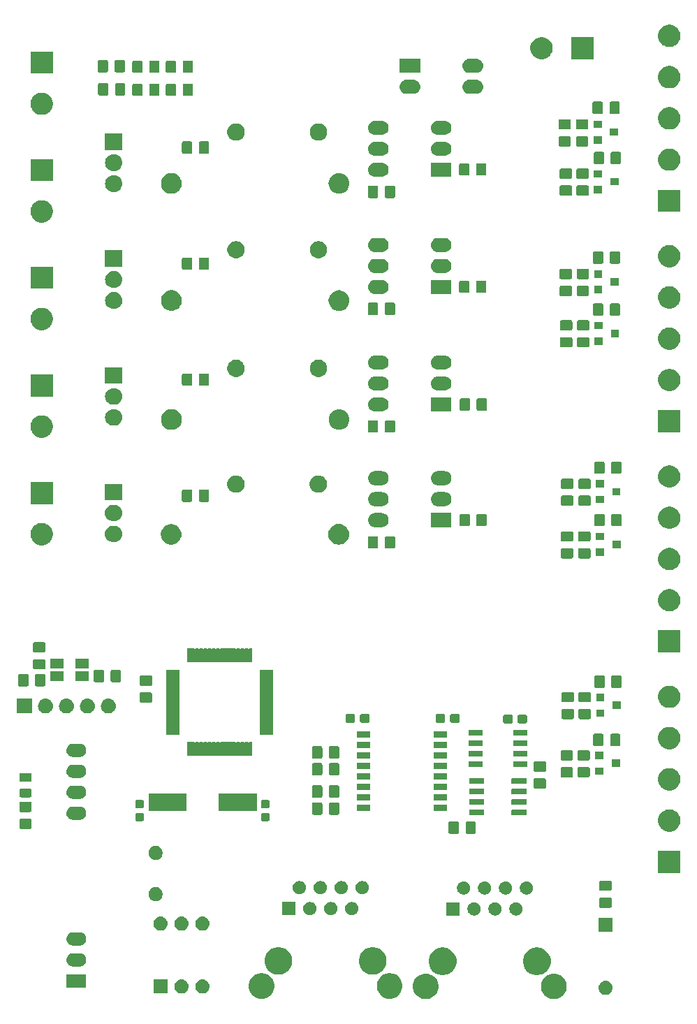
<source format=gbr>
G04 #@! TF.GenerationSoftware,KiCad,Pcbnew,(5.1.0)-1*
G04 #@! TF.CreationDate,2020-06-05T16:09:23+08:00*
G04 #@! TF.ProjectId,vibro_magnet,76696272-6f5f-46d6-9167-6e65742e6b69,rev?*
G04 #@! TF.SameCoordinates,Original*
G04 #@! TF.FileFunction,Soldermask,Top*
G04 #@! TF.FilePolarity,Negative*
%FSLAX46Y46*%
G04 Gerber Fmt 4.6, Leading zero omitted, Abs format (unit mm)*
G04 Created by KiCad (PCBNEW (5.1.0)-1) date 2020-06-05 16:09:23*
%MOMM*%
%LPD*%
G04 APERTURE LIST*
%ADD10C,0.100000*%
G04 APERTURE END LIST*
D10*
G36*
X127886316Y-162468604D02*
G01*
X128087410Y-162508604D01*
X128369674Y-162625521D01*
X128623705Y-162795259D01*
X128839741Y-163011295D01*
X129009479Y-163265326D01*
X129126396Y-163547590D01*
X129126396Y-163547591D01*
X129185192Y-163843175D01*
X129186000Y-163847240D01*
X129186000Y-164152760D01*
X129126396Y-164452410D01*
X129009479Y-164734674D01*
X128839741Y-164988705D01*
X128623705Y-165204741D01*
X128369674Y-165374479D01*
X128087410Y-165491396D01*
X127988854Y-165511000D01*
X127787761Y-165551000D01*
X127482239Y-165551000D01*
X127281146Y-165511000D01*
X127182590Y-165491396D01*
X126900326Y-165374479D01*
X126646295Y-165204741D01*
X126430259Y-164988705D01*
X126260521Y-164734674D01*
X126143604Y-164452410D01*
X126084000Y-164152760D01*
X126084000Y-163847240D01*
X126084809Y-163843175D01*
X126143604Y-163547591D01*
X126143604Y-163547590D01*
X126260521Y-163265326D01*
X126430259Y-163011295D01*
X126646295Y-162795259D01*
X126900326Y-162625521D01*
X127182590Y-162508604D01*
X127383684Y-162468604D01*
X127482239Y-162449000D01*
X127787761Y-162449000D01*
X127886316Y-162468604D01*
X127886316Y-162468604D01*
G37*
G36*
X112346316Y-162468604D02*
G01*
X112547410Y-162508604D01*
X112829674Y-162625521D01*
X113083705Y-162795259D01*
X113299741Y-163011295D01*
X113469479Y-163265326D01*
X113586396Y-163547590D01*
X113586396Y-163547591D01*
X113645192Y-163843175D01*
X113646000Y-163847240D01*
X113646000Y-164152760D01*
X113586396Y-164452410D01*
X113469479Y-164734674D01*
X113299741Y-164988705D01*
X113083705Y-165204741D01*
X112829674Y-165374479D01*
X112547410Y-165491396D01*
X112448854Y-165511000D01*
X112247761Y-165551000D01*
X111942239Y-165551000D01*
X111741146Y-165511000D01*
X111642590Y-165491396D01*
X111360326Y-165374479D01*
X111106295Y-165204741D01*
X110890259Y-164988705D01*
X110720521Y-164734674D01*
X110603604Y-164452410D01*
X110544000Y-164152760D01*
X110544000Y-163847240D01*
X110544809Y-163843175D01*
X110603604Y-163547591D01*
X110603604Y-163547590D01*
X110720521Y-163265326D01*
X110890259Y-163011295D01*
X111106295Y-162795259D01*
X111360326Y-162625521D01*
X111642590Y-162508604D01*
X111843684Y-162468604D01*
X111942239Y-162449000D01*
X112247761Y-162449000D01*
X112346316Y-162468604D01*
X112346316Y-162468604D01*
G37*
G36*
X92459738Y-162435252D02*
G01*
X92627410Y-162468604D01*
X92909674Y-162585521D01*
X93163705Y-162755259D01*
X93379741Y-162971295D01*
X93549479Y-163225326D01*
X93666396Y-163507590D01*
X93726000Y-163807240D01*
X93726000Y-164112760D01*
X93666396Y-164412410D01*
X93549479Y-164694674D01*
X93379741Y-164948705D01*
X93163705Y-165164741D01*
X92909674Y-165334479D01*
X92627410Y-165451396D01*
X92477585Y-165481198D01*
X92327761Y-165511000D01*
X92022239Y-165511000D01*
X91872415Y-165481198D01*
X91722590Y-165451396D01*
X91440326Y-165334479D01*
X91186295Y-165164741D01*
X90970259Y-164948705D01*
X90800521Y-164694674D01*
X90683604Y-164412410D01*
X90624000Y-164112760D01*
X90624000Y-163807240D01*
X90683604Y-163507590D01*
X90800521Y-163225326D01*
X90970259Y-162971295D01*
X91186295Y-162755259D01*
X91440326Y-162585521D01*
X91722590Y-162468604D01*
X91890262Y-162435252D01*
X92022239Y-162409000D01*
X92327761Y-162409000D01*
X92459738Y-162435252D01*
X92459738Y-162435252D01*
G37*
G36*
X107999738Y-162435252D02*
G01*
X108167410Y-162468604D01*
X108449674Y-162585521D01*
X108703705Y-162755259D01*
X108919741Y-162971295D01*
X109089479Y-163225326D01*
X109206396Y-163507590D01*
X109266000Y-163807240D01*
X109266000Y-164112760D01*
X109206396Y-164412410D01*
X109089479Y-164694674D01*
X108919741Y-164948705D01*
X108703705Y-165164741D01*
X108449674Y-165334479D01*
X108167410Y-165451396D01*
X108017585Y-165481198D01*
X107867761Y-165511000D01*
X107562239Y-165511000D01*
X107412415Y-165481198D01*
X107262590Y-165451396D01*
X106980326Y-165334479D01*
X106726295Y-165164741D01*
X106510259Y-164948705D01*
X106340521Y-164694674D01*
X106223604Y-164412410D01*
X106164000Y-164112760D01*
X106164000Y-163807240D01*
X106223604Y-163507590D01*
X106340521Y-163225326D01*
X106510259Y-162971295D01*
X106726295Y-162755259D01*
X106980326Y-162585521D01*
X107262590Y-162468604D01*
X107430262Y-162435252D01*
X107562239Y-162409000D01*
X107867761Y-162409000D01*
X107999738Y-162435252D01*
X107999738Y-162435252D01*
G37*
G36*
X134066823Y-163341313D02*
G01*
X134227242Y-163389976D01*
X134359906Y-163460886D01*
X134375078Y-163468996D01*
X134504659Y-163575341D01*
X134611004Y-163704922D01*
X134611005Y-163704924D01*
X134690024Y-163852758D01*
X134738687Y-164013177D01*
X134755117Y-164180000D01*
X134738687Y-164346823D01*
X134690024Y-164507242D01*
X134632608Y-164614659D01*
X134611004Y-164655078D01*
X134504659Y-164784659D01*
X134375078Y-164891004D01*
X134375076Y-164891005D01*
X134227242Y-164970024D01*
X134066823Y-165018687D01*
X133941804Y-165031000D01*
X133858196Y-165031000D01*
X133733177Y-165018687D01*
X133572758Y-164970024D01*
X133424924Y-164891005D01*
X133424922Y-164891004D01*
X133295341Y-164784659D01*
X133188996Y-164655078D01*
X133167392Y-164614659D01*
X133109976Y-164507242D01*
X133061313Y-164346823D01*
X133044883Y-164180000D01*
X133061313Y-164013177D01*
X133109976Y-163852758D01*
X133188995Y-163704924D01*
X133188996Y-163704922D01*
X133295341Y-163575341D01*
X133424922Y-163468996D01*
X133440094Y-163460886D01*
X133572758Y-163389976D01*
X133733177Y-163341313D01*
X133858196Y-163329000D01*
X133941804Y-163329000D01*
X134066823Y-163341313D01*
X134066823Y-163341313D01*
G37*
G36*
X80791000Y-164861000D02*
G01*
X79089000Y-164861000D01*
X79089000Y-163159000D01*
X80791000Y-163159000D01*
X80791000Y-164861000D01*
X80791000Y-164861000D01*
G37*
G36*
X85186823Y-163171313D02*
G01*
X85347242Y-163219976D01*
X85479906Y-163290886D01*
X85495078Y-163298996D01*
X85624659Y-163405341D01*
X85731004Y-163534922D01*
X85731005Y-163534924D01*
X85810024Y-163682758D01*
X85858687Y-163843177D01*
X85875117Y-164010000D01*
X85858687Y-164176823D01*
X85810024Y-164337242D01*
X85769846Y-164412409D01*
X85731004Y-164485078D01*
X85624659Y-164614659D01*
X85495078Y-164721004D01*
X85495076Y-164721005D01*
X85347242Y-164800024D01*
X85186823Y-164848687D01*
X85061804Y-164861000D01*
X84978196Y-164861000D01*
X84853177Y-164848687D01*
X84692758Y-164800024D01*
X84544924Y-164721005D01*
X84544922Y-164721004D01*
X84415341Y-164614659D01*
X84308996Y-164485078D01*
X84270154Y-164412409D01*
X84229976Y-164337242D01*
X84181313Y-164176823D01*
X84164883Y-164010000D01*
X84181313Y-163843177D01*
X84229976Y-163682758D01*
X84308995Y-163534924D01*
X84308996Y-163534922D01*
X84415341Y-163405341D01*
X84544922Y-163298996D01*
X84560094Y-163290886D01*
X84692758Y-163219976D01*
X84853177Y-163171313D01*
X84978196Y-163159000D01*
X85061804Y-163159000D01*
X85186823Y-163171313D01*
X85186823Y-163171313D01*
G37*
G36*
X82646823Y-163171313D02*
G01*
X82807242Y-163219976D01*
X82939906Y-163290886D01*
X82955078Y-163298996D01*
X83084659Y-163405341D01*
X83191004Y-163534922D01*
X83191005Y-163534924D01*
X83270024Y-163682758D01*
X83318687Y-163843177D01*
X83335117Y-164010000D01*
X83318687Y-164176823D01*
X83270024Y-164337242D01*
X83229846Y-164412409D01*
X83191004Y-164485078D01*
X83084659Y-164614659D01*
X82955078Y-164721004D01*
X82955076Y-164721005D01*
X82807242Y-164800024D01*
X82646823Y-164848687D01*
X82521804Y-164861000D01*
X82438196Y-164861000D01*
X82313177Y-164848687D01*
X82152758Y-164800024D01*
X82004924Y-164721005D01*
X82004922Y-164721004D01*
X81875341Y-164614659D01*
X81768996Y-164485078D01*
X81730154Y-164412409D01*
X81689976Y-164337242D01*
X81641313Y-164176823D01*
X81624883Y-164010000D01*
X81641313Y-163843177D01*
X81689976Y-163682758D01*
X81768995Y-163534924D01*
X81768996Y-163534922D01*
X81875341Y-163405341D01*
X82004922Y-163298996D01*
X82020094Y-163290886D01*
X82152758Y-163219976D01*
X82313177Y-163171313D01*
X82438196Y-163159000D01*
X82521804Y-163159000D01*
X82646823Y-163171313D01*
X82646823Y-163171313D01*
G37*
G36*
X70931000Y-164121000D02*
G01*
X68529000Y-164121000D01*
X68529000Y-162519000D01*
X70931000Y-162519000D01*
X70931000Y-164121000D01*
X70931000Y-164121000D01*
G37*
G36*
X114437779Y-159298408D02*
G01*
X114638871Y-159338408D01*
X114943883Y-159464748D01*
X115218387Y-159648166D01*
X115451834Y-159881613D01*
X115635252Y-160156117D01*
X115761592Y-160461129D01*
X115761592Y-160461130D01*
X115818044Y-160744928D01*
X115826000Y-160784928D01*
X115826000Y-161115072D01*
X115761592Y-161438871D01*
X115635252Y-161743883D01*
X115451834Y-162018387D01*
X115218387Y-162251834D01*
X114943883Y-162435252D01*
X114638871Y-162561592D01*
X114518572Y-162585521D01*
X114315073Y-162626000D01*
X113984927Y-162626000D01*
X113781428Y-162585521D01*
X113661129Y-162561592D01*
X113356117Y-162435252D01*
X113081613Y-162251834D01*
X112848166Y-162018387D01*
X112664748Y-161743883D01*
X112538408Y-161438871D01*
X112474000Y-161115072D01*
X112474000Y-160784928D01*
X112481957Y-160744928D01*
X112538408Y-160461130D01*
X112538408Y-160461129D01*
X112664748Y-160156117D01*
X112848166Y-159881613D01*
X113081613Y-159648166D01*
X113356117Y-159464748D01*
X113661129Y-159338408D01*
X113862221Y-159298408D01*
X113984927Y-159274000D01*
X114315073Y-159274000D01*
X114437779Y-159298408D01*
X114437779Y-159298408D01*
G37*
G36*
X125867779Y-159298408D02*
G01*
X126068871Y-159338408D01*
X126373883Y-159464748D01*
X126648387Y-159648166D01*
X126881834Y-159881613D01*
X127065252Y-160156117D01*
X127191592Y-160461129D01*
X127191592Y-160461130D01*
X127248044Y-160744928D01*
X127256000Y-160784928D01*
X127256000Y-161115072D01*
X127191592Y-161438871D01*
X127065252Y-161743883D01*
X126881834Y-162018387D01*
X126648387Y-162251834D01*
X126373883Y-162435252D01*
X126068871Y-162561592D01*
X125948572Y-162585521D01*
X125745073Y-162626000D01*
X125414927Y-162626000D01*
X125211428Y-162585521D01*
X125091129Y-162561592D01*
X124786117Y-162435252D01*
X124511613Y-162251834D01*
X124278166Y-162018387D01*
X124094748Y-161743883D01*
X123968408Y-161438871D01*
X123904000Y-161115072D01*
X123904000Y-160784928D01*
X123911957Y-160744928D01*
X123968408Y-160461130D01*
X123968408Y-160461129D01*
X124094748Y-160156117D01*
X124278166Y-159881613D01*
X124511613Y-159648166D01*
X124786117Y-159464748D01*
X125091129Y-159338408D01*
X125292221Y-159298408D01*
X125414927Y-159274000D01*
X125745073Y-159274000D01*
X125867779Y-159298408D01*
X125867779Y-159298408D01*
G37*
G36*
X94718871Y-159298408D02*
G01*
X95023883Y-159424748D01*
X95298387Y-159608166D01*
X95531834Y-159841613D01*
X95715252Y-160116117D01*
X95841592Y-160421129D01*
X95873796Y-160583029D01*
X95906000Y-160744927D01*
X95906000Y-161075073D01*
X95898043Y-161115073D01*
X95841592Y-161398871D01*
X95715252Y-161703883D01*
X95531834Y-161978387D01*
X95298387Y-162211834D01*
X95023883Y-162395252D01*
X94718871Y-162521592D01*
X94395073Y-162586000D01*
X94064927Y-162586000D01*
X93741129Y-162521592D01*
X93436117Y-162395252D01*
X93161613Y-162211834D01*
X92928166Y-161978387D01*
X92744748Y-161703883D01*
X92618408Y-161398871D01*
X92561957Y-161115073D01*
X92554000Y-161075073D01*
X92554000Y-160744927D01*
X92586204Y-160583029D01*
X92618408Y-160421129D01*
X92744748Y-160116117D01*
X92928166Y-159841613D01*
X93161613Y-159608166D01*
X93436117Y-159424748D01*
X93741129Y-159298408D01*
X94064927Y-159234000D01*
X94395073Y-159234000D01*
X94718871Y-159298408D01*
X94718871Y-159298408D01*
G37*
G36*
X106148871Y-159298408D02*
G01*
X106453883Y-159424748D01*
X106728387Y-159608166D01*
X106961834Y-159841613D01*
X107145252Y-160116117D01*
X107271592Y-160421129D01*
X107303796Y-160583029D01*
X107336000Y-160744927D01*
X107336000Y-161075073D01*
X107328043Y-161115073D01*
X107271592Y-161398871D01*
X107145252Y-161703883D01*
X106961834Y-161978387D01*
X106728387Y-162211834D01*
X106453883Y-162395252D01*
X106148871Y-162521592D01*
X105825073Y-162586000D01*
X105494927Y-162586000D01*
X105171129Y-162521592D01*
X104866117Y-162395252D01*
X104591613Y-162211834D01*
X104358166Y-161978387D01*
X104174748Y-161703883D01*
X104048408Y-161398871D01*
X103991957Y-161115073D01*
X103984000Y-161075073D01*
X103984000Y-160744927D01*
X104048408Y-160421129D01*
X104174748Y-160116117D01*
X104358166Y-159841613D01*
X104591613Y-159608166D01*
X104866117Y-159424748D01*
X105171129Y-159298408D01*
X105494927Y-159234000D01*
X105825073Y-159234000D01*
X106148871Y-159298408D01*
X106148871Y-159298408D01*
G37*
G36*
X70208571Y-159982863D02*
G01*
X70287023Y-159990590D01*
X70387682Y-160021125D01*
X70438013Y-160036392D01*
X70577165Y-160110771D01*
X70699133Y-160210867D01*
X70799229Y-160332835D01*
X70873608Y-160471987D01*
X70873608Y-160471988D01*
X70919410Y-160622977D01*
X70934875Y-160780000D01*
X70919410Y-160937023D01*
X70888875Y-161037682D01*
X70873608Y-161088013D01*
X70799229Y-161227165D01*
X70699133Y-161349133D01*
X70577165Y-161449229D01*
X70438013Y-161523608D01*
X70387682Y-161538875D01*
X70287023Y-161569410D01*
X70208571Y-161577137D01*
X70169346Y-161581000D01*
X69290654Y-161581000D01*
X69251429Y-161577137D01*
X69172977Y-161569410D01*
X69072318Y-161538875D01*
X69021987Y-161523608D01*
X68882835Y-161449229D01*
X68760867Y-161349133D01*
X68660771Y-161227165D01*
X68586392Y-161088013D01*
X68571125Y-161037682D01*
X68540590Y-160937023D01*
X68525125Y-160780000D01*
X68540590Y-160622977D01*
X68586392Y-160471988D01*
X68586392Y-160471987D01*
X68660771Y-160332835D01*
X68760867Y-160210867D01*
X68882835Y-160110771D01*
X69021987Y-160036392D01*
X69072318Y-160021125D01*
X69172977Y-159990590D01*
X69251429Y-159982863D01*
X69290654Y-159979000D01*
X70169346Y-159979000D01*
X70208571Y-159982863D01*
X70208571Y-159982863D01*
G37*
G36*
X70208571Y-157442863D02*
G01*
X70287023Y-157450590D01*
X70387682Y-157481125D01*
X70438013Y-157496392D01*
X70577165Y-157570771D01*
X70699133Y-157670867D01*
X70799229Y-157792835D01*
X70873608Y-157931987D01*
X70873608Y-157931988D01*
X70919410Y-158082977D01*
X70934875Y-158240000D01*
X70919410Y-158397023D01*
X70888875Y-158497682D01*
X70873608Y-158548013D01*
X70799229Y-158687165D01*
X70699133Y-158809133D01*
X70577165Y-158909229D01*
X70438013Y-158983608D01*
X70387682Y-158998875D01*
X70287023Y-159029410D01*
X70208571Y-159037137D01*
X70169346Y-159041000D01*
X69290654Y-159041000D01*
X69251429Y-159037137D01*
X69172977Y-159029410D01*
X69072318Y-158998875D01*
X69021987Y-158983608D01*
X68882835Y-158909229D01*
X68760867Y-158809133D01*
X68660771Y-158687165D01*
X68586392Y-158548013D01*
X68571125Y-158497682D01*
X68540590Y-158397023D01*
X68525125Y-158240000D01*
X68540590Y-158082977D01*
X68586392Y-157931988D01*
X68586392Y-157931987D01*
X68660771Y-157792835D01*
X68760867Y-157670867D01*
X68882835Y-157570771D01*
X69021987Y-157496392D01*
X69072318Y-157481125D01*
X69172977Y-157450590D01*
X69251429Y-157442863D01*
X69290654Y-157439000D01*
X70169346Y-157439000D01*
X70208571Y-157442863D01*
X70208571Y-157442863D01*
G37*
G36*
X134751000Y-157411000D02*
G01*
X133049000Y-157411000D01*
X133049000Y-155709000D01*
X134751000Y-155709000D01*
X134751000Y-157411000D01*
X134751000Y-157411000D01*
G37*
G36*
X80106823Y-155551313D02*
G01*
X80267242Y-155599976D01*
X80399906Y-155670886D01*
X80415078Y-155678996D01*
X80544659Y-155785341D01*
X80651004Y-155914922D01*
X80651005Y-155914924D01*
X80730024Y-156062758D01*
X80778687Y-156223177D01*
X80795117Y-156390000D01*
X80778687Y-156556823D01*
X80730024Y-156717242D01*
X80659114Y-156849906D01*
X80651004Y-156865078D01*
X80544659Y-156994659D01*
X80415078Y-157101004D01*
X80415076Y-157101005D01*
X80267242Y-157180024D01*
X80106823Y-157228687D01*
X79981804Y-157241000D01*
X79898196Y-157241000D01*
X79773177Y-157228687D01*
X79612758Y-157180024D01*
X79464924Y-157101005D01*
X79464922Y-157101004D01*
X79335341Y-156994659D01*
X79228996Y-156865078D01*
X79220886Y-156849906D01*
X79149976Y-156717242D01*
X79101313Y-156556823D01*
X79084883Y-156390000D01*
X79101313Y-156223177D01*
X79149976Y-156062758D01*
X79228995Y-155914924D01*
X79228996Y-155914922D01*
X79335341Y-155785341D01*
X79464922Y-155678996D01*
X79480094Y-155670886D01*
X79612758Y-155599976D01*
X79773177Y-155551313D01*
X79898196Y-155539000D01*
X79981804Y-155539000D01*
X80106823Y-155551313D01*
X80106823Y-155551313D01*
G37*
G36*
X85186823Y-155551313D02*
G01*
X85347242Y-155599976D01*
X85479906Y-155670886D01*
X85495078Y-155678996D01*
X85624659Y-155785341D01*
X85731004Y-155914922D01*
X85731005Y-155914924D01*
X85810024Y-156062758D01*
X85858687Y-156223177D01*
X85875117Y-156390000D01*
X85858687Y-156556823D01*
X85810024Y-156717242D01*
X85739114Y-156849906D01*
X85731004Y-156865078D01*
X85624659Y-156994659D01*
X85495078Y-157101004D01*
X85495076Y-157101005D01*
X85347242Y-157180024D01*
X85186823Y-157228687D01*
X85061804Y-157241000D01*
X84978196Y-157241000D01*
X84853177Y-157228687D01*
X84692758Y-157180024D01*
X84544924Y-157101005D01*
X84544922Y-157101004D01*
X84415341Y-156994659D01*
X84308996Y-156865078D01*
X84300886Y-156849906D01*
X84229976Y-156717242D01*
X84181313Y-156556823D01*
X84164883Y-156390000D01*
X84181313Y-156223177D01*
X84229976Y-156062758D01*
X84308995Y-155914924D01*
X84308996Y-155914922D01*
X84415341Y-155785341D01*
X84544922Y-155678996D01*
X84560094Y-155670886D01*
X84692758Y-155599976D01*
X84853177Y-155551313D01*
X84978196Y-155539000D01*
X85061804Y-155539000D01*
X85186823Y-155551313D01*
X85186823Y-155551313D01*
G37*
G36*
X82646823Y-155551313D02*
G01*
X82807242Y-155599976D01*
X82939906Y-155670886D01*
X82955078Y-155678996D01*
X83084659Y-155785341D01*
X83191004Y-155914922D01*
X83191005Y-155914924D01*
X83270024Y-156062758D01*
X83318687Y-156223177D01*
X83335117Y-156390000D01*
X83318687Y-156556823D01*
X83270024Y-156717242D01*
X83199114Y-156849906D01*
X83191004Y-156865078D01*
X83084659Y-156994659D01*
X82955078Y-157101004D01*
X82955076Y-157101005D01*
X82807242Y-157180024D01*
X82646823Y-157228687D01*
X82521804Y-157241000D01*
X82438196Y-157241000D01*
X82313177Y-157228687D01*
X82152758Y-157180024D01*
X82004924Y-157101005D01*
X82004922Y-157101004D01*
X81875341Y-156994659D01*
X81768996Y-156865078D01*
X81760886Y-156849906D01*
X81689976Y-156717242D01*
X81641313Y-156556823D01*
X81624883Y-156390000D01*
X81641313Y-156223177D01*
X81689976Y-156062758D01*
X81768995Y-155914924D01*
X81768996Y-155914922D01*
X81875341Y-155785341D01*
X82004922Y-155678996D01*
X82020094Y-155670886D01*
X82152758Y-155599976D01*
X82313177Y-155551313D01*
X82438196Y-155539000D01*
X82521804Y-155539000D01*
X82646823Y-155551313D01*
X82646823Y-155551313D01*
G37*
G36*
X116221000Y-155401000D02*
G01*
X114619000Y-155401000D01*
X114619000Y-153799000D01*
X116221000Y-153799000D01*
X116221000Y-155401000D01*
X116221000Y-155401000D01*
G37*
G36*
X118193642Y-153829781D02*
G01*
X118339414Y-153890162D01*
X118339416Y-153890163D01*
X118470608Y-153977822D01*
X118582178Y-154089392D01*
X118669837Y-154220584D01*
X118669838Y-154220586D01*
X118730219Y-154366358D01*
X118761000Y-154521107D01*
X118761000Y-154678893D01*
X118730219Y-154833642D01*
X118686406Y-154939416D01*
X118669837Y-154979416D01*
X118582178Y-155110608D01*
X118470608Y-155222178D01*
X118339416Y-155309837D01*
X118339415Y-155309838D01*
X118339414Y-155309838D01*
X118193642Y-155370219D01*
X118038893Y-155401000D01*
X117881107Y-155401000D01*
X117726358Y-155370219D01*
X117580586Y-155309838D01*
X117580585Y-155309838D01*
X117580584Y-155309837D01*
X117449392Y-155222178D01*
X117337822Y-155110608D01*
X117250163Y-154979416D01*
X117233594Y-154939416D01*
X117189781Y-154833642D01*
X117159000Y-154678893D01*
X117159000Y-154521107D01*
X117189781Y-154366358D01*
X117250162Y-154220586D01*
X117250163Y-154220584D01*
X117337822Y-154089392D01*
X117449392Y-153977822D01*
X117580584Y-153890163D01*
X117580586Y-153890162D01*
X117726358Y-153829781D01*
X117881107Y-153799000D01*
X118038893Y-153799000D01*
X118193642Y-153829781D01*
X118193642Y-153829781D01*
G37*
G36*
X120733642Y-153829781D02*
G01*
X120879414Y-153890162D01*
X120879416Y-153890163D01*
X121010608Y-153977822D01*
X121122178Y-154089392D01*
X121209837Y-154220584D01*
X121209838Y-154220586D01*
X121270219Y-154366358D01*
X121301000Y-154521107D01*
X121301000Y-154678893D01*
X121270219Y-154833642D01*
X121226406Y-154939416D01*
X121209837Y-154979416D01*
X121122178Y-155110608D01*
X121010608Y-155222178D01*
X120879416Y-155309837D01*
X120879415Y-155309838D01*
X120879414Y-155309838D01*
X120733642Y-155370219D01*
X120578893Y-155401000D01*
X120421107Y-155401000D01*
X120266358Y-155370219D01*
X120120586Y-155309838D01*
X120120585Y-155309838D01*
X120120584Y-155309837D01*
X119989392Y-155222178D01*
X119877822Y-155110608D01*
X119790163Y-154979416D01*
X119773594Y-154939416D01*
X119729781Y-154833642D01*
X119699000Y-154678893D01*
X119699000Y-154521107D01*
X119729781Y-154366358D01*
X119790162Y-154220586D01*
X119790163Y-154220584D01*
X119877822Y-154089392D01*
X119989392Y-153977822D01*
X120120584Y-153890163D01*
X120120586Y-153890162D01*
X120266358Y-153829781D01*
X120421107Y-153799000D01*
X120578893Y-153799000D01*
X120733642Y-153829781D01*
X120733642Y-153829781D01*
G37*
G36*
X123273642Y-153829781D02*
G01*
X123419414Y-153890162D01*
X123419416Y-153890163D01*
X123550608Y-153977822D01*
X123662178Y-154089392D01*
X123749837Y-154220584D01*
X123749838Y-154220586D01*
X123810219Y-154366358D01*
X123841000Y-154521107D01*
X123841000Y-154678893D01*
X123810219Y-154833642D01*
X123766406Y-154939416D01*
X123749837Y-154979416D01*
X123662178Y-155110608D01*
X123550608Y-155222178D01*
X123419416Y-155309837D01*
X123419415Y-155309838D01*
X123419414Y-155309838D01*
X123273642Y-155370219D01*
X123118893Y-155401000D01*
X122961107Y-155401000D01*
X122806358Y-155370219D01*
X122660586Y-155309838D01*
X122660585Y-155309838D01*
X122660584Y-155309837D01*
X122529392Y-155222178D01*
X122417822Y-155110608D01*
X122330163Y-154979416D01*
X122313594Y-154939416D01*
X122269781Y-154833642D01*
X122239000Y-154678893D01*
X122239000Y-154521107D01*
X122269781Y-154366358D01*
X122330162Y-154220586D01*
X122330163Y-154220584D01*
X122417822Y-154089392D01*
X122529392Y-153977822D01*
X122660584Y-153890163D01*
X122660586Y-153890162D01*
X122806358Y-153829781D01*
X122961107Y-153799000D01*
X123118893Y-153799000D01*
X123273642Y-153829781D01*
X123273642Y-153829781D01*
G37*
G36*
X96301000Y-155361000D02*
G01*
X94699000Y-155361000D01*
X94699000Y-153759000D01*
X96301000Y-153759000D01*
X96301000Y-155361000D01*
X96301000Y-155361000D01*
G37*
G36*
X103353642Y-153789781D02*
G01*
X103499414Y-153850162D01*
X103499416Y-153850163D01*
X103630608Y-153937822D01*
X103742178Y-154049392D01*
X103829837Y-154180584D01*
X103829838Y-154180586D01*
X103890219Y-154326358D01*
X103921000Y-154481107D01*
X103921000Y-154638893D01*
X103890219Y-154793642D01*
X103829838Y-154939414D01*
X103829837Y-154939416D01*
X103742178Y-155070608D01*
X103630608Y-155182178D01*
X103499416Y-155269837D01*
X103499415Y-155269838D01*
X103499414Y-155269838D01*
X103353642Y-155330219D01*
X103198893Y-155361000D01*
X103041107Y-155361000D01*
X102886358Y-155330219D01*
X102740586Y-155269838D01*
X102740585Y-155269838D01*
X102740584Y-155269837D01*
X102609392Y-155182178D01*
X102497822Y-155070608D01*
X102410163Y-154939416D01*
X102410162Y-154939414D01*
X102349781Y-154793642D01*
X102319000Y-154638893D01*
X102319000Y-154481107D01*
X102349781Y-154326358D01*
X102410162Y-154180586D01*
X102410163Y-154180584D01*
X102497822Y-154049392D01*
X102609392Y-153937822D01*
X102740584Y-153850163D01*
X102740586Y-153850162D01*
X102886358Y-153789781D01*
X103041107Y-153759000D01*
X103198893Y-153759000D01*
X103353642Y-153789781D01*
X103353642Y-153789781D01*
G37*
G36*
X100813642Y-153789781D02*
G01*
X100959414Y-153850162D01*
X100959416Y-153850163D01*
X101090608Y-153937822D01*
X101202178Y-154049392D01*
X101289837Y-154180584D01*
X101289838Y-154180586D01*
X101350219Y-154326358D01*
X101381000Y-154481107D01*
X101381000Y-154638893D01*
X101350219Y-154793642D01*
X101289838Y-154939414D01*
X101289837Y-154939416D01*
X101202178Y-155070608D01*
X101090608Y-155182178D01*
X100959416Y-155269837D01*
X100959415Y-155269838D01*
X100959414Y-155269838D01*
X100813642Y-155330219D01*
X100658893Y-155361000D01*
X100501107Y-155361000D01*
X100346358Y-155330219D01*
X100200586Y-155269838D01*
X100200585Y-155269838D01*
X100200584Y-155269837D01*
X100069392Y-155182178D01*
X99957822Y-155070608D01*
X99870163Y-154939416D01*
X99870162Y-154939414D01*
X99809781Y-154793642D01*
X99779000Y-154638893D01*
X99779000Y-154481107D01*
X99809781Y-154326358D01*
X99870162Y-154180586D01*
X99870163Y-154180584D01*
X99957822Y-154049392D01*
X100069392Y-153937822D01*
X100200584Y-153850163D01*
X100200586Y-153850162D01*
X100346358Y-153789781D01*
X100501107Y-153759000D01*
X100658893Y-153759000D01*
X100813642Y-153789781D01*
X100813642Y-153789781D01*
G37*
G36*
X98273642Y-153789781D02*
G01*
X98419414Y-153850162D01*
X98419416Y-153850163D01*
X98550608Y-153937822D01*
X98662178Y-154049392D01*
X98749837Y-154180584D01*
X98749838Y-154180586D01*
X98810219Y-154326358D01*
X98841000Y-154481107D01*
X98841000Y-154638893D01*
X98810219Y-154793642D01*
X98749838Y-154939414D01*
X98749837Y-154939416D01*
X98662178Y-155070608D01*
X98550608Y-155182178D01*
X98419416Y-155269837D01*
X98419415Y-155269838D01*
X98419414Y-155269838D01*
X98273642Y-155330219D01*
X98118893Y-155361000D01*
X97961107Y-155361000D01*
X97806358Y-155330219D01*
X97660586Y-155269838D01*
X97660585Y-155269838D01*
X97660584Y-155269837D01*
X97529392Y-155182178D01*
X97417822Y-155070608D01*
X97330163Y-154939416D01*
X97330162Y-154939414D01*
X97269781Y-154793642D01*
X97239000Y-154638893D01*
X97239000Y-154481107D01*
X97269781Y-154326358D01*
X97330162Y-154180586D01*
X97330163Y-154180584D01*
X97417822Y-154049392D01*
X97529392Y-153937822D01*
X97660584Y-153850163D01*
X97660586Y-153850162D01*
X97806358Y-153789781D01*
X97961107Y-153759000D01*
X98118893Y-153759000D01*
X98273642Y-153789781D01*
X98273642Y-153789781D01*
G37*
G36*
X134468674Y-153218465D02*
G01*
X134506367Y-153229899D01*
X134541103Y-153248466D01*
X134571548Y-153273452D01*
X134596534Y-153303897D01*
X134615101Y-153338633D01*
X134626535Y-153376326D01*
X134631000Y-153421661D01*
X134631000Y-154258339D01*
X134626535Y-154303674D01*
X134615101Y-154341367D01*
X134596534Y-154376103D01*
X134571548Y-154406548D01*
X134541103Y-154431534D01*
X134506367Y-154450101D01*
X134468674Y-154461535D01*
X134423339Y-154466000D01*
X133336661Y-154466000D01*
X133291326Y-154461535D01*
X133253633Y-154450101D01*
X133218897Y-154431534D01*
X133188452Y-154406548D01*
X133163466Y-154376103D01*
X133144899Y-154341367D01*
X133133465Y-154303674D01*
X133129000Y-154258339D01*
X133129000Y-153421661D01*
X133133465Y-153376326D01*
X133144899Y-153338633D01*
X133163466Y-153303897D01*
X133188452Y-153273452D01*
X133218897Y-153248466D01*
X133253633Y-153229899D01*
X133291326Y-153218465D01*
X133336661Y-153214000D01*
X134423339Y-153214000D01*
X134468674Y-153218465D01*
X134468674Y-153218465D01*
G37*
G36*
X79598228Y-152001703D02*
G01*
X79753100Y-152065853D01*
X79892481Y-152158985D01*
X80011015Y-152277519D01*
X80104147Y-152416900D01*
X80168297Y-152571772D01*
X80201000Y-152736184D01*
X80201000Y-152903816D01*
X80168297Y-153068228D01*
X80104147Y-153223100D01*
X80011015Y-153362481D01*
X79892481Y-153481015D01*
X79753100Y-153574147D01*
X79598228Y-153638297D01*
X79433816Y-153671000D01*
X79266184Y-153671000D01*
X79101772Y-153638297D01*
X78946900Y-153574147D01*
X78807519Y-153481015D01*
X78688985Y-153362481D01*
X78595853Y-153223100D01*
X78531703Y-153068228D01*
X78499000Y-152903816D01*
X78499000Y-152736184D01*
X78531703Y-152571772D01*
X78595853Y-152416900D01*
X78688985Y-152277519D01*
X78807519Y-152158985D01*
X78946900Y-152065853D01*
X79101772Y-152001703D01*
X79266184Y-151969000D01*
X79433816Y-151969000D01*
X79598228Y-152001703D01*
X79598228Y-152001703D01*
G37*
G36*
X116923642Y-151289781D02*
G01*
X117025608Y-151332017D01*
X117069416Y-151350163D01*
X117200608Y-151437822D01*
X117312178Y-151549392D01*
X117373110Y-151640584D01*
X117399838Y-151680586D01*
X117460219Y-151826358D01*
X117491000Y-151981107D01*
X117491000Y-152138893D01*
X117460219Y-152293642D01*
X117409162Y-152416903D01*
X117399837Y-152439416D01*
X117312178Y-152570608D01*
X117200608Y-152682178D01*
X117069416Y-152769837D01*
X117069415Y-152769838D01*
X117069414Y-152769838D01*
X116923642Y-152830219D01*
X116768893Y-152861000D01*
X116611107Y-152861000D01*
X116456358Y-152830219D01*
X116310586Y-152769838D01*
X116310585Y-152769838D01*
X116310584Y-152769837D01*
X116179392Y-152682178D01*
X116067822Y-152570608D01*
X115980163Y-152439416D01*
X115970838Y-152416903D01*
X115919781Y-152293642D01*
X115889000Y-152138893D01*
X115889000Y-151981107D01*
X115919781Y-151826358D01*
X115980162Y-151680586D01*
X116006890Y-151640584D01*
X116067822Y-151549392D01*
X116179392Y-151437822D01*
X116310584Y-151350163D01*
X116354392Y-151332017D01*
X116456358Y-151289781D01*
X116611107Y-151259000D01*
X116768893Y-151259000D01*
X116923642Y-151289781D01*
X116923642Y-151289781D01*
G37*
G36*
X122003642Y-151289781D02*
G01*
X122105608Y-151332017D01*
X122149416Y-151350163D01*
X122280608Y-151437822D01*
X122392178Y-151549392D01*
X122453110Y-151640584D01*
X122479838Y-151680586D01*
X122540219Y-151826358D01*
X122571000Y-151981107D01*
X122571000Y-152138893D01*
X122540219Y-152293642D01*
X122489162Y-152416903D01*
X122479837Y-152439416D01*
X122392178Y-152570608D01*
X122280608Y-152682178D01*
X122149416Y-152769837D01*
X122149415Y-152769838D01*
X122149414Y-152769838D01*
X122003642Y-152830219D01*
X121848893Y-152861000D01*
X121691107Y-152861000D01*
X121536358Y-152830219D01*
X121390586Y-152769838D01*
X121390585Y-152769838D01*
X121390584Y-152769837D01*
X121259392Y-152682178D01*
X121147822Y-152570608D01*
X121060163Y-152439416D01*
X121050838Y-152416903D01*
X120999781Y-152293642D01*
X120969000Y-152138893D01*
X120969000Y-151981107D01*
X120999781Y-151826358D01*
X121060162Y-151680586D01*
X121086890Y-151640584D01*
X121147822Y-151549392D01*
X121259392Y-151437822D01*
X121390584Y-151350163D01*
X121434392Y-151332017D01*
X121536358Y-151289781D01*
X121691107Y-151259000D01*
X121848893Y-151259000D01*
X122003642Y-151289781D01*
X122003642Y-151289781D01*
G37*
G36*
X124543642Y-151289781D02*
G01*
X124645608Y-151332017D01*
X124689416Y-151350163D01*
X124820608Y-151437822D01*
X124932178Y-151549392D01*
X124993110Y-151640584D01*
X125019838Y-151680586D01*
X125080219Y-151826358D01*
X125111000Y-151981107D01*
X125111000Y-152138893D01*
X125080219Y-152293642D01*
X125029162Y-152416903D01*
X125019837Y-152439416D01*
X124932178Y-152570608D01*
X124820608Y-152682178D01*
X124689416Y-152769837D01*
X124689415Y-152769838D01*
X124689414Y-152769838D01*
X124543642Y-152830219D01*
X124388893Y-152861000D01*
X124231107Y-152861000D01*
X124076358Y-152830219D01*
X123930586Y-152769838D01*
X123930585Y-152769838D01*
X123930584Y-152769837D01*
X123799392Y-152682178D01*
X123687822Y-152570608D01*
X123600163Y-152439416D01*
X123590838Y-152416903D01*
X123539781Y-152293642D01*
X123509000Y-152138893D01*
X123509000Y-151981107D01*
X123539781Y-151826358D01*
X123600162Y-151680586D01*
X123626890Y-151640584D01*
X123687822Y-151549392D01*
X123799392Y-151437822D01*
X123930584Y-151350163D01*
X123974392Y-151332017D01*
X124076358Y-151289781D01*
X124231107Y-151259000D01*
X124388893Y-151259000D01*
X124543642Y-151289781D01*
X124543642Y-151289781D01*
G37*
G36*
X119463642Y-151289781D02*
G01*
X119565608Y-151332017D01*
X119609416Y-151350163D01*
X119740608Y-151437822D01*
X119852178Y-151549392D01*
X119913110Y-151640584D01*
X119939838Y-151680586D01*
X120000219Y-151826358D01*
X120031000Y-151981107D01*
X120031000Y-152138893D01*
X120000219Y-152293642D01*
X119949162Y-152416903D01*
X119939837Y-152439416D01*
X119852178Y-152570608D01*
X119740608Y-152682178D01*
X119609416Y-152769837D01*
X119609415Y-152769838D01*
X119609414Y-152769838D01*
X119463642Y-152830219D01*
X119308893Y-152861000D01*
X119151107Y-152861000D01*
X118996358Y-152830219D01*
X118850586Y-152769838D01*
X118850585Y-152769838D01*
X118850584Y-152769837D01*
X118719392Y-152682178D01*
X118607822Y-152570608D01*
X118520163Y-152439416D01*
X118510838Y-152416903D01*
X118459781Y-152293642D01*
X118429000Y-152138893D01*
X118429000Y-151981107D01*
X118459781Y-151826358D01*
X118520162Y-151680586D01*
X118546890Y-151640584D01*
X118607822Y-151549392D01*
X118719392Y-151437822D01*
X118850584Y-151350163D01*
X118894392Y-151332017D01*
X118996358Y-151289781D01*
X119151107Y-151259000D01*
X119308893Y-151259000D01*
X119463642Y-151289781D01*
X119463642Y-151289781D01*
G37*
G36*
X99543642Y-151249781D02*
G01*
X99689414Y-151310162D01*
X99689416Y-151310163D01*
X99820608Y-151397822D01*
X99932178Y-151509392D01*
X100019837Y-151640584D01*
X100019838Y-151640586D01*
X100080219Y-151786358D01*
X100111000Y-151941107D01*
X100111000Y-152098893D01*
X100080219Y-152253642D01*
X100019838Y-152399414D01*
X100019837Y-152399416D01*
X99932178Y-152530608D01*
X99820608Y-152642178D01*
X99689416Y-152729837D01*
X99689415Y-152729838D01*
X99689414Y-152729838D01*
X99543642Y-152790219D01*
X99388893Y-152821000D01*
X99231107Y-152821000D01*
X99076358Y-152790219D01*
X98930586Y-152729838D01*
X98930585Y-152729838D01*
X98930584Y-152729837D01*
X98799392Y-152642178D01*
X98687822Y-152530608D01*
X98600163Y-152399416D01*
X98600162Y-152399414D01*
X98539781Y-152253642D01*
X98509000Y-152098893D01*
X98509000Y-151941107D01*
X98539781Y-151786358D01*
X98600162Y-151640586D01*
X98600163Y-151640584D01*
X98687822Y-151509392D01*
X98799392Y-151397822D01*
X98930584Y-151310163D01*
X98930586Y-151310162D01*
X99076358Y-151249781D01*
X99231107Y-151219000D01*
X99388893Y-151219000D01*
X99543642Y-151249781D01*
X99543642Y-151249781D01*
G37*
G36*
X104623642Y-151249781D02*
G01*
X104769414Y-151310162D01*
X104769416Y-151310163D01*
X104900608Y-151397822D01*
X105012178Y-151509392D01*
X105099837Y-151640584D01*
X105099838Y-151640586D01*
X105160219Y-151786358D01*
X105191000Y-151941107D01*
X105191000Y-152098893D01*
X105160219Y-152253642D01*
X105099838Y-152399414D01*
X105099837Y-152399416D01*
X105012178Y-152530608D01*
X104900608Y-152642178D01*
X104769416Y-152729837D01*
X104769415Y-152729838D01*
X104769414Y-152729838D01*
X104623642Y-152790219D01*
X104468893Y-152821000D01*
X104311107Y-152821000D01*
X104156358Y-152790219D01*
X104010586Y-152729838D01*
X104010585Y-152729838D01*
X104010584Y-152729837D01*
X103879392Y-152642178D01*
X103767822Y-152530608D01*
X103680163Y-152399416D01*
X103680162Y-152399414D01*
X103619781Y-152253642D01*
X103589000Y-152098893D01*
X103589000Y-151941107D01*
X103619781Y-151786358D01*
X103680162Y-151640586D01*
X103680163Y-151640584D01*
X103767822Y-151509392D01*
X103879392Y-151397822D01*
X104010584Y-151310163D01*
X104010586Y-151310162D01*
X104156358Y-151249781D01*
X104311107Y-151219000D01*
X104468893Y-151219000D01*
X104623642Y-151249781D01*
X104623642Y-151249781D01*
G37*
G36*
X102083642Y-151249781D02*
G01*
X102229414Y-151310162D01*
X102229416Y-151310163D01*
X102360608Y-151397822D01*
X102472178Y-151509392D01*
X102559837Y-151640584D01*
X102559838Y-151640586D01*
X102620219Y-151786358D01*
X102651000Y-151941107D01*
X102651000Y-152098893D01*
X102620219Y-152253642D01*
X102559838Y-152399414D01*
X102559837Y-152399416D01*
X102472178Y-152530608D01*
X102360608Y-152642178D01*
X102229416Y-152729837D01*
X102229415Y-152729838D01*
X102229414Y-152729838D01*
X102083642Y-152790219D01*
X101928893Y-152821000D01*
X101771107Y-152821000D01*
X101616358Y-152790219D01*
X101470586Y-152729838D01*
X101470585Y-152729838D01*
X101470584Y-152729837D01*
X101339392Y-152642178D01*
X101227822Y-152530608D01*
X101140163Y-152399416D01*
X101140162Y-152399414D01*
X101079781Y-152253642D01*
X101049000Y-152098893D01*
X101049000Y-151941107D01*
X101079781Y-151786358D01*
X101140162Y-151640586D01*
X101140163Y-151640584D01*
X101227822Y-151509392D01*
X101339392Y-151397822D01*
X101470584Y-151310163D01*
X101470586Y-151310162D01*
X101616358Y-151249781D01*
X101771107Y-151219000D01*
X101928893Y-151219000D01*
X102083642Y-151249781D01*
X102083642Y-151249781D01*
G37*
G36*
X97003642Y-151249781D02*
G01*
X97149414Y-151310162D01*
X97149416Y-151310163D01*
X97280608Y-151397822D01*
X97392178Y-151509392D01*
X97479837Y-151640584D01*
X97479838Y-151640586D01*
X97540219Y-151786358D01*
X97571000Y-151941107D01*
X97571000Y-152098893D01*
X97540219Y-152253642D01*
X97479838Y-152399414D01*
X97479837Y-152399416D01*
X97392178Y-152530608D01*
X97280608Y-152642178D01*
X97149416Y-152729837D01*
X97149415Y-152729838D01*
X97149414Y-152729838D01*
X97003642Y-152790219D01*
X96848893Y-152821000D01*
X96691107Y-152821000D01*
X96536358Y-152790219D01*
X96390586Y-152729838D01*
X96390585Y-152729838D01*
X96390584Y-152729837D01*
X96259392Y-152642178D01*
X96147822Y-152530608D01*
X96060163Y-152399416D01*
X96060162Y-152399414D01*
X95999781Y-152253642D01*
X95969000Y-152098893D01*
X95969000Y-151941107D01*
X95999781Y-151786358D01*
X96060162Y-151640586D01*
X96060163Y-151640584D01*
X96147822Y-151509392D01*
X96259392Y-151397822D01*
X96390584Y-151310163D01*
X96390586Y-151310162D01*
X96536358Y-151249781D01*
X96691107Y-151219000D01*
X96848893Y-151219000D01*
X97003642Y-151249781D01*
X97003642Y-151249781D01*
G37*
G36*
X134468674Y-151168465D02*
G01*
X134506367Y-151179899D01*
X134541103Y-151198466D01*
X134571548Y-151223452D01*
X134596534Y-151253897D01*
X134615101Y-151288633D01*
X134626535Y-151326326D01*
X134631000Y-151371661D01*
X134631000Y-152208339D01*
X134626535Y-152253674D01*
X134615101Y-152291367D01*
X134596534Y-152326103D01*
X134571548Y-152356548D01*
X134541103Y-152381534D01*
X134506367Y-152400101D01*
X134468674Y-152411535D01*
X134423339Y-152416000D01*
X133336661Y-152416000D01*
X133291326Y-152411535D01*
X133253633Y-152400101D01*
X133218897Y-152381534D01*
X133188452Y-152356548D01*
X133163466Y-152326103D01*
X133144899Y-152291367D01*
X133133465Y-152253674D01*
X133129000Y-152208339D01*
X133129000Y-151371661D01*
X133133465Y-151326326D01*
X133144899Y-151288633D01*
X133163466Y-151253897D01*
X133188452Y-151223452D01*
X133218897Y-151198466D01*
X133253633Y-151179899D01*
X133291326Y-151168465D01*
X133336661Y-151164000D01*
X134423339Y-151164000D01*
X134468674Y-151168465D01*
X134468674Y-151168465D01*
G37*
G36*
X142971000Y-150241000D02*
G01*
X140269000Y-150241000D01*
X140269000Y-147539000D01*
X142971000Y-147539000D01*
X142971000Y-150241000D01*
X142971000Y-150241000D01*
G37*
G36*
X79598228Y-147001703D02*
G01*
X79753100Y-147065853D01*
X79892481Y-147158985D01*
X80011015Y-147277519D01*
X80104147Y-147416900D01*
X80168297Y-147571772D01*
X80201000Y-147736184D01*
X80201000Y-147903816D01*
X80168297Y-148068228D01*
X80104147Y-148223100D01*
X80011015Y-148362481D01*
X79892481Y-148481015D01*
X79753100Y-148574147D01*
X79598228Y-148638297D01*
X79433816Y-148671000D01*
X79266184Y-148671000D01*
X79101772Y-148638297D01*
X78946900Y-148574147D01*
X78807519Y-148481015D01*
X78688985Y-148362481D01*
X78595853Y-148223100D01*
X78531703Y-148068228D01*
X78499000Y-147903816D01*
X78499000Y-147736184D01*
X78531703Y-147571772D01*
X78595853Y-147416900D01*
X78688985Y-147277519D01*
X78807519Y-147158985D01*
X78946900Y-147065853D01*
X79101772Y-147001703D01*
X79266184Y-146969000D01*
X79433816Y-146969000D01*
X79598228Y-147001703D01*
X79598228Y-147001703D01*
G37*
G36*
X115955674Y-144003465D02*
G01*
X115993367Y-144014899D01*
X116028103Y-144033466D01*
X116058548Y-144058452D01*
X116083534Y-144088897D01*
X116102101Y-144123633D01*
X116113535Y-144161326D01*
X116118000Y-144206661D01*
X116118000Y-145293339D01*
X116113535Y-145338674D01*
X116102101Y-145376367D01*
X116083534Y-145411103D01*
X116058548Y-145441548D01*
X116028103Y-145466534D01*
X115993367Y-145485101D01*
X115955674Y-145496535D01*
X115910339Y-145501000D01*
X115073661Y-145501000D01*
X115028326Y-145496535D01*
X114990633Y-145485101D01*
X114955897Y-145466534D01*
X114925452Y-145441548D01*
X114900466Y-145411103D01*
X114881899Y-145376367D01*
X114870465Y-145338674D01*
X114866000Y-145293339D01*
X114866000Y-144206661D01*
X114870465Y-144161326D01*
X114881899Y-144123633D01*
X114900466Y-144088897D01*
X114925452Y-144058452D01*
X114955897Y-144033466D01*
X114990633Y-144014899D01*
X115028326Y-144003465D01*
X115073661Y-143999000D01*
X115910339Y-143999000D01*
X115955674Y-144003465D01*
X115955674Y-144003465D01*
G37*
G36*
X118005674Y-144003465D02*
G01*
X118043367Y-144014899D01*
X118078103Y-144033466D01*
X118108548Y-144058452D01*
X118133534Y-144088897D01*
X118152101Y-144123633D01*
X118163535Y-144161326D01*
X118168000Y-144206661D01*
X118168000Y-145293339D01*
X118163535Y-145338674D01*
X118152101Y-145376367D01*
X118133534Y-145411103D01*
X118108548Y-145441548D01*
X118078103Y-145466534D01*
X118043367Y-145485101D01*
X118005674Y-145496535D01*
X117960339Y-145501000D01*
X117123661Y-145501000D01*
X117078326Y-145496535D01*
X117040633Y-145485101D01*
X117005897Y-145466534D01*
X116975452Y-145441548D01*
X116950466Y-145411103D01*
X116931899Y-145376367D01*
X116920465Y-145338674D01*
X116916000Y-145293339D01*
X116916000Y-144206661D01*
X116920465Y-144161326D01*
X116931899Y-144123633D01*
X116950466Y-144088897D01*
X116975452Y-144058452D01*
X117005897Y-144033466D01*
X117040633Y-144014899D01*
X117078326Y-144003465D01*
X117123661Y-143999000D01*
X117960339Y-143999000D01*
X118005674Y-144003465D01*
X118005674Y-144003465D01*
G37*
G36*
X142014072Y-142590918D02*
G01*
X142258076Y-142691987D01*
X142259939Y-142692759D01*
X142268791Y-142698674D01*
X142481211Y-142840609D01*
X142669391Y-143028789D01*
X142724392Y-143111103D01*
X142815089Y-143246840D01*
X142817242Y-143250063D01*
X142919082Y-143495928D01*
X142971000Y-143756937D01*
X142971000Y-144023063D01*
X142919082Y-144284072D01*
X142817242Y-144529937D01*
X142674889Y-144742983D01*
X142669390Y-144751212D01*
X142481212Y-144939390D01*
X142259939Y-145087241D01*
X142259938Y-145087242D01*
X142259937Y-145087242D01*
X142014072Y-145189082D01*
X141753063Y-145241000D01*
X141486937Y-145241000D01*
X141225928Y-145189082D01*
X140980063Y-145087242D01*
X140980062Y-145087242D01*
X140980061Y-145087241D01*
X140758788Y-144939390D01*
X140570610Y-144751212D01*
X140565112Y-144742983D01*
X140422758Y-144529937D01*
X140320918Y-144284072D01*
X140269000Y-144023063D01*
X140269000Y-143756937D01*
X140320918Y-143495928D01*
X140422758Y-143250063D01*
X140424912Y-143246840D01*
X140515608Y-143111103D01*
X140570609Y-143028789D01*
X140758789Y-142840609D01*
X140971209Y-142698674D01*
X140980061Y-142692759D01*
X140981925Y-142691987D01*
X141225928Y-142590918D01*
X141486937Y-142539000D01*
X141753063Y-142539000D01*
X142014072Y-142590918D01*
X142014072Y-142590918D01*
G37*
G36*
X64158674Y-143663465D02*
G01*
X64196367Y-143674899D01*
X64231103Y-143693466D01*
X64261548Y-143718452D01*
X64286534Y-143748897D01*
X64305101Y-143783633D01*
X64316535Y-143821326D01*
X64321000Y-143866661D01*
X64321000Y-144703339D01*
X64316535Y-144748674D01*
X64305101Y-144786367D01*
X64286534Y-144821103D01*
X64261548Y-144851548D01*
X64231103Y-144876534D01*
X64196367Y-144895101D01*
X64158674Y-144906535D01*
X64113339Y-144911000D01*
X63026661Y-144911000D01*
X62981326Y-144906535D01*
X62943633Y-144895101D01*
X62908897Y-144876534D01*
X62878452Y-144851548D01*
X62853466Y-144821103D01*
X62834899Y-144786367D01*
X62823465Y-144748674D01*
X62819000Y-144703339D01*
X62819000Y-143866661D01*
X62823465Y-143821326D01*
X62834899Y-143783633D01*
X62853466Y-143748897D01*
X62878452Y-143718452D01*
X62908897Y-143693466D01*
X62943633Y-143674899D01*
X62981326Y-143663465D01*
X63026661Y-143659000D01*
X64113339Y-143659000D01*
X64158674Y-143663465D01*
X64158674Y-143663465D01*
G37*
G36*
X93029591Y-142991085D02*
G01*
X93063569Y-143001393D01*
X93094890Y-143018134D01*
X93122339Y-143040661D01*
X93144866Y-143068110D01*
X93161607Y-143099431D01*
X93171915Y-143133409D01*
X93176000Y-143174890D01*
X93176000Y-143776110D01*
X93171915Y-143817591D01*
X93161607Y-143851569D01*
X93144866Y-143882890D01*
X93122339Y-143910339D01*
X93094890Y-143932866D01*
X93063569Y-143949607D01*
X93029591Y-143959915D01*
X92988110Y-143964000D01*
X92311890Y-143964000D01*
X92270409Y-143959915D01*
X92236431Y-143949607D01*
X92205110Y-143932866D01*
X92177661Y-143910339D01*
X92155134Y-143882890D01*
X92138393Y-143851569D01*
X92128085Y-143817591D01*
X92124000Y-143776110D01*
X92124000Y-143174890D01*
X92128085Y-143133409D01*
X92138393Y-143099431D01*
X92155134Y-143068110D01*
X92177661Y-143040661D01*
X92205110Y-143018134D01*
X92236431Y-143001393D01*
X92270409Y-142991085D01*
X92311890Y-142987000D01*
X92988110Y-142987000D01*
X93029591Y-142991085D01*
X93029591Y-142991085D01*
G37*
G36*
X77789591Y-142991085D02*
G01*
X77823569Y-143001393D01*
X77854890Y-143018134D01*
X77882339Y-143040661D01*
X77904866Y-143068110D01*
X77921607Y-143099431D01*
X77931915Y-143133409D01*
X77936000Y-143174890D01*
X77936000Y-143776110D01*
X77931915Y-143817591D01*
X77921607Y-143851569D01*
X77904866Y-143882890D01*
X77882339Y-143910339D01*
X77854890Y-143932866D01*
X77823569Y-143949607D01*
X77789591Y-143959915D01*
X77748110Y-143964000D01*
X77071890Y-143964000D01*
X77030409Y-143959915D01*
X76996431Y-143949607D01*
X76965110Y-143932866D01*
X76937661Y-143910339D01*
X76915134Y-143882890D01*
X76898393Y-143851569D01*
X76888085Y-143817591D01*
X76884000Y-143776110D01*
X76884000Y-143174890D01*
X76888085Y-143133409D01*
X76898393Y-143099431D01*
X76915134Y-143068110D01*
X76937661Y-143040661D01*
X76965110Y-143018134D01*
X76996431Y-143001393D01*
X77030409Y-142991085D01*
X77071890Y-142987000D01*
X77748110Y-142987000D01*
X77789591Y-142991085D01*
X77789591Y-142991085D01*
G37*
G36*
X70190769Y-142201110D02*
G01*
X70287023Y-142210590D01*
X70378107Y-142238220D01*
X70438013Y-142256392D01*
X70577165Y-142330771D01*
X70699133Y-142430867D01*
X70799229Y-142552835D01*
X70873608Y-142691987D01*
X70884987Y-142729500D01*
X70919410Y-142842977D01*
X70934875Y-143000000D01*
X70919410Y-143157023D01*
X70904721Y-143205445D01*
X70873608Y-143308013D01*
X70799229Y-143447165D01*
X70699133Y-143569133D01*
X70577165Y-143669229D01*
X70438013Y-143743608D01*
X70394072Y-143756937D01*
X70287023Y-143789410D01*
X70208571Y-143797137D01*
X70169346Y-143801000D01*
X69290654Y-143801000D01*
X69251429Y-143797137D01*
X69172977Y-143789410D01*
X69065928Y-143756937D01*
X69021987Y-143743608D01*
X68882835Y-143669229D01*
X68760867Y-143569133D01*
X68660771Y-143447165D01*
X68586392Y-143308013D01*
X68555279Y-143205445D01*
X68540590Y-143157023D01*
X68525125Y-143000000D01*
X68540590Y-142842977D01*
X68575013Y-142729500D01*
X68586392Y-142691987D01*
X68660771Y-142552835D01*
X68760867Y-142430867D01*
X68882835Y-142330771D01*
X69021987Y-142256392D01*
X69081893Y-142238220D01*
X69172977Y-142210590D01*
X69269231Y-142201110D01*
X69290654Y-142199000D01*
X70169346Y-142199000D01*
X70190769Y-142201110D01*
X70190769Y-142201110D01*
G37*
G36*
X119099928Y-142556764D02*
G01*
X119121009Y-142563160D01*
X119140445Y-142573548D01*
X119157476Y-142587524D01*
X119171452Y-142604555D01*
X119181840Y-142623991D01*
X119188236Y-142645072D01*
X119191000Y-142673140D01*
X119191000Y-143136860D01*
X119188236Y-143164928D01*
X119181840Y-143186009D01*
X119171452Y-143205445D01*
X119157476Y-143222476D01*
X119140445Y-143236452D01*
X119121009Y-143246840D01*
X119099928Y-143253236D01*
X119071860Y-143256000D01*
X117458140Y-143256000D01*
X117430072Y-143253236D01*
X117408991Y-143246840D01*
X117389555Y-143236452D01*
X117372524Y-143222476D01*
X117358548Y-143205445D01*
X117348160Y-143186009D01*
X117341764Y-143164928D01*
X117339000Y-143136860D01*
X117339000Y-142673140D01*
X117341764Y-142645072D01*
X117348160Y-142623991D01*
X117358548Y-142604555D01*
X117372524Y-142587524D01*
X117389555Y-142573548D01*
X117408991Y-142563160D01*
X117430072Y-142556764D01*
X117458140Y-142554000D01*
X119071860Y-142554000D01*
X119099928Y-142556764D01*
X119099928Y-142556764D01*
G37*
G36*
X124249928Y-142556764D02*
G01*
X124271009Y-142563160D01*
X124290445Y-142573548D01*
X124307476Y-142587524D01*
X124321452Y-142604555D01*
X124331840Y-142623991D01*
X124338236Y-142645072D01*
X124341000Y-142673140D01*
X124341000Y-143136860D01*
X124338236Y-143164928D01*
X124331840Y-143186009D01*
X124321452Y-143205445D01*
X124307476Y-143222476D01*
X124290445Y-143236452D01*
X124271009Y-143246840D01*
X124249928Y-143253236D01*
X124221860Y-143256000D01*
X122608140Y-143256000D01*
X122580072Y-143253236D01*
X122558991Y-143246840D01*
X122539555Y-143236452D01*
X122522524Y-143222476D01*
X122508548Y-143205445D01*
X122498160Y-143186009D01*
X122491764Y-143164928D01*
X122489000Y-143136860D01*
X122489000Y-142673140D01*
X122491764Y-142645072D01*
X122498160Y-142623991D01*
X122508548Y-142604555D01*
X122522524Y-142587524D01*
X122539555Y-142573548D01*
X122558991Y-142563160D01*
X122580072Y-142556764D01*
X122608140Y-142554000D01*
X124221860Y-142554000D01*
X124249928Y-142556764D01*
X124249928Y-142556764D01*
G37*
G36*
X101448674Y-141703465D02*
G01*
X101486367Y-141714899D01*
X101521103Y-141733466D01*
X101551548Y-141758452D01*
X101576534Y-141788897D01*
X101595101Y-141823633D01*
X101606535Y-141861326D01*
X101611000Y-141906661D01*
X101611000Y-142993339D01*
X101606535Y-143038674D01*
X101595101Y-143076367D01*
X101576534Y-143111103D01*
X101551548Y-143141548D01*
X101521103Y-143166534D01*
X101486367Y-143185101D01*
X101448674Y-143196535D01*
X101403339Y-143201000D01*
X100566661Y-143201000D01*
X100521326Y-143196535D01*
X100483633Y-143185101D01*
X100448897Y-143166534D01*
X100418452Y-143141548D01*
X100393466Y-143111103D01*
X100374899Y-143076367D01*
X100363465Y-143038674D01*
X100359000Y-142993339D01*
X100359000Y-141906661D01*
X100363465Y-141861326D01*
X100374899Y-141823633D01*
X100393466Y-141788897D01*
X100418452Y-141758452D01*
X100448897Y-141733466D01*
X100483633Y-141714899D01*
X100521326Y-141703465D01*
X100566661Y-141699000D01*
X101403339Y-141699000D01*
X101448674Y-141703465D01*
X101448674Y-141703465D01*
G37*
G36*
X99398674Y-141703465D02*
G01*
X99436367Y-141714899D01*
X99471103Y-141733466D01*
X99501548Y-141758452D01*
X99526534Y-141788897D01*
X99545101Y-141823633D01*
X99556535Y-141861326D01*
X99561000Y-141906661D01*
X99561000Y-142993339D01*
X99556535Y-143038674D01*
X99545101Y-143076367D01*
X99526534Y-143111103D01*
X99501548Y-143141548D01*
X99471103Y-143166534D01*
X99436367Y-143185101D01*
X99398674Y-143196535D01*
X99353339Y-143201000D01*
X98516661Y-143201000D01*
X98471326Y-143196535D01*
X98433633Y-143185101D01*
X98398897Y-143166534D01*
X98368452Y-143141548D01*
X98343466Y-143111103D01*
X98324899Y-143076367D01*
X98313465Y-143038674D01*
X98309000Y-142993339D01*
X98309000Y-141906661D01*
X98313465Y-141861326D01*
X98324899Y-141823633D01*
X98343466Y-141788897D01*
X98368452Y-141758452D01*
X98398897Y-141733466D01*
X98433633Y-141714899D01*
X98471326Y-141703465D01*
X98516661Y-141699000D01*
X99353339Y-141699000D01*
X99398674Y-141703465D01*
X99398674Y-141703465D01*
G37*
G36*
X64158674Y-141613465D02*
G01*
X64196367Y-141624899D01*
X64231103Y-141643466D01*
X64261548Y-141668452D01*
X64286534Y-141698897D01*
X64305101Y-141733633D01*
X64316535Y-141771326D01*
X64321000Y-141816661D01*
X64321000Y-142653339D01*
X64316535Y-142698674D01*
X64305101Y-142736367D01*
X64286534Y-142771103D01*
X64261548Y-142801548D01*
X64231103Y-142826534D01*
X64196367Y-142845101D01*
X64158674Y-142856535D01*
X64113339Y-142861000D01*
X63026661Y-142861000D01*
X62981326Y-142856535D01*
X62943633Y-142845101D01*
X62908897Y-142826534D01*
X62878452Y-142801548D01*
X62853466Y-142771103D01*
X62834899Y-142736367D01*
X62823465Y-142698674D01*
X62819000Y-142653339D01*
X62819000Y-141816661D01*
X62823465Y-141771326D01*
X62834899Y-141733633D01*
X62853466Y-141698897D01*
X62878452Y-141668452D01*
X62908897Y-141643466D01*
X62943633Y-141624899D01*
X62981326Y-141613465D01*
X63026661Y-141609000D01*
X64113339Y-141609000D01*
X64158674Y-141613465D01*
X64158674Y-141613465D01*
G37*
G36*
X83101000Y-142751000D02*
G01*
X78499000Y-142751000D01*
X78499000Y-140649000D01*
X83101000Y-140649000D01*
X83101000Y-142751000D01*
X83101000Y-142751000D01*
G37*
G36*
X91601000Y-142751000D02*
G01*
X86999000Y-142751000D01*
X86999000Y-140649000D01*
X91601000Y-140649000D01*
X91601000Y-142751000D01*
X91601000Y-142751000D01*
G37*
G36*
X114651000Y-142706000D02*
G01*
X113049000Y-142706000D01*
X113049000Y-142004000D01*
X114651000Y-142004000D01*
X114651000Y-142706000D01*
X114651000Y-142706000D01*
G37*
G36*
X105351000Y-142706000D02*
G01*
X103749000Y-142706000D01*
X103749000Y-142004000D01*
X105351000Y-142004000D01*
X105351000Y-142706000D01*
X105351000Y-142706000D01*
G37*
G36*
X77789591Y-141416085D02*
G01*
X77823569Y-141426393D01*
X77854890Y-141443134D01*
X77882339Y-141465661D01*
X77904866Y-141493110D01*
X77921607Y-141524431D01*
X77931915Y-141558409D01*
X77936000Y-141599890D01*
X77936000Y-142201110D01*
X77931915Y-142242591D01*
X77921607Y-142276569D01*
X77904866Y-142307890D01*
X77882339Y-142335339D01*
X77854890Y-142357866D01*
X77823569Y-142374607D01*
X77789591Y-142384915D01*
X77748110Y-142389000D01*
X77071890Y-142389000D01*
X77030409Y-142384915D01*
X76996431Y-142374607D01*
X76965110Y-142357866D01*
X76937661Y-142335339D01*
X76915134Y-142307890D01*
X76898393Y-142276569D01*
X76888085Y-142242591D01*
X76884000Y-142201110D01*
X76884000Y-141599890D01*
X76888085Y-141558409D01*
X76898393Y-141524431D01*
X76915134Y-141493110D01*
X76937661Y-141465661D01*
X76965110Y-141443134D01*
X76996431Y-141426393D01*
X77030409Y-141416085D01*
X77071890Y-141412000D01*
X77748110Y-141412000D01*
X77789591Y-141416085D01*
X77789591Y-141416085D01*
G37*
G36*
X93029591Y-141416085D02*
G01*
X93063569Y-141426393D01*
X93094890Y-141443134D01*
X93122339Y-141465661D01*
X93144866Y-141493110D01*
X93161607Y-141524431D01*
X93171915Y-141558409D01*
X93176000Y-141599890D01*
X93176000Y-142201110D01*
X93171915Y-142242591D01*
X93161607Y-142276569D01*
X93144866Y-142307890D01*
X93122339Y-142335339D01*
X93094890Y-142357866D01*
X93063569Y-142374607D01*
X93029591Y-142384915D01*
X92988110Y-142389000D01*
X92311890Y-142389000D01*
X92270409Y-142384915D01*
X92236431Y-142374607D01*
X92205110Y-142357866D01*
X92177661Y-142335339D01*
X92155134Y-142307890D01*
X92138393Y-142276569D01*
X92128085Y-142242591D01*
X92124000Y-142201110D01*
X92124000Y-141599890D01*
X92128085Y-141558409D01*
X92138393Y-141524431D01*
X92155134Y-141493110D01*
X92177661Y-141465661D01*
X92205110Y-141443134D01*
X92236431Y-141426393D01*
X92270409Y-141416085D01*
X92311890Y-141412000D01*
X92988110Y-141412000D01*
X93029591Y-141416085D01*
X93029591Y-141416085D01*
G37*
G36*
X119099928Y-141286764D02*
G01*
X119121009Y-141293160D01*
X119140445Y-141303548D01*
X119157476Y-141317524D01*
X119171452Y-141334555D01*
X119181840Y-141353991D01*
X119188236Y-141375072D01*
X119191000Y-141403140D01*
X119191000Y-141866860D01*
X119188236Y-141894928D01*
X119181840Y-141916009D01*
X119171452Y-141935445D01*
X119157476Y-141952476D01*
X119140445Y-141966452D01*
X119121009Y-141976840D01*
X119099928Y-141983236D01*
X119071860Y-141986000D01*
X117458140Y-141986000D01*
X117430072Y-141983236D01*
X117408991Y-141976840D01*
X117389555Y-141966452D01*
X117372524Y-141952476D01*
X117358548Y-141935445D01*
X117348160Y-141916009D01*
X117341764Y-141894928D01*
X117339000Y-141866860D01*
X117339000Y-141403140D01*
X117341764Y-141375072D01*
X117348160Y-141353991D01*
X117358548Y-141334555D01*
X117372524Y-141317524D01*
X117389555Y-141303548D01*
X117408991Y-141293160D01*
X117430072Y-141286764D01*
X117458140Y-141284000D01*
X119071860Y-141284000D01*
X119099928Y-141286764D01*
X119099928Y-141286764D01*
G37*
G36*
X124249928Y-141286764D02*
G01*
X124271009Y-141293160D01*
X124290445Y-141303548D01*
X124307476Y-141317524D01*
X124321452Y-141334555D01*
X124331840Y-141353991D01*
X124338236Y-141375072D01*
X124341000Y-141403140D01*
X124341000Y-141866860D01*
X124338236Y-141894928D01*
X124331840Y-141916009D01*
X124321452Y-141935445D01*
X124307476Y-141952476D01*
X124290445Y-141966452D01*
X124271009Y-141976840D01*
X124249928Y-141983236D01*
X124221860Y-141986000D01*
X122608140Y-141986000D01*
X122580072Y-141983236D01*
X122558991Y-141976840D01*
X122539555Y-141966452D01*
X122522524Y-141952476D01*
X122508548Y-141935445D01*
X122498160Y-141916009D01*
X122491764Y-141894928D01*
X122489000Y-141866860D01*
X122489000Y-141403140D01*
X122491764Y-141375072D01*
X122498160Y-141353991D01*
X122508548Y-141334555D01*
X122522524Y-141317524D01*
X122539555Y-141303548D01*
X122558991Y-141293160D01*
X122580072Y-141286764D01*
X122608140Y-141284000D01*
X124221860Y-141284000D01*
X124249928Y-141286764D01*
X124249928Y-141286764D01*
G37*
G36*
X105351000Y-141436000D02*
G01*
X103749000Y-141436000D01*
X103749000Y-140734000D01*
X105351000Y-140734000D01*
X105351000Y-141436000D01*
X105351000Y-141436000D01*
G37*
G36*
X114651000Y-141436000D02*
G01*
X113049000Y-141436000D01*
X113049000Y-140734000D01*
X114651000Y-140734000D01*
X114651000Y-141436000D01*
X114651000Y-141436000D01*
G37*
G36*
X70208571Y-139662863D02*
G01*
X70287023Y-139670590D01*
X70387682Y-139701125D01*
X70438013Y-139716392D01*
X70577165Y-139790771D01*
X70699133Y-139890867D01*
X70799229Y-140012835D01*
X70873608Y-140151987D01*
X70880653Y-140175212D01*
X70919410Y-140302977D01*
X70934875Y-140460000D01*
X70919410Y-140617023D01*
X70904721Y-140665445D01*
X70873608Y-140768013D01*
X70799229Y-140907165D01*
X70699133Y-141029133D01*
X70577165Y-141129229D01*
X70438013Y-141203608D01*
X70387682Y-141218875D01*
X70287023Y-141249410D01*
X70208571Y-141257137D01*
X70169346Y-141261000D01*
X69290654Y-141261000D01*
X69251429Y-141257137D01*
X69172977Y-141249410D01*
X69072318Y-141218875D01*
X69021987Y-141203608D01*
X68882835Y-141129229D01*
X68760867Y-141029133D01*
X68660771Y-140907165D01*
X68586392Y-140768013D01*
X68555279Y-140665445D01*
X68540590Y-140617023D01*
X68525125Y-140460000D01*
X68540590Y-140302977D01*
X68579347Y-140175212D01*
X68586392Y-140151987D01*
X68660771Y-140012835D01*
X68760867Y-139890867D01*
X68882835Y-139790771D01*
X69021987Y-139716392D01*
X69072318Y-139701125D01*
X69172977Y-139670590D01*
X69251429Y-139662863D01*
X69290654Y-139659000D01*
X70169346Y-139659000D01*
X70208571Y-139662863D01*
X70208571Y-139662863D01*
G37*
G36*
X101448674Y-139623465D02*
G01*
X101486367Y-139634899D01*
X101521103Y-139653466D01*
X101551548Y-139678452D01*
X101576534Y-139708897D01*
X101595101Y-139743633D01*
X101606535Y-139781326D01*
X101611000Y-139826661D01*
X101611000Y-140913339D01*
X101606535Y-140958674D01*
X101595101Y-140996367D01*
X101576534Y-141031103D01*
X101551548Y-141061548D01*
X101521103Y-141086534D01*
X101486367Y-141105101D01*
X101448674Y-141116535D01*
X101403339Y-141121000D01*
X100566661Y-141121000D01*
X100521326Y-141116535D01*
X100483633Y-141105101D01*
X100448897Y-141086534D01*
X100418452Y-141061548D01*
X100393466Y-141031103D01*
X100374899Y-140996367D01*
X100363465Y-140958674D01*
X100359000Y-140913339D01*
X100359000Y-139826661D01*
X100363465Y-139781326D01*
X100374899Y-139743633D01*
X100393466Y-139708897D01*
X100418452Y-139678452D01*
X100448897Y-139653466D01*
X100483633Y-139634899D01*
X100521326Y-139623465D01*
X100566661Y-139619000D01*
X101403339Y-139619000D01*
X101448674Y-139623465D01*
X101448674Y-139623465D01*
G37*
G36*
X99398674Y-139623465D02*
G01*
X99436367Y-139634899D01*
X99471103Y-139653466D01*
X99501548Y-139678452D01*
X99526534Y-139708897D01*
X99545101Y-139743633D01*
X99556535Y-139781326D01*
X99561000Y-139826661D01*
X99561000Y-140913339D01*
X99556535Y-140958674D01*
X99545101Y-140996367D01*
X99526534Y-141031103D01*
X99501548Y-141061548D01*
X99471103Y-141086534D01*
X99436367Y-141105101D01*
X99398674Y-141116535D01*
X99353339Y-141121000D01*
X98516661Y-141121000D01*
X98471326Y-141116535D01*
X98433633Y-141105101D01*
X98398897Y-141086534D01*
X98368452Y-141061548D01*
X98343466Y-141031103D01*
X98324899Y-140996367D01*
X98313465Y-140958674D01*
X98309000Y-140913339D01*
X98309000Y-139826661D01*
X98313465Y-139781326D01*
X98324899Y-139743633D01*
X98343466Y-139708897D01*
X98368452Y-139678452D01*
X98398897Y-139653466D01*
X98433633Y-139634899D01*
X98471326Y-139623465D01*
X98516661Y-139619000D01*
X99353339Y-139619000D01*
X99398674Y-139623465D01*
X99398674Y-139623465D01*
G37*
G36*
X64164468Y-140013565D02*
G01*
X64203138Y-140025296D01*
X64238777Y-140044346D01*
X64270017Y-140069983D01*
X64295654Y-140101223D01*
X64314704Y-140136862D01*
X64326435Y-140175532D01*
X64331000Y-140221888D01*
X64331000Y-140873112D01*
X64326435Y-140919468D01*
X64314704Y-140958138D01*
X64295654Y-140993777D01*
X64270017Y-141025017D01*
X64238777Y-141050654D01*
X64203138Y-141069704D01*
X64164468Y-141081435D01*
X64118112Y-141086000D01*
X63041888Y-141086000D01*
X62995532Y-141081435D01*
X62956862Y-141069704D01*
X62921223Y-141050654D01*
X62889983Y-141025017D01*
X62864346Y-140993777D01*
X62845296Y-140958138D01*
X62833565Y-140919468D01*
X62829000Y-140873112D01*
X62829000Y-140221888D01*
X62833565Y-140175532D01*
X62845296Y-140136862D01*
X62864346Y-140101223D01*
X62889983Y-140069983D01*
X62921223Y-140044346D01*
X62956862Y-140025296D01*
X62995532Y-140013565D01*
X63041888Y-140009000D01*
X64118112Y-140009000D01*
X64164468Y-140013565D01*
X64164468Y-140013565D01*
G37*
G36*
X119099928Y-140016764D02*
G01*
X119121009Y-140023160D01*
X119140445Y-140033548D01*
X119157476Y-140047524D01*
X119171452Y-140064555D01*
X119181840Y-140083991D01*
X119188236Y-140105072D01*
X119191000Y-140133140D01*
X119191000Y-140596860D01*
X119188236Y-140624928D01*
X119181840Y-140646009D01*
X119171452Y-140665445D01*
X119157476Y-140682476D01*
X119140445Y-140696452D01*
X119121009Y-140706840D01*
X119099928Y-140713236D01*
X119071860Y-140716000D01*
X117458140Y-140716000D01*
X117430072Y-140713236D01*
X117408991Y-140706840D01*
X117389555Y-140696452D01*
X117372524Y-140682476D01*
X117358548Y-140665445D01*
X117348160Y-140646009D01*
X117341764Y-140624928D01*
X117339000Y-140596860D01*
X117339000Y-140133140D01*
X117341764Y-140105072D01*
X117348160Y-140083991D01*
X117358548Y-140064555D01*
X117372524Y-140047524D01*
X117389555Y-140033548D01*
X117408991Y-140023160D01*
X117430072Y-140016764D01*
X117458140Y-140014000D01*
X119071860Y-140014000D01*
X119099928Y-140016764D01*
X119099928Y-140016764D01*
G37*
G36*
X124249928Y-140016764D02*
G01*
X124271009Y-140023160D01*
X124290445Y-140033548D01*
X124307476Y-140047524D01*
X124321452Y-140064555D01*
X124331840Y-140083991D01*
X124338236Y-140105072D01*
X124341000Y-140133140D01*
X124341000Y-140596860D01*
X124338236Y-140624928D01*
X124331840Y-140646009D01*
X124321452Y-140665445D01*
X124307476Y-140682476D01*
X124290445Y-140696452D01*
X124271009Y-140706840D01*
X124249928Y-140713236D01*
X124221860Y-140716000D01*
X122608140Y-140716000D01*
X122580072Y-140713236D01*
X122558991Y-140706840D01*
X122539555Y-140696452D01*
X122522524Y-140682476D01*
X122508548Y-140665445D01*
X122498160Y-140646009D01*
X122491764Y-140624928D01*
X122489000Y-140596860D01*
X122489000Y-140133140D01*
X122491764Y-140105072D01*
X122498160Y-140083991D01*
X122508548Y-140064555D01*
X122522524Y-140047524D01*
X122539555Y-140033548D01*
X122558991Y-140023160D01*
X122580072Y-140016764D01*
X122608140Y-140014000D01*
X124221860Y-140014000D01*
X124249928Y-140016764D01*
X124249928Y-140016764D01*
G37*
G36*
X141944187Y-137577017D02*
G01*
X142014072Y-137590918D01*
X142259939Y-137692759D01*
X142481212Y-137840610D01*
X142669390Y-138028788D01*
X142792385Y-138212861D01*
X142817242Y-138250063D01*
X142919082Y-138495928D01*
X142971000Y-138756937D01*
X142971000Y-139023063D01*
X142919082Y-139284072D01*
X142817242Y-139529937D01*
X142669391Y-139751211D01*
X142481211Y-139939391D01*
X142427722Y-139975131D01*
X142259939Y-140087241D01*
X142259938Y-140087242D01*
X142259937Y-140087242D01*
X142014072Y-140189082D01*
X141753063Y-140241000D01*
X141486937Y-140241000D01*
X141225928Y-140189082D01*
X140980063Y-140087242D01*
X140980062Y-140087242D01*
X140980061Y-140087241D01*
X140812278Y-139975131D01*
X140758789Y-139939391D01*
X140570609Y-139751211D01*
X140422758Y-139529937D01*
X140320918Y-139284072D01*
X140269000Y-139023063D01*
X140269000Y-138756937D01*
X140320918Y-138495928D01*
X140422758Y-138250063D01*
X140447616Y-138212861D01*
X140570610Y-138028788D01*
X140758788Y-137840610D01*
X140980061Y-137692759D01*
X141225928Y-137590918D01*
X141295813Y-137577017D01*
X141486937Y-137539000D01*
X141753063Y-137539000D01*
X141944187Y-137577017D01*
X141944187Y-137577017D01*
G37*
G36*
X105351000Y-140166000D02*
G01*
X103749000Y-140166000D01*
X103749000Y-139464000D01*
X105351000Y-139464000D01*
X105351000Y-140166000D01*
X105351000Y-140166000D01*
G37*
G36*
X114651000Y-140166000D02*
G01*
X113049000Y-140166000D01*
X113049000Y-139464000D01*
X114651000Y-139464000D01*
X114651000Y-140166000D01*
X114651000Y-140166000D01*
G37*
G36*
X126512674Y-138773465D02*
G01*
X126550367Y-138784899D01*
X126585103Y-138803466D01*
X126615548Y-138828452D01*
X126640534Y-138858897D01*
X126659101Y-138893633D01*
X126670535Y-138931326D01*
X126675000Y-138976661D01*
X126675000Y-139813339D01*
X126670535Y-139858674D01*
X126659101Y-139896367D01*
X126640534Y-139931103D01*
X126615548Y-139961548D01*
X126585103Y-139986534D01*
X126550367Y-140005101D01*
X126512674Y-140016535D01*
X126467339Y-140021000D01*
X125380661Y-140021000D01*
X125335326Y-140016535D01*
X125297633Y-140005101D01*
X125262897Y-139986534D01*
X125232452Y-139961548D01*
X125207466Y-139931103D01*
X125188899Y-139896367D01*
X125177465Y-139858674D01*
X125173000Y-139813339D01*
X125173000Y-138976661D01*
X125177465Y-138931326D01*
X125188899Y-138893633D01*
X125207466Y-138858897D01*
X125232452Y-138828452D01*
X125262897Y-138803466D01*
X125297633Y-138784899D01*
X125335326Y-138773465D01*
X125380661Y-138769000D01*
X126467339Y-138769000D01*
X126512674Y-138773465D01*
X126512674Y-138773465D01*
G37*
G36*
X119099928Y-138746764D02*
G01*
X119121009Y-138753160D01*
X119140445Y-138763548D01*
X119157476Y-138777524D01*
X119171452Y-138794555D01*
X119181840Y-138813991D01*
X119188236Y-138835072D01*
X119191000Y-138863140D01*
X119191000Y-139326860D01*
X119188236Y-139354928D01*
X119181840Y-139376009D01*
X119171452Y-139395445D01*
X119157476Y-139412476D01*
X119140445Y-139426452D01*
X119121009Y-139436840D01*
X119099928Y-139443236D01*
X119071860Y-139446000D01*
X117458140Y-139446000D01*
X117430072Y-139443236D01*
X117408991Y-139436840D01*
X117389555Y-139426452D01*
X117372524Y-139412476D01*
X117358548Y-139395445D01*
X117348160Y-139376009D01*
X117341764Y-139354928D01*
X117339000Y-139326860D01*
X117339000Y-138863140D01*
X117341764Y-138835072D01*
X117348160Y-138813991D01*
X117358548Y-138794555D01*
X117372524Y-138777524D01*
X117389555Y-138763548D01*
X117408991Y-138753160D01*
X117430072Y-138746764D01*
X117458140Y-138744000D01*
X119071860Y-138744000D01*
X119099928Y-138746764D01*
X119099928Y-138746764D01*
G37*
G36*
X124249928Y-138746764D02*
G01*
X124271009Y-138753160D01*
X124290445Y-138763548D01*
X124307476Y-138777524D01*
X124321452Y-138794555D01*
X124331840Y-138813991D01*
X124338236Y-138835072D01*
X124341000Y-138863140D01*
X124341000Y-139326860D01*
X124338236Y-139354928D01*
X124331840Y-139376009D01*
X124321452Y-139395445D01*
X124307476Y-139412476D01*
X124290445Y-139426452D01*
X124271009Y-139436840D01*
X124249928Y-139443236D01*
X124221860Y-139446000D01*
X122608140Y-139446000D01*
X122580072Y-139443236D01*
X122558991Y-139436840D01*
X122539555Y-139426452D01*
X122522524Y-139412476D01*
X122508548Y-139395445D01*
X122498160Y-139376009D01*
X122491764Y-139354928D01*
X122489000Y-139326860D01*
X122489000Y-138863140D01*
X122491764Y-138835072D01*
X122498160Y-138813991D01*
X122508548Y-138794555D01*
X122522524Y-138777524D01*
X122539555Y-138763548D01*
X122558991Y-138753160D01*
X122580072Y-138746764D01*
X122608140Y-138744000D01*
X124221860Y-138744000D01*
X124249928Y-138746764D01*
X124249928Y-138746764D01*
G37*
G36*
X64164468Y-138138565D02*
G01*
X64203138Y-138150296D01*
X64238777Y-138169346D01*
X64270017Y-138194983D01*
X64295654Y-138226223D01*
X64314704Y-138261862D01*
X64326435Y-138300532D01*
X64331000Y-138346888D01*
X64331000Y-138998112D01*
X64326435Y-139044468D01*
X64314704Y-139083138D01*
X64295654Y-139118777D01*
X64270017Y-139150017D01*
X64238777Y-139175654D01*
X64203138Y-139194704D01*
X64164468Y-139206435D01*
X64118112Y-139211000D01*
X63041888Y-139211000D01*
X62995532Y-139206435D01*
X62956862Y-139194704D01*
X62921223Y-139175654D01*
X62889983Y-139150017D01*
X62864346Y-139118777D01*
X62845296Y-139083138D01*
X62833565Y-139044468D01*
X62829000Y-138998112D01*
X62829000Y-138346888D01*
X62833565Y-138300532D01*
X62845296Y-138261862D01*
X62864346Y-138226223D01*
X62889983Y-138194983D01*
X62921223Y-138169346D01*
X62956862Y-138150296D01*
X62995532Y-138138565D01*
X63041888Y-138134000D01*
X64118112Y-138134000D01*
X64164468Y-138138565D01*
X64164468Y-138138565D01*
G37*
G36*
X114651000Y-138896000D02*
G01*
X113049000Y-138896000D01*
X113049000Y-138194000D01*
X114651000Y-138194000D01*
X114651000Y-138896000D01*
X114651000Y-138896000D01*
G37*
G36*
X105351000Y-138896000D02*
G01*
X103749000Y-138896000D01*
X103749000Y-138194000D01*
X105351000Y-138194000D01*
X105351000Y-138896000D01*
X105351000Y-138896000D01*
G37*
G36*
X70208571Y-137122863D02*
G01*
X70287023Y-137130590D01*
X70387682Y-137161125D01*
X70438013Y-137176392D01*
X70577165Y-137250771D01*
X70699133Y-137350867D01*
X70799229Y-137472835D01*
X70873608Y-137611987D01*
X70888875Y-137662318D01*
X70919410Y-137762977D01*
X70934875Y-137920000D01*
X70919410Y-138077023D01*
X70897183Y-138150296D01*
X70873608Y-138228013D01*
X70799229Y-138367165D01*
X70699133Y-138489133D01*
X70577165Y-138589229D01*
X70438013Y-138663608D01*
X70413644Y-138671000D01*
X70287023Y-138709410D01*
X70208571Y-138717137D01*
X70169346Y-138721000D01*
X69290654Y-138721000D01*
X69251429Y-138717137D01*
X69172977Y-138709410D01*
X69046356Y-138671000D01*
X69021987Y-138663608D01*
X68882835Y-138589229D01*
X68760867Y-138489133D01*
X68660771Y-138367165D01*
X68586392Y-138228013D01*
X68562817Y-138150296D01*
X68540590Y-138077023D01*
X68525125Y-137920000D01*
X68540590Y-137762977D01*
X68571125Y-137662318D01*
X68586392Y-137611987D01*
X68660771Y-137472835D01*
X68760867Y-137350867D01*
X68882835Y-137250771D01*
X69021987Y-137176392D01*
X69072318Y-137161125D01*
X69172977Y-137130590D01*
X69251429Y-137122863D01*
X69290654Y-137119000D01*
X70169346Y-137119000D01*
X70208571Y-137122863D01*
X70208571Y-137122863D01*
G37*
G36*
X129788674Y-137423465D02*
G01*
X129826367Y-137434899D01*
X129861103Y-137453466D01*
X129891548Y-137478452D01*
X129916534Y-137508897D01*
X129935101Y-137543633D01*
X129946535Y-137581326D01*
X129951000Y-137626661D01*
X129951000Y-138463339D01*
X129946535Y-138508674D01*
X129935101Y-138546367D01*
X129916534Y-138581103D01*
X129891548Y-138611548D01*
X129861103Y-138636534D01*
X129826367Y-138655101D01*
X129788674Y-138666535D01*
X129743339Y-138671000D01*
X128656661Y-138671000D01*
X128611326Y-138666535D01*
X128573633Y-138655101D01*
X128538897Y-138636534D01*
X128508452Y-138611548D01*
X128483466Y-138581103D01*
X128464899Y-138546367D01*
X128453465Y-138508674D01*
X128449000Y-138463339D01*
X128449000Y-137626661D01*
X128453465Y-137581326D01*
X128464899Y-137543633D01*
X128483466Y-137508897D01*
X128508452Y-137478452D01*
X128538897Y-137453466D01*
X128573633Y-137434899D01*
X128611326Y-137423465D01*
X128656661Y-137419000D01*
X129743339Y-137419000D01*
X129788674Y-137423465D01*
X129788674Y-137423465D01*
G37*
G36*
X131828674Y-137413465D02*
G01*
X131866367Y-137424899D01*
X131901103Y-137443466D01*
X131931548Y-137468452D01*
X131956534Y-137498897D01*
X131975101Y-137533633D01*
X131986535Y-137571326D01*
X131991000Y-137616661D01*
X131991000Y-138453339D01*
X131986535Y-138498674D01*
X131975101Y-138536367D01*
X131956534Y-138571103D01*
X131931548Y-138601548D01*
X131901103Y-138626534D01*
X131866367Y-138645101D01*
X131828674Y-138656535D01*
X131783339Y-138661000D01*
X130696661Y-138661000D01*
X130651326Y-138656535D01*
X130613633Y-138645101D01*
X130578897Y-138626534D01*
X130548452Y-138601548D01*
X130523466Y-138571103D01*
X130504899Y-138536367D01*
X130493465Y-138498674D01*
X130489000Y-138453339D01*
X130489000Y-137616661D01*
X130493465Y-137571326D01*
X130504899Y-137533633D01*
X130523466Y-137498897D01*
X130548452Y-137468452D01*
X130578897Y-137443466D01*
X130613633Y-137424899D01*
X130651326Y-137413465D01*
X130696661Y-137409000D01*
X131783339Y-137409000D01*
X131828674Y-137413465D01*
X131828674Y-137413465D01*
G37*
G36*
X101448674Y-136923465D02*
G01*
X101486367Y-136934899D01*
X101521103Y-136953466D01*
X101551548Y-136978452D01*
X101576534Y-137008897D01*
X101595101Y-137043633D01*
X101606535Y-137081326D01*
X101611000Y-137126661D01*
X101611000Y-138213339D01*
X101606535Y-138258674D01*
X101595101Y-138296367D01*
X101576534Y-138331103D01*
X101551548Y-138361548D01*
X101521103Y-138386534D01*
X101486367Y-138405101D01*
X101448674Y-138416535D01*
X101403339Y-138421000D01*
X100566661Y-138421000D01*
X100521326Y-138416535D01*
X100483633Y-138405101D01*
X100448897Y-138386534D01*
X100418452Y-138361548D01*
X100393466Y-138331103D01*
X100374899Y-138296367D01*
X100363465Y-138258674D01*
X100359000Y-138213339D01*
X100359000Y-137126661D01*
X100363465Y-137081326D01*
X100374899Y-137043633D01*
X100393466Y-137008897D01*
X100418452Y-136978452D01*
X100448897Y-136953466D01*
X100483633Y-136934899D01*
X100521326Y-136923465D01*
X100566661Y-136919000D01*
X101403339Y-136919000D01*
X101448674Y-136923465D01*
X101448674Y-136923465D01*
G37*
G36*
X99398674Y-136923465D02*
G01*
X99436367Y-136934899D01*
X99471103Y-136953466D01*
X99501548Y-136978452D01*
X99526534Y-137008897D01*
X99545101Y-137043633D01*
X99556535Y-137081326D01*
X99561000Y-137126661D01*
X99561000Y-138213339D01*
X99556535Y-138258674D01*
X99545101Y-138296367D01*
X99526534Y-138331103D01*
X99501548Y-138361548D01*
X99471103Y-138386534D01*
X99436367Y-138405101D01*
X99398674Y-138416535D01*
X99353339Y-138421000D01*
X98516661Y-138421000D01*
X98471326Y-138416535D01*
X98433633Y-138405101D01*
X98398897Y-138386534D01*
X98368452Y-138361548D01*
X98343466Y-138331103D01*
X98324899Y-138296367D01*
X98313465Y-138258674D01*
X98309000Y-138213339D01*
X98309000Y-137126661D01*
X98313465Y-137081326D01*
X98324899Y-137043633D01*
X98343466Y-137008897D01*
X98368452Y-136978452D01*
X98398897Y-136953466D01*
X98433633Y-136934899D01*
X98471326Y-136923465D01*
X98516661Y-136919000D01*
X99353339Y-136919000D01*
X99398674Y-136923465D01*
X99398674Y-136923465D01*
G37*
G36*
X133631000Y-138351000D02*
G01*
X132629000Y-138351000D01*
X132629000Y-137449000D01*
X133631000Y-137449000D01*
X133631000Y-138351000D01*
X133631000Y-138351000D01*
G37*
G36*
X126512674Y-136723465D02*
G01*
X126550367Y-136734899D01*
X126585103Y-136753466D01*
X126615548Y-136778452D01*
X126640534Y-136808897D01*
X126659101Y-136843633D01*
X126670535Y-136881326D01*
X126675000Y-136926661D01*
X126675000Y-137763339D01*
X126670535Y-137808674D01*
X126659101Y-137846367D01*
X126640534Y-137881103D01*
X126615548Y-137911548D01*
X126585103Y-137936534D01*
X126550367Y-137955101D01*
X126512674Y-137966535D01*
X126467339Y-137971000D01*
X125380661Y-137971000D01*
X125335326Y-137966535D01*
X125297633Y-137955101D01*
X125262897Y-137936534D01*
X125232452Y-137911548D01*
X125207466Y-137881103D01*
X125188899Y-137846367D01*
X125177465Y-137808674D01*
X125173000Y-137763339D01*
X125173000Y-136926661D01*
X125177465Y-136881326D01*
X125188899Y-136843633D01*
X125207466Y-136808897D01*
X125232452Y-136778452D01*
X125262897Y-136753466D01*
X125297633Y-136734899D01*
X125335326Y-136723465D01*
X125380661Y-136719000D01*
X126467339Y-136719000D01*
X126512674Y-136723465D01*
X126512674Y-136723465D01*
G37*
G36*
X114651000Y-137626000D02*
G01*
X113049000Y-137626000D01*
X113049000Y-136924000D01*
X114651000Y-136924000D01*
X114651000Y-137626000D01*
X114651000Y-137626000D01*
G37*
G36*
X105351000Y-137626000D02*
G01*
X103749000Y-137626000D01*
X103749000Y-136924000D01*
X105351000Y-136924000D01*
X105351000Y-137626000D01*
X105351000Y-137626000D01*
G37*
G36*
X118986000Y-137416000D02*
G01*
X117334000Y-137416000D01*
X117334000Y-136714000D01*
X118986000Y-136714000D01*
X118986000Y-137416000D01*
X118986000Y-137416000D01*
G37*
G36*
X124386000Y-137416000D02*
G01*
X122734000Y-137416000D01*
X122734000Y-136714000D01*
X124386000Y-136714000D01*
X124386000Y-137416000D01*
X124386000Y-137416000D01*
G37*
G36*
X135631000Y-137401000D02*
G01*
X134629000Y-137401000D01*
X134629000Y-136499000D01*
X135631000Y-136499000D01*
X135631000Y-137401000D01*
X135631000Y-137401000D01*
G37*
G36*
X129788674Y-135373465D02*
G01*
X129826367Y-135384899D01*
X129861103Y-135403466D01*
X129891548Y-135428452D01*
X129916534Y-135458897D01*
X129935101Y-135493633D01*
X129946535Y-135531326D01*
X129951000Y-135576661D01*
X129951000Y-136413339D01*
X129946535Y-136458674D01*
X129935101Y-136496367D01*
X129916534Y-136531103D01*
X129891548Y-136561548D01*
X129861103Y-136586534D01*
X129826367Y-136605101D01*
X129788674Y-136616535D01*
X129743339Y-136621000D01*
X128656661Y-136621000D01*
X128611326Y-136616535D01*
X128573633Y-136605101D01*
X128538897Y-136586534D01*
X128508452Y-136561548D01*
X128483466Y-136531103D01*
X128464899Y-136496367D01*
X128453465Y-136458674D01*
X128449000Y-136413339D01*
X128449000Y-135576661D01*
X128453465Y-135531326D01*
X128464899Y-135493633D01*
X128483466Y-135458897D01*
X128508452Y-135428452D01*
X128538897Y-135403466D01*
X128573633Y-135384899D01*
X128611326Y-135373465D01*
X128656661Y-135369000D01*
X129743339Y-135369000D01*
X129788674Y-135373465D01*
X129788674Y-135373465D01*
G37*
G36*
X131828674Y-135363465D02*
G01*
X131866367Y-135374899D01*
X131901103Y-135393466D01*
X131931548Y-135418452D01*
X131956534Y-135448897D01*
X131975101Y-135483633D01*
X131986535Y-135521326D01*
X131991000Y-135566661D01*
X131991000Y-136403339D01*
X131986535Y-136448674D01*
X131975101Y-136486367D01*
X131956534Y-136521103D01*
X131931548Y-136551548D01*
X131901103Y-136576534D01*
X131866367Y-136595101D01*
X131828674Y-136606535D01*
X131783339Y-136611000D01*
X130696661Y-136611000D01*
X130651326Y-136606535D01*
X130613633Y-136595101D01*
X130578897Y-136576534D01*
X130548452Y-136551548D01*
X130523466Y-136521103D01*
X130504899Y-136486367D01*
X130493465Y-136448674D01*
X130489000Y-136403339D01*
X130489000Y-135566661D01*
X130493465Y-135521326D01*
X130504899Y-135483633D01*
X130523466Y-135448897D01*
X130548452Y-135418452D01*
X130578897Y-135393466D01*
X130613633Y-135374899D01*
X130651326Y-135363465D01*
X130696661Y-135359000D01*
X131783339Y-135359000D01*
X131828674Y-135363465D01*
X131828674Y-135363465D01*
G37*
G36*
X133631000Y-136451000D02*
G01*
X132629000Y-136451000D01*
X132629000Y-135549000D01*
X133631000Y-135549000D01*
X133631000Y-136451000D01*
X133631000Y-136451000D01*
G37*
G36*
X99398674Y-134883465D02*
G01*
X99436367Y-134894899D01*
X99471103Y-134913466D01*
X99501548Y-134938452D01*
X99526534Y-134968897D01*
X99545101Y-135003633D01*
X99556535Y-135041326D01*
X99561000Y-135086661D01*
X99561000Y-136173339D01*
X99556535Y-136218674D01*
X99545101Y-136256367D01*
X99526534Y-136291103D01*
X99501548Y-136321548D01*
X99471103Y-136346534D01*
X99436367Y-136365101D01*
X99398674Y-136376535D01*
X99353339Y-136381000D01*
X98516661Y-136381000D01*
X98471326Y-136376535D01*
X98433633Y-136365101D01*
X98398897Y-136346534D01*
X98368452Y-136321548D01*
X98343466Y-136291103D01*
X98324899Y-136256367D01*
X98313465Y-136218674D01*
X98309000Y-136173339D01*
X98309000Y-135086661D01*
X98313465Y-135041326D01*
X98324899Y-135003633D01*
X98343466Y-134968897D01*
X98368452Y-134938452D01*
X98398897Y-134913466D01*
X98433633Y-134894899D01*
X98471326Y-134883465D01*
X98516661Y-134879000D01*
X99353339Y-134879000D01*
X99398674Y-134883465D01*
X99398674Y-134883465D01*
G37*
G36*
X101448674Y-134883465D02*
G01*
X101486367Y-134894899D01*
X101521103Y-134913466D01*
X101551548Y-134938452D01*
X101576534Y-134968897D01*
X101595101Y-135003633D01*
X101606535Y-135041326D01*
X101611000Y-135086661D01*
X101611000Y-136173339D01*
X101606535Y-136218674D01*
X101595101Y-136256367D01*
X101576534Y-136291103D01*
X101551548Y-136321548D01*
X101521103Y-136346534D01*
X101486367Y-136365101D01*
X101448674Y-136376535D01*
X101403339Y-136381000D01*
X100566661Y-136381000D01*
X100521326Y-136376535D01*
X100483633Y-136365101D01*
X100448897Y-136346534D01*
X100418452Y-136321548D01*
X100393466Y-136291103D01*
X100374899Y-136256367D01*
X100363465Y-136218674D01*
X100359000Y-136173339D01*
X100359000Y-135086661D01*
X100363465Y-135041326D01*
X100374899Y-135003633D01*
X100393466Y-134968897D01*
X100418452Y-134938452D01*
X100448897Y-134913466D01*
X100483633Y-134894899D01*
X100521326Y-134883465D01*
X100566661Y-134879000D01*
X101403339Y-134879000D01*
X101448674Y-134883465D01*
X101448674Y-134883465D01*
G37*
G36*
X105351000Y-136356000D02*
G01*
X103749000Y-136356000D01*
X103749000Y-135654000D01*
X105351000Y-135654000D01*
X105351000Y-136356000D01*
X105351000Y-136356000D01*
G37*
G36*
X114651000Y-136356000D02*
G01*
X113049000Y-136356000D01*
X113049000Y-135654000D01*
X114651000Y-135654000D01*
X114651000Y-136356000D01*
X114651000Y-136356000D01*
G37*
G36*
X70208571Y-134582863D02*
G01*
X70287023Y-134590590D01*
X70387682Y-134621125D01*
X70438013Y-134636392D01*
X70577165Y-134710771D01*
X70699133Y-134810867D01*
X70799229Y-134932835D01*
X70873608Y-135071987D01*
X70888875Y-135122318D01*
X70919410Y-135222977D01*
X70934875Y-135380000D01*
X70919410Y-135537023D01*
X70890850Y-135631173D01*
X70873608Y-135688013D01*
X70799229Y-135827165D01*
X70699133Y-135949133D01*
X70577165Y-136049229D01*
X70438013Y-136123608D01*
X70387682Y-136138875D01*
X70287023Y-136169410D01*
X70208571Y-136177137D01*
X70169346Y-136181000D01*
X69290654Y-136181000D01*
X69251429Y-136177137D01*
X69172977Y-136169410D01*
X69072318Y-136138875D01*
X69021987Y-136123608D01*
X68882835Y-136049229D01*
X68760867Y-135949133D01*
X68660771Y-135827165D01*
X68586392Y-135688013D01*
X68569150Y-135631173D01*
X68540590Y-135537023D01*
X68525125Y-135380000D01*
X68540590Y-135222977D01*
X68571125Y-135122318D01*
X68586392Y-135071987D01*
X68660771Y-134932835D01*
X68760867Y-134810867D01*
X68882835Y-134710771D01*
X69021987Y-134636392D01*
X69072318Y-134621125D01*
X69172977Y-134590590D01*
X69251429Y-134582863D01*
X69290654Y-134579000D01*
X70169346Y-134579000D01*
X70208571Y-134582863D01*
X70208571Y-134582863D01*
G37*
G36*
X124386000Y-136146000D02*
G01*
X122734000Y-136146000D01*
X122734000Y-135444000D01*
X124386000Y-135444000D01*
X124386000Y-136146000D01*
X124386000Y-136146000D01*
G37*
G36*
X118986000Y-136146000D02*
G01*
X117334000Y-136146000D01*
X117334000Y-135444000D01*
X118986000Y-135444000D01*
X118986000Y-136146000D01*
X118986000Y-136146000D01*
G37*
G36*
X83550295Y-134390323D02*
G01*
X83557309Y-134392451D01*
X83571077Y-134399810D01*
X83593716Y-134409187D01*
X83617749Y-134413967D01*
X83642253Y-134413967D01*
X83666286Y-134409186D01*
X83688923Y-134399810D01*
X83702691Y-134392451D01*
X83709705Y-134390323D01*
X83723140Y-134389000D01*
X84036860Y-134389000D01*
X84050295Y-134390323D01*
X84057309Y-134392451D01*
X84071077Y-134399810D01*
X84093716Y-134409187D01*
X84117749Y-134413967D01*
X84142253Y-134413967D01*
X84166286Y-134409186D01*
X84188923Y-134399810D01*
X84202691Y-134392451D01*
X84209705Y-134390323D01*
X84223140Y-134389000D01*
X84536860Y-134389000D01*
X84550295Y-134390323D01*
X84557309Y-134392451D01*
X84571077Y-134399810D01*
X84593716Y-134409187D01*
X84617749Y-134413967D01*
X84642253Y-134413967D01*
X84666286Y-134409186D01*
X84688923Y-134399810D01*
X84702691Y-134392451D01*
X84709705Y-134390323D01*
X84723140Y-134389000D01*
X85036860Y-134389000D01*
X85050295Y-134390323D01*
X85057309Y-134392451D01*
X85071077Y-134399810D01*
X85093716Y-134409187D01*
X85117749Y-134413967D01*
X85142253Y-134413967D01*
X85166286Y-134409186D01*
X85188923Y-134399810D01*
X85202691Y-134392451D01*
X85209705Y-134390323D01*
X85223140Y-134389000D01*
X85536860Y-134389000D01*
X85550295Y-134390323D01*
X85557309Y-134392451D01*
X85571077Y-134399810D01*
X85593716Y-134409187D01*
X85617749Y-134413967D01*
X85642253Y-134413967D01*
X85666286Y-134409186D01*
X85688923Y-134399810D01*
X85702691Y-134392451D01*
X85709705Y-134390323D01*
X85723140Y-134389000D01*
X86036860Y-134389000D01*
X86050295Y-134390323D01*
X86057309Y-134392451D01*
X86071077Y-134399810D01*
X86093716Y-134409187D01*
X86117749Y-134413967D01*
X86142253Y-134413967D01*
X86166286Y-134409186D01*
X86188923Y-134399810D01*
X86202691Y-134392451D01*
X86209705Y-134390323D01*
X86223140Y-134389000D01*
X86536860Y-134389000D01*
X86550295Y-134390323D01*
X86557309Y-134392451D01*
X86571077Y-134399810D01*
X86593716Y-134409187D01*
X86617749Y-134413967D01*
X86642253Y-134413967D01*
X86666286Y-134409186D01*
X86688923Y-134399810D01*
X86702691Y-134392451D01*
X86709705Y-134390323D01*
X86723140Y-134389000D01*
X87036860Y-134389000D01*
X87050295Y-134390323D01*
X87057309Y-134392451D01*
X87071077Y-134399810D01*
X87093716Y-134409187D01*
X87117749Y-134413967D01*
X87142253Y-134413967D01*
X87166286Y-134409186D01*
X87188923Y-134399810D01*
X87202691Y-134392451D01*
X87209705Y-134390323D01*
X87223140Y-134389000D01*
X87536860Y-134389000D01*
X87550295Y-134390323D01*
X87557309Y-134392451D01*
X87571077Y-134399810D01*
X87593716Y-134409187D01*
X87617749Y-134413967D01*
X87642253Y-134413967D01*
X87666286Y-134409186D01*
X87688923Y-134399810D01*
X87702691Y-134392451D01*
X87709705Y-134390323D01*
X87723140Y-134389000D01*
X88036860Y-134389000D01*
X88050295Y-134390323D01*
X88057309Y-134392451D01*
X88071077Y-134399810D01*
X88093716Y-134409187D01*
X88117749Y-134413967D01*
X88142253Y-134413967D01*
X88166286Y-134409186D01*
X88188923Y-134399810D01*
X88202691Y-134392451D01*
X88209705Y-134390323D01*
X88223140Y-134389000D01*
X88536860Y-134389000D01*
X88550295Y-134390323D01*
X88557309Y-134392451D01*
X88571077Y-134399810D01*
X88593716Y-134409187D01*
X88617749Y-134413967D01*
X88642253Y-134413967D01*
X88666286Y-134409186D01*
X88688923Y-134399810D01*
X88702691Y-134392451D01*
X88709705Y-134390323D01*
X88723140Y-134389000D01*
X89036860Y-134389000D01*
X89050295Y-134390323D01*
X89057309Y-134392451D01*
X89071077Y-134399810D01*
X89093716Y-134409187D01*
X89117749Y-134413967D01*
X89142253Y-134413967D01*
X89166286Y-134409186D01*
X89188923Y-134399810D01*
X89202691Y-134392451D01*
X89209705Y-134390323D01*
X89223140Y-134389000D01*
X89536860Y-134389000D01*
X89550295Y-134390323D01*
X89557309Y-134392451D01*
X89571077Y-134399810D01*
X89593716Y-134409187D01*
X89617749Y-134413967D01*
X89642253Y-134413967D01*
X89666286Y-134409186D01*
X89688923Y-134399810D01*
X89702691Y-134392451D01*
X89709705Y-134390323D01*
X89723140Y-134389000D01*
X90036860Y-134389000D01*
X90050295Y-134390323D01*
X90057309Y-134392451D01*
X90071077Y-134399810D01*
X90093716Y-134409187D01*
X90117749Y-134413967D01*
X90142253Y-134413967D01*
X90166286Y-134409186D01*
X90188923Y-134399810D01*
X90202691Y-134392451D01*
X90209705Y-134390323D01*
X90223140Y-134389000D01*
X90536860Y-134389000D01*
X90550295Y-134390323D01*
X90557309Y-134392451D01*
X90571077Y-134399810D01*
X90593716Y-134409187D01*
X90617749Y-134413967D01*
X90642253Y-134413967D01*
X90666286Y-134409186D01*
X90688923Y-134399810D01*
X90702691Y-134392451D01*
X90709705Y-134390323D01*
X90723140Y-134389000D01*
X91036860Y-134389000D01*
X91050295Y-134390323D01*
X91057310Y-134392451D01*
X91063776Y-134395908D01*
X91069442Y-134400558D01*
X91074092Y-134406224D01*
X91077549Y-134412690D01*
X91079677Y-134419705D01*
X91081000Y-134433140D01*
X91081000Y-135996860D01*
X91079677Y-136010295D01*
X91077549Y-136017310D01*
X91074092Y-136023776D01*
X91069442Y-136029442D01*
X91063776Y-136034092D01*
X91057310Y-136037549D01*
X91050295Y-136039677D01*
X91036860Y-136041000D01*
X90723140Y-136041000D01*
X90709705Y-136039677D01*
X90702691Y-136037549D01*
X90688923Y-136030190D01*
X90666284Y-136020813D01*
X90642251Y-136016033D01*
X90617747Y-136016033D01*
X90593714Y-136020814D01*
X90571077Y-136030190D01*
X90557309Y-136037549D01*
X90550295Y-136039677D01*
X90536860Y-136041000D01*
X90223140Y-136041000D01*
X90209705Y-136039677D01*
X90202691Y-136037549D01*
X90188923Y-136030190D01*
X90166284Y-136020813D01*
X90142251Y-136016033D01*
X90117747Y-136016033D01*
X90093714Y-136020814D01*
X90071077Y-136030190D01*
X90057309Y-136037549D01*
X90050295Y-136039677D01*
X90036860Y-136041000D01*
X89723140Y-136041000D01*
X89709705Y-136039677D01*
X89702691Y-136037549D01*
X89688923Y-136030190D01*
X89666284Y-136020813D01*
X89642251Y-136016033D01*
X89617747Y-136016033D01*
X89593714Y-136020814D01*
X89571077Y-136030190D01*
X89557309Y-136037549D01*
X89550295Y-136039677D01*
X89536860Y-136041000D01*
X89223140Y-136041000D01*
X89209705Y-136039677D01*
X89202691Y-136037549D01*
X89188923Y-136030190D01*
X89166284Y-136020813D01*
X89142251Y-136016033D01*
X89117747Y-136016033D01*
X89093714Y-136020814D01*
X89071077Y-136030190D01*
X89057309Y-136037549D01*
X89050295Y-136039677D01*
X89036860Y-136041000D01*
X88723140Y-136041000D01*
X88709705Y-136039677D01*
X88702691Y-136037549D01*
X88688923Y-136030190D01*
X88666284Y-136020813D01*
X88642251Y-136016033D01*
X88617747Y-136016033D01*
X88593714Y-136020814D01*
X88571077Y-136030190D01*
X88557309Y-136037549D01*
X88550295Y-136039677D01*
X88536860Y-136041000D01*
X88223140Y-136041000D01*
X88209705Y-136039677D01*
X88202691Y-136037549D01*
X88188923Y-136030190D01*
X88166284Y-136020813D01*
X88142251Y-136016033D01*
X88117747Y-136016033D01*
X88093714Y-136020814D01*
X88071077Y-136030190D01*
X88057309Y-136037549D01*
X88050295Y-136039677D01*
X88036860Y-136041000D01*
X87723140Y-136041000D01*
X87709705Y-136039677D01*
X87702691Y-136037549D01*
X87688923Y-136030190D01*
X87666284Y-136020813D01*
X87642251Y-136016033D01*
X87617747Y-136016033D01*
X87593714Y-136020814D01*
X87571077Y-136030190D01*
X87557309Y-136037549D01*
X87550295Y-136039677D01*
X87536860Y-136041000D01*
X87223140Y-136041000D01*
X87209705Y-136039677D01*
X87202691Y-136037549D01*
X87188923Y-136030190D01*
X87166284Y-136020813D01*
X87142251Y-136016033D01*
X87117747Y-136016033D01*
X87093714Y-136020814D01*
X87071077Y-136030190D01*
X87057309Y-136037549D01*
X87050295Y-136039677D01*
X87036860Y-136041000D01*
X86723140Y-136041000D01*
X86709705Y-136039677D01*
X86702691Y-136037549D01*
X86688923Y-136030190D01*
X86666284Y-136020813D01*
X86642251Y-136016033D01*
X86617747Y-136016033D01*
X86593714Y-136020814D01*
X86571077Y-136030190D01*
X86557309Y-136037549D01*
X86550295Y-136039677D01*
X86536860Y-136041000D01*
X86223140Y-136041000D01*
X86209705Y-136039677D01*
X86202691Y-136037549D01*
X86188923Y-136030190D01*
X86166284Y-136020813D01*
X86142251Y-136016033D01*
X86117747Y-136016033D01*
X86093714Y-136020814D01*
X86071077Y-136030190D01*
X86057309Y-136037549D01*
X86050295Y-136039677D01*
X86036860Y-136041000D01*
X85723140Y-136041000D01*
X85709705Y-136039677D01*
X85702691Y-136037549D01*
X85688923Y-136030190D01*
X85666284Y-136020813D01*
X85642251Y-136016033D01*
X85617747Y-136016033D01*
X85593714Y-136020814D01*
X85571077Y-136030190D01*
X85557309Y-136037549D01*
X85550295Y-136039677D01*
X85536860Y-136041000D01*
X85223140Y-136041000D01*
X85209705Y-136039677D01*
X85202691Y-136037549D01*
X85188923Y-136030190D01*
X85166284Y-136020813D01*
X85142251Y-136016033D01*
X85117747Y-136016033D01*
X85093714Y-136020814D01*
X85071077Y-136030190D01*
X85057309Y-136037549D01*
X85050295Y-136039677D01*
X85036860Y-136041000D01*
X84723140Y-136041000D01*
X84709705Y-136039677D01*
X84702691Y-136037549D01*
X84688923Y-136030190D01*
X84666284Y-136020813D01*
X84642251Y-136016033D01*
X84617747Y-136016033D01*
X84593714Y-136020814D01*
X84571077Y-136030190D01*
X84557309Y-136037549D01*
X84550295Y-136039677D01*
X84536860Y-136041000D01*
X84223140Y-136041000D01*
X84209705Y-136039677D01*
X84202691Y-136037549D01*
X84188923Y-136030190D01*
X84166284Y-136020813D01*
X84142251Y-136016033D01*
X84117747Y-136016033D01*
X84093714Y-136020814D01*
X84071077Y-136030190D01*
X84057309Y-136037549D01*
X84050295Y-136039677D01*
X84036860Y-136041000D01*
X83723140Y-136041000D01*
X83709705Y-136039677D01*
X83702691Y-136037549D01*
X83688923Y-136030190D01*
X83666284Y-136020813D01*
X83642251Y-136016033D01*
X83617747Y-136016033D01*
X83593714Y-136020814D01*
X83571077Y-136030190D01*
X83557309Y-136037549D01*
X83550295Y-136039677D01*
X83536860Y-136041000D01*
X83223140Y-136041000D01*
X83209705Y-136039677D01*
X83202690Y-136037549D01*
X83196224Y-136034092D01*
X83190558Y-136029442D01*
X83185908Y-136023776D01*
X83182451Y-136017310D01*
X83180323Y-136010295D01*
X83179000Y-135996860D01*
X83179000Y-134433140D01*
X83180323Y-134419705D01*
X83182451Y-134412690D01*
X83185908Y-134406224D01*
X83190558Y-134400558D01*
X83196224Y-134395908D01*
X83202690Y-134392451D01*
X83209705Y-134390323D01*
X83223140Y-134389000D01*
X83536860Y-134389000D01*
X83550295Y-134390323D01*
X83550295Y-134390323D01*
G37*
G36*
X142014072Y-132590918D02*
G01*
X142204736Y-132669893D01*
X142259939Y-132692759D01*
X142371328Y-132767187D01*
X142481211Y-132840609D01*
X142669391Y-133028789D01*
X142817242Y-133250063D01*
X142919082Y-133495928D01*
X142971000Y-133756937D01*
X142971000Y-134023063D01*
X142919082Y-134284072D01*
X142817242Y-134529937D01*
X142670175Y-134750038D01*
X142669390Y-134751212D01*
X142481212Y-134939390D01*
X142259939Y-135087241D01*
X142259938Y-135087242D01*
X142259937Y-135087242D01*
X142014072Y-135189082D01*
X141753063Y-135241000D01*
X141486937Y-135241000D01*
X141225928Y-135189082D01*
X140980063Y-135087242D01*
X140980062Y-135087242D01*
X140980061Y-135087241D01*
X140758788Y-134939390D01*
X140570610Y-134751212D01*
X140569826Y-134750038D01*
X140422758Y-134529937D01*
X140320918Y-134284072D01*
X140269000Y-134023063D01*
X140269000Y-133756937D01*
X140320918Y-133495928D01*
X140422758Y-133250063D01*
X140570609Y-133028789D01*
X140758789Y-132840609D01*
X140868672Y-132767187D01*
X140980061Y-132692759D01*
X141035265Y-132669893D01*
X141225928Y-132590918D01*
X141486937Y-132539000D01*
X141753063Y-132539000D01*
X142014072Y-132590918D01*
X142014072Y-132590918D01*
G37*
G36*
X105351000Y-135086000D02*
G01*
X103749000Y-135086000D01*
X103749000Y-134384000D01*
X105351000Y-134384000D01*
X105351000Y-135086000D01*
X105351000Y-135086000D01*
G37*
G36*
X114651000Y-135086000D02*
G01*
X113049000Y-135086000D01*
X113049000Y-134384000D01*
X114651000Y-134384000D01*
X114651000Y-135086000D01*
X114651000Y-135086000D01*
G37*
G36*
X118986000Y-134876000D02*
G01*
X117334000Y-134876000D01*
X117334000Y-134174000D01*
X118986000Y-134174000D01*
X118986000Y-134876000D01*
X118986000Y-134876000D01*
G37*
G36*
X124386000Y-134876000D02*
G01*
X122734000Y-134876000D01*
X122734000Y-134174000D01*
X124386000Y-134174000D01*
X124386000Y-134876000D01*
X124386000Y-134876000D01*
G37*
G36*
X133488674Y-133373465D02*
G01*
X133526367Y-133384899D01*
X133561103Y-133403466D01*
X133591548Y-133428452D01*
X133616534Y-133458897D01*
X133635101Y-133493633D01*
X133646535Y-133531326D01*
X133651000Y-133576661D01*
X133651000Y-134663339D01*
X133646535Y-134708674D01*
X133635101Y-134746367D01*
X133616534Y-134781103D01*
X133591548Y-134811548D01*
X133561103Y-134836534D01*
X133526367Y-134855101D01*
X133488674Y-134866535D01*
X133443339Y-134871000D01*
X132606661Y-134871000D01*
X132561326Y-134866535D01*
X132523633Y-134855101D01*
X132488897Y-134836534D01*
X132458452Y-134811548D01*
X132433466Y-134781103D01*
X132414899Y-134746367D01*
X132403465Y-134708674D01*
X132399000Y-134663339D01*
X132399000Y-133576661D01*
X132403465Y-133531326D01*
X132414899Y-133493633D01*
X132433466Y-133458897D01*
X132458452Y-133428452D01*
X132488897Y-133403466D01*
X132523633Y-133384899D01*
X132561326Y-133373465D01*
X132606661Y-133369000D01*
X133443339Y-133369000D01*
X133488674Y-133373465D01*
X133488674Y-133373465D01*
G37*
G36*
X135538674Y-133373465D02*
G01*
X135576367Y-133384899D01*
X135611103Y-133403466D01*
X135641548Y-133428452D01*
X135666534Y-133458897D01*
X135685101Y-133493633D01*
X135696535Y-133531326D01*
X135701000Y-133576661D01*
X135701000Y-134663339D01*
X135696535Y-134708674D01*
X135685101Y-134746367D01*
X135666534Y-134781103D01*
X135641548Y-134811548D01*
X135611103Y-134836534D01*
X135576367Y-134855101D01*
X135538674Y-134866535D01*
X135493339Y-134871000D01*
X134656661Y-134871000D01*
X134611326Y-134866535D01*
X134573633Y-134855101D01*
X134538897Y-134836534D01*
X134508452Y-134811548D01*
X134483466Y-134781103D01*
X134464899Y-134746367D01*
X134453465Y-134708674D01*
X134449000Y-134663339D01*
X134449000Y-133576661D01*
X134453465Y-133531326D01*
X134464899Y-133493633D01*
X134483466Y-133458897D01*
X134508452Y-133428452D01*
X134538897Y-133403466D01*
X134573633Y-133384899D01*
X134611326Y-133373465D01*
X134656661Y-133369000D01*
X135493339Y-133369000D01*
X135538674Y-133373465D01*
X135538674Y-133373465D01*
G37*
G36*
X114651000Y-133816000D02*
G01*
X113049000Y-133816000D01*
X113049000Y-133114000D01*
X114651000Y-133114000D01*
X114651000Y-133816000D01*
X114651000Y-133816000D01*
G37*
G36*
X105351000Y-133816000D02*
G01*
X103749000Y-133816000D01*
X103749000Y-133114000D01*
X105351000Y-133114000D01*
X105351000Y-133816000D01*
X105351000Y-133816000D01*
G37*
G36*
X124386000Y-133606000D02*
G01*
X122734000Y-133606000D01*
X122734000Y-132904000D01*
X124386000Y-132904000D01*
X124386000Y-133606000D01*
X124386000Y-133606000D01*
G37*
G36*
X118986000Y-133606000D02*
G01*
X117334000Y-133606000D01*
X117334000Y-132904000D01*
X118986000Y-132904000D01*
X118986000Y-133606000D01*
X118986000Y-133606000D01*
G37*
G36*
X93600295Y-125590323D02*
G01*
X93607310Y-125592451D01*
X93613776Y-125595908D01*
X93619442Y-125600558D01*
X93624092Y-125606224D01*
X93627549Y-125612690D01*
X93629677Y-125619705D01*
X93631000Y-125633140D01*
X93631000Y-125946860D01*
X93629677Y-125960295D01*
X93627549Y-125967309D01*
X93620190Y-125981077D01*
X93610813Y-126003716D01*
X93606033Y-126027749D01*
X93606033Y-126052253D01*
X93610814Y-126076286D01*
X93620190Y-126098923D01*
X93627549Y-126112691D01*
X93629677Y-126119705D01*
X93631000Y-126133140D01*
X93631000Y-126446860D01*
X93629677Y-126460295D01*
X93627549Y-126467309D01*
X93620190Y-126481077D01*
X93610813Y-126503716D01*
X93606033Y-126527749D01*
X93606033Y-126552253D01*
X93610814Y-126576286D01*
X93620190Y-126598923D01*
X93627549Y-126612691D01*
X93629677Y-126619705D01*
X93631000Y-126633140D01*
X93631000Y-126946860D01*
X93629677Y-126960295D01*
X93627549Y-126967309D01*
X93620190Y-126981077D01*
X93610813Y-127003716D01*
X93606033Y-127027749D01*
X93606033Y-127052253D01*
X93610814Y-127076286D01*
X93620190Y-127098923D01*
X93627549Y-127112691D01*
X93629677Y-127119705D01*
X93631000Y-127133140D01*
X93631000Y-127446860D01*
X93629677Y-127460295D01*
X93627549Y-127467309D01*
X93620190Y-127481077D01*
X93610813Y-127503716D01*
X93606033Y-127527749D01*
X93606033Y-127552253D01*
X93610814Y-127576286D01*
X93620190Y-127598923D01*
X93627549Y-127612691D01*
X93629677Y-127619705D01*
X93631000Y-127633140D01*
X93631000Y-127946860D01*
X93629677Y-127960295D01*
X93627549Y-127967309D01*
X93620190Y-127981077D01*
X93610813Y-128003716D01*
X93606033Y-128027749D01*
X93606033Y-128052253D01*
X93610814Y-128076286D01*
X93620190Y-128098923D01*
X93627549Y-128112691D01*
X93629677Y-128119705D01*
X93631000Y-128133140D01*
X93631000Y-128446860D01*
X93629677Y-128460295D01*
X93627549Y-128467309D01*
X93620190Y-128481077D01*
X93610813Y-128503716D01*
X93606033Y-128527749D01*
X93606033Y-128552253D01*
X93610814Y-128576286D01*
X93620190Y-128598923D01*
X93627549Y-128612691D01*
X93629677Y-128619705D01*
X93631000Y-128633140D01*
X93631000Y-128946860D01*
X93629677Y-128960295D01*
X93627549Y-128967309D01*
X93620190Y-128981077D01*
X93610813Y-129003716D01*
X93606033Y-129027749D01*
X93606033Y-129052253D01*
X93610814Y-129076286D01*
X93620190Y-129098923D01*
X93627549Y-129112691D01*
X93629677Y-129119705D01*
X93631000Y-129133140D01*
X93631000Y-129446860D01*
X93629677Y-129460295D01*
X93627549Y-129467309D01*
X93620190Y-129481077D01*
X93610813Y-129503716D01*
X93606033Y-129527749D01*
X93606033Y-129552253D01*
X93610814Y-129576286D01*
X93620190Y-129598923D01*
X93627549Y-129612691D01*
X93629677Y-129619705D01*
X93631000Y-129633140D01*
X93631000Y-129946860D01*
X93629677Y-129960295D01*
X93627549Y-129967309D01*
X93620190Y-129981077D01*
X93610813Y-130003716D01*
X93606033Y-130027749D01*
X93606033Y-130052253D01*
X93610814Y-130076286D01*
X93620190Y-130098923D01*
X93627549Y-130112691D01*
X93629677Y-130119705D01*
X93631000Y-130133140D01*
X93631000Y-130446860D01*
X93629677Y-130460295D01*
X93627549Y-130467309D01*
X93620190Y-130481077D01*
X93610813Y-130503716D01*
X93606033Y-130527749D01*
X93606033Y-130552253D01*
X93610814Y-130576286D01*
X93620190Y-130598923D01*
X93627549Y-130612691D01*
X93629677Y-130619705D01*
X93631000Y-130633140D01*
X93631000Y-130946860D01*
X93629677Y-130960295D01*
X93627549Y-130967309D01*
X93620190Y-130981077D01*
X93610813Y-131003716D01*
X93606033Y-131027749D01*
X93606033Y-131052253D01*
X93610814Y-131076286D01*
X93620190Y-131098923D01*
X93627549Y-131112691D01*
X93629677Y-131119705D01*
X93631000Y-131133140D01*
X93631000Y-131446860D01*
X93629677Y-131460295D01*
X93627549Y-131467309D01*
X93620190Y-131481077D01*
X93610813Y-131503716D01*
X93606033Y-131527749D01*
X93606033Y-131552253D01*
X93610814Y-131576286D01*
X93620190Y-131598923D01*
X93627549Y-131612691D01*
X93629677Y-131619705D01*
X93631000Y-131633140D01*
X93631000Y-131946860D01*
X93629677Y-131960295D01*
X93627549Y-131967309D01*
X93620190Y-131981077D01*
X93610813Y-132003716D01*
X93606033Y-132027749D01*
X93606033Y-132052253D01*
X93610814Y-132076286D01*
X93620190Y-132098923D01*
X93627549Y-132112691D01*
X93629677Y-132119705D01*
X93631000Y-132133140D01*
X93631000Y-132446860D01*
X93629677Y-132460295D01*
X93627549Y-132467309D01*
X93620190Y-132481077D01*
X93610813Y-132503716D01*
X93606033Y-132527749D01*
X93606033Y-132552253D01*
X93610814Y-132576286D01*
X93620190Y-132598923D01*
X93627549Y-132612691D01*
X93629677Y-132619705D01*
X93631000Y-132633140D01*
X93631000Y-132946860D01*
X93629677Y-132960295D01*
X93627549Y-132967309D01*
X93620190Y-132981077D01*
X93610813Y-133003716D01*
X93606033Y-133027749D01*
X93606033Y-133052253D01*
X93610814Y-133076286D01*
X93620190Y-133098923D01*
X93627549Y-133112691D01*
X93629677Y-133119705D01*
X93631000Y-133133140D01*
X93631000Y-133446860D01*
X93629677Y-133460295D01*
X93627549Y-133467310D01*
X93624092Y-133473776D01*
X93619442Y-133479442D01*
X93613776Y-133484092D01*
X93607310Y-133487549D01*
X93600295Y-133489677D01*
X93586860Y-133491000D01*
X92023140Y-133491000D01*
X92009705Y-133489677D01*
X92002690Y-133487549D01*
X91996224Y-133484092D01*
X91990558Y-133479442D01*
X91985908Y-133473776D01*
X91982451Y-133467310D01*
X91980323Y-133460295D01*
X91979000Y-133446860D01*
X91979000Y-133133140D01*
X91980323Y-133119705D01*
X91982451Y-133112691D01*
X91989810Y-133098923D01*
X91999187Y-133076284D01*
X92003967Y-133052251D01*
X92003967Y-133027747D01*
X91999186Y-133003714D01*
X91989810Y-132981077D01*
X91982451Y-132967309D01*
X91980323Y-132960295D01*
X91979000Y-132946860D01*
X91979000Y-132633140D01*
X91980323Y-132619705D01*
X91982451Y-132612691D01*
X91989810Y-132598923D01*
X91999187Y-132576284D01*
X92003967Y-132552251D01*
X92003967Y-132527747D01*
X91999186Y-132503714D01*
X91989810Y-132481077D01*
X91982451Y-132467309D01*
X91980323Y-132460295D01*
X91979000Y-132446860D01*
X91979000Y-132133140D01*
X91980323Y-132119705D01*
X91982451Y-132112691D01*
X91989810Y-132098923D01*
X91999187Y-132076284D01*
X92003967Y-132052251D01*
X92003967Y-132027747D01*
X91999186Y-132003714D01*
X91989810Y-131981077D01*
X91982451Y-131967309D01*
X91980323Y-131960295D01*
X91979000Y-131946860D01*
X91979000Y-131633140D01*
X91980323Y-131619705D01*
X91982451Y-131612691D01*
X91989810Y-131598923D01*
X91999187Y-131576284D01*
X92003967Y-131552251D01*
X92003967Y-131527747D01*
X91999186Y-131503714D01*
X91989810Y-131481077D01*
X91982451Y-131467309D01*
X91980323Y-131460295D01*
X91979000Y-131446860D01*
X91979000Y-131133140D01*
X91980323Y-131119705D01*
X91982451Y-131112691D01*
X91989810Y-131098923D01*
X91999187Y-131076284D01*
X92003967Y-131052251D01*
X92003967Y-131027747D01*
X91999186Y-131003714D01*
X91989810Y-130981077D01*
X91982451Y-130967309D01*
X91980323Y-130960295D01*
X91979000Y-130946860D01*
X91979000Y-130633140D01*
X91980323Y-130619705D01*
X91982451Y-130612691D01*
X91989810Y-130598923D01*
X91999187Y-130576284D01*
X92003967Y-130552251D01*
X92003967Y-130527747D01*
X91999186Y-130503714D01*
X91989810Y-130481077D01*
X91982451Y-130467309D01*
X91980323Y-130460295D01*
X91979000Y-130446860D01*
X91979000Y-130133140D01*
X91980323Y-130119705D01*
X91982451Y-130112691D01*
X91989810Y-130098923D01*
X91999187Y-130076284D01*
X92003967Y-130052251D01*
X92003967Y-130027747D01*
X91999186Y-130003714D01*
X91989810Y-129981077D01*
X91982451Y-129967309D01*
X91980323Y-129960295D01*
X91979000Y-129946860D01*
X91979000Y-129633140D01*
X91980323Y-129619705D01*
X91982451Y-129612691D01*
X91989810Y-129598923D01*
X91999187Y-129576284D01*
X92003967Y-129552251D01*
X92003967Y-129527747D01*
X91999186Y-129503714D01*
X91989810Y-129481077D01*
X91982451Y-129467309D01*
X91980323Y-129460295D01*
X91979000Y-129446860D01*
X91979000Y-129133140D01*
X91980323Y-129119705D01*
X91982451Y-129112691D01*
X91989810Y-129098923D01*
X91999187Y-129076284D01*
X92003967Y-129052251D01*
X92003967Y-129027747D01*
X91999186Y-129003714D01*
X91989810Y-128981077D01*
X91982451Y-128967309D01*
X91980323Y-128960295D01*
X91979000Y-128946860D01*
X91979000Y-128633140D01*
X91980323Y-128619705D01*
X91982451Y-128612691D01*
X91989810Y-128598923D01*
X91999187Y-128576284D01*
X92003967Y-128552251D01*
X92003967Y-128527747D01*
X91999186Y-128503714D01*
X91989810Y-128481077D01*
X91982451Y-128467309D01*
X91980323Y-128460295D01*
X91979000Y-128446860D01*
X91979000Y-128133140D01*
X91980323Y-128119705D01*
X91982451Y-128112691D01*
X91989810Y-128098923D01*
X91999187Y-128076284D01*
X92003967Y-128052251D01*
X92003967Y-128027747D01*
X91999186Y-128003714D01*
X91989810Y-127981077D01*
X91982451Y-127967309D01*
X91980323Y-127960295D01*
X91979000Y-127946860D01*
X91979000Y-127633140D01*
X91980323Y-127619705D01*
X91982451Y-127612691D01*
X91989810Y-127598923D01*
X91999187Y-127576284D01*
X92003967Y-127552251D01*
X92003967Y-127527747D01*
X91999186Y-127503714D01*
X91989810Y-127481077D01*
X91982451Y-127467309D01*
X91980323Y-127460295D01*
X91979000Y-127446860D01*
X91979000Y-127133140D01*
X91980323Y-127119705D01*
X91982451Y-127112691D01*
X91989810Y-127098923D01*
X91999187Y-127076284D01*
X92003967Y-127052251D01*
X92003967Y-127027747D01*
X91999186Y-127003714D01*
X91989810Y-126981077D01*
X91982451Y-126967309D01*
X91980323Y-126960295D01*
X91979000Y-126946860D01*
X91979000Y-126633140D01*
X91980323Y-126619705D01*
X91982451Y-126612691D01*
X91989810Y-126598923D01*
X91999187Y-126576284D01*
X92003967Y-126552251D01*
X92003967Y-126527747D01*
X91999186Y-126503714D01*
X91989810Y-126481077D01*
X91982451Y-126467309D01*
X91980323Y-126460295D01*
X91979000Y-126446860D01*
X91979000Y-126133140D01*
X91980323Y-126119705D01*
X91982451Y-126112691D01*
X91989810Y-126098923D01*
X91999187Y-126076284D01*
X92003967Y-126052251D01*
X92003967Y-126027747D01*
X91999186Y-126003714D01*
X91989810Y-125981077D01*
X91982451Y-125967309D01*
X91980323Y-125960295D01*
X91979000Y-125946860D01*
X91979000Y-125633140D01*
X91980323Y-125619705D01*
X91982451Y-125612690D01*
X91985908Y-125606224D01*
X91990558Y-125600558D01*
X91996224Y-125595908D01*
X92002690Y-125592451D01*
X92009705Y-125590323D01*
X92023140Y-125589000D01*
X93586860Y-125589000D01*
X93600295Y-125590323D01*
X93600295Y-125590323D01*
G37*
G36*
X82250295Y-125590323D02*
G01*
X82257310Y-125592451D01*
X82263776Y-125595908D01*
X82269442Y-125600558D01*
X82274092Y-125606224D01*
X82277549Y-125612690D01*
X82279677Y-125619705D01*
X82281000Y-125633140D01*
X82281000Y-125946860D01*
X82279677Y-125960295D01*
X82277549Y-125967309D01*
X82270190Y-125981077D01*
X82260813Y-126003716D01*
X82256033Y-126027749D01*
X82256033Y-126052253D01*
X82260814Y-126076286D01*
X82270190Y-126098923D01*
X82277549Y-126112691D01*
X82279677Y-126119705D01*
X82281000Y-126133140D01*
X82281000Y-126446860D01*
X82279677Y-126460295D01*
X82277549Y-126467309D01*
X82270190Y-126481077D01*
X82260813Y-126503716D01*
X82256033Y-126527749D01*
X82256033Y-126552253D01*
X82260814Y-126576286D01*
X82270190Y-126598923D01*
X82277549Y-126612691D01*
X82279677Y-126619705D01*
X82281000Y-126633140D01*
X82281000Y-126946860D01*
X82279677Y-126960295D01*
X82277549Y-126967309D01*
X82270190Y-126981077D01*
X82260813Y-127003716D01*
X82256033Y-127027749D01*
X82256033Y-127052253D01*
X82260814Y-127076286D01*
X82270190Y-127098923D01*
X82277549Y-127112691D01*
X82279677Y-127119705D01*
X82281000Y-127133140D01*
X82281000Y-127446860D01*
X82279677Y-127460295D01*
X82277549Y-127467309D01*
X82270190Y-127481077D01*
X82260813Y-127503716D01*
X82256033Y-127527749D01*
X82256033Y-127552253D01*
X82260814Y-127576286D01*
X82270190Y-127598923D01*
X82277549Y-127612691D01*
X82279677Y-127619705D01*
X82281000Y-127633140D01*
X82281000Y-127946860D01*
X82279677Y-127960295D01*
X82277549Y-127967309D01*
X82270190Y-127981077D01*
X82260813Y-128003716D01*
X82256033Y-128027749D01*
X82256033Y-128052253D01*
X82260814Y-128076286D01*
X82270190Y-128098923D01*
X82277549Y-128112691D01*
X82279677Y-128119705D01*
X82281000Y-128133140D01*
X82281000Y-128446860D01*
X82279677Y-128460295D01*
X82277549Y-128467309D01*
X82270190Y-128481077D01*
X82260813Y-128503716D01*
X82256033Y-128527749D01*
X82256033Y-128552253D01*
X82260814Y-128576286D01*
X82270190Y-128598923D01*
X82277549Y-128612691D01*
X82279677Y-128619705D01*
X82281000Y-128633140D01*
X82281000Y-128946860D01*
X82279677Y-128960295D01*
X82277549Y-128967309D01*
X82270190Y-128981077D01*
X82260813Y-129003716D01*
X82256033Y-129027749D01*
X82256033Y-129052253D01*
X82260814Y-129076286D01*
X82270190Y-129098923D01*
X82277549Y-129112691D01*
X82279677Y-129119705D01*
X82281000Y-129133140D01*
X82281000Y-129446860D01*
X82279677Y-129460295D01*
X82277549Y-129467309D01*
X82270190Y-129481077D01*
X82260813Y-129503716D01*
X82256033Y-129527749D01*
X82256033Y-129552253D01*
X82260814Y-129576286D01*
X82270190Y-129598923D01*
X82277549Y-129612691D01*
X82279677Y-129619705D01*
X82281000Y-129633140D01*
X82281000Y-129946860D01*
X82279677Y-129960295D01*
X82277549Y-129967309D01*
X82270190Y-129981077D01*
X82260813Y-130003716D01*
X82256033Y-130027749D01*
X82256033Y-130052253D01*
X82260814Y-130076286D01*
X82270190Y-130098923D01*
X82277549Y-130112691D01*
X82279677Y-130119705D01*
X82281000Y-130133140D01*
X82281000Y-130446860D01*
X82279677Y-130460295D01*
X82277549Y-130467309D01*
X82270190Y-130481077D01*
X82260813Y-130503716D01*
X82256033Y-130527749D01*
X82256033Y-130552253D01*
X82260814Y-130576286D01*
X82270190Y-130598923D01*
X82277549Y-130612691D01*
X82279677Y-130619705D01*
X82281000Y-130633140D01*
X82281000Y-130946860D01*
X82279677Y-130960295D01*
X82277549Y-130967309D01*
X82270190Y-130981077D01*
X82260813Y-131003716D01*
X82256033Y-131027749D01*
X82256033Y-131052253D01*
X82260814Y-131076286D01*
X82270190Y-131098923D01*
X82277549Y-131112691D01*
X82279677Y-131119705D01*
X82281000Y-131133140D01*
X82281000Y-131446860D01*
X82279677Y-131460295D01*
X82277549Y-131467309D01*
X82270190Y-131481077D01*
X82260813Y-131503716D01*
X82256033Y-131527749D01*
X82256033Y-131552253D01*
X82260814Y-131576286D01*
X82270190Y-131598923D01*
X82277549Y-131612691D01*
X82279677Y-131619705D01*
X82281000Y-131633140D01*
X82281000Y-131946860D01*
X82279677Y-131960295D01*
X82277549Y-131967309D01*
X82270190Y-131981077D01*
X82260813Y-132003716D01*
X82256033Y-132027749D01*
X82256033Y-132052253D01*
X82260814Y-132076286D01*
X82270190Y-132098923D01*
X82277549Y-132112691D01*
X82279677Y-132119705D01*
X82281000Y-132133140D01*
X82281000Y-132446860D01*
X82279677Y-132460295D01*
X82277549Y-132467309D01*
X82270190Y-132481077D01*
X82260813Y-132503716D01*
X82256033Y-132527749D01*
X82256033Y-132552253D01*
X82260814Y-132576286D01*
X82270190Y-132598923D01*
X82277549Y-132612691D01*
X82279677Y-132619705D01*
X82281000Y-132633140D01*
X82281000Y-132946860D01*
X82279677Y-132960295D01*
X82277549Y-132967309D01*
X82270190Y-132981077D01*
X82260813Y-133003716D01*
X82256033Y-133027749D01*
X82256033Y-133052253D01*
X82260814Y-133076286D01*
X82270190Y-133098923D01*
X82277549Y-133112691D01*
X82279677Y-133119705D01*
X82281000Y-133133140D01*
X82281000Y-133446860D01*
X82279677Y-133460295D01*
X82277549Y-133467310D01*
X82274092Y-133473776D01*
X82269442Y-133479442D01*
X82263776Y-133484092D01*
X82257310Y-133487549D01*
X82250295Y-133489677D01*
X82236860Y-133491000D01*
X80673140Y-133491000D01*
X80659705Y-133489677D01*
X80652690Y-133487549D01*
X80646224Y-133484092D01*
X80640558Y-133479442D01*
X80635908Y-133473776D01*
X80632451Y-133467310D01*
X80630323Y-133460295D01*
X80629000Y-133446860D01*
X80629000Y-133133140D01*
X80630323Y-133119705D01*
X80632451Y-133112691D01*
X80639810Y-133098923D01*
X80649187Y-133076284D01*
X80653967Y-133052251D01*
X80653967Y-133027747D01*
X80649186Y-133003714D01*
X80639810Y-132981077D01*
X80632451Y-132967309D01*
X80630323Y-132960295D01*
X80629000Y-132946860D01*
X80629000Y-132633140D01*
X80630323Y-132619705D01*
X80632451Y-132612691D01*
X80639810Y-132598923D01*
X80649187Y-132576284D01*
X80653967Y-132552251D01*
X80653967Y-132527747D01*
X80649186Y-132503714D01*
X80639810Y-132481077D01*
X80632451Y-132467309D01*
X80630323Y-132460295D01*
X80629000Y-132446860D01*
X80629000Y-132133140D01*
X80630323Y-132119705D01*
X80632451Y-132112691D01*
X80639810Y-132098923D01*
X80649187Y-132076284D01*
X80653967Y-132052251D01*
X80653967Y-132027747D01*
X80649186Y-132003714D01*
X80639810Y-131981077D01*
X80632451Y-131967309D01*
X80630323Y-131960295D01*
X80629000Y-131946860D01*
X80629000Y-131633140D01*
X80630323Y-131619705D01*
X80632451Y-131612691D01*
X80639810Y-131598923D01*
X80649187Y-131576284D01*
X80653967Y-131552251D01*
X80653967Y-131527747D01*
X80649186Y-131503714D01*
X80639810Y-131481077D01*
X80632451Y-131467309D01*
X80630323Y-131460295D01*
X80629000Y-131446860D01*
X80629000Y-131133140D01*
X80630323Y-131119705D01*
X80632451Y-131112691D01*
X80639810Y-131098923D01*
X80649187Y-131076284D01*
X80653967Y-131052251D01*
X80653967Y-131027747D01*
X80649186Y-131003714D01*
X80639810Y-130981077D01*
X80632451Y-130967309D01*
X80630323Y-130960295D01*
X80629000Y-130946860D01*
X80629000Y-130633140D01*
X80630323Y-130619705D01*
X80632451Y-130612691D01*
X80639810Y-130598923D01*
X80649187Y-130576284D01*
X80653967Y-130552251D01*
X80653967Y-130527747D01*
X80649186Y-130503714D01*
X80639810Y-130481077D01*
X80632451Y-130467309D01*
X80630323Y-130460295D01*
X80629000Y-130446860D01*
X80629000Y-130133140D01*
X80630323Y-130119705D01*
X80632451Y-130112691D01*
X80639810Y-130098923D01*
X80649187Y-130076284D01*
X80653967Y-130052251D01*
X80653967Y-130027747D01*
X80649186Y-130003714D01*
X80639810Y-129981077D01*
X80632451Y-129967309D01*
X80630323Y-129960295D01*
X80629000Y-129946860D01*
X80629000Y-129633140D01*
X80630323Y-129619705D01*
X80632451Y-129612691D01*
X80639810Y-129598923D01*
X80649187Y-129576284D01*
X80653967Y-129552251D01*
X80653967Y-129527747D01*
X80649186Y-129503714D01*
X80639810Y-129481077D01*
X80632451Y-129467309D01*
X80630323Y-129460295D01*
X80629000Y-129446860D01*
X80629000Y-129133140D01*
X80630323Y-129119705D01*
X80632451Y-129112691D01*
X80639810Y-129098923D01*
X80649187Y-129076284D01*
X80653967Y-129052251D01*
X80653967Y-129027747D01*
X80649186Y-129003714D01*
X80639810Y-128981077D01*
X80632451Y-128967309D01*
X80630323Y-128960295D01*
X80629000Y-128946860D01*
X80629000Y-128633140D01*
X80630323Y-128619705D01*
X80632451Y-128612691D01*
X80639810Y-128598923D01*
X80649187Y-128576284D01*
X80653967Y-128552251D01*
X80653967Y-128527747D01*
X80649186Y-128503714D01*
X80639810Y-128481077D01*
X80632451Y-128467309D01*
X80630323Y-128460295D01*
X80629000Y-128446860D01*
X80629000Y-128133140D01*
X80630323Y-128119705D01*
X80632451Y-128112691D01*
X80639810Y-128098923D01*
X80649187Y-128076284D01*
X80653967Y-128052251D01*
X80653967Y-128027747D01*
X80649186Y-128003714D01*
X80639810Y-127981077D01*
X80632451Y-127967309D01*
X80630323Y-127960295D01*
X80629000Y-127946860D01*
X80629000Y-127633140D01*
X80630323Y-127619705D01*
X80632451Y-127612691D01*
X80639810Y-127598923D01*
X80649187Y-127576284D01*
X80653967Y-127552251D01*
X80653967Y-127527747D01*
X80649186Y-127503714D01*
X80639810Y-127481077D01*
X80632451Y-127467309D01*
X80630323Y-127460295D01*
X80629000Y-127446860D01*
X80629000Y-127133140D01*
X80630323Y-127119705D01*
X80632451Y-127112691D01*
X80639810Y-127098923D01*
X80649187Y-127076284D01*
X80653967Y-127052251D01*
X80653967Y-127027747D01*
X80649186Y-127003714D01*
X80639810Y-126981077D01*
X80632451Y-126967309D01*
X80630323Y-126960295D01*
X80629000Y-126946860D01*
X80629000Y-126633140D01*
X80630323Y-126619705D01*
X80632451Y-126612691D01*
X80639810Y-126598923D01*
X80649187Y-126576284D01*
X80653967Y-126552251D01*
X80653967Y-126527747D01*
X80649186Y-126503714D01*
X80639810Y-126481077D01*
X80632451Y-126467309D01*
X80630323Y-126460295D01*
X80629000Y-126446860D01*
X80629000Y-126133140D01*
X80630323Y-126119705D01*
X80632451Y-126112691D01*
X80639810Y-126098923D01*
X80649187Y-126076284D01*
X80653967Y-126052251D01*
X80653967Y-126027747D01*
X80649186Y-126003714D01*
X80639810Y-125981077D01*
X80632451Y-125967309D01*
X80630323Y-125960295D01*
X80629000Y-125946860D01*
X80629000Y-125633140D01*
X80630323Y-125619705D01*
X80632451Y-125612690D01*
X80635908Y-125606224D01*
X80640558Y-125600558D01*
X80646224Y-125595908D01*
X80652690Y-125592451D01*
X80659705Y-125590323D01*
X80673140Y-125589000D01*
X82236860Y-125589000D01*
X82250295Y-125590323D01*
X82250295Y-125590323D01*
G37*
G36*
X122469499Y-131068445D02*
G01*
X122506995Y-131079820D01*
X122541554Y-131098292D01*
X122571847Y-131123153D01*
X122596708Y-131153446D01*
X122615180Y-131188005D01*
X122626555Y-131225501D01*
X122631000Y-131270638D01*
X122631000Y-131909362D01*
X122626555Y-131954499D01*
X122615180Y-131991995D01*
X122596708Y-132026554D01*
X122571847Y-132056847D01*
X122541554Y-132081708D01*
X122506995Y-132100180D01*
X122469499Y-132111555D01*
X122424362Y-132116000D01*
X121685638Y-132116000D01*
X121640501Y-132111555D01*
X121603005Y-132100180D01*
X121568446Y-132081708D01*
X121538153Y-132056847D01*
X121513292Y-132026554D01*
X121494820Y-131991995D01*
X121483445Y-131954499D01*
X121479000Y-131909362D01*
X121479000Y-131270638D01*
X121483445Y-131225501D01*
X121494820Y-131188005D01*
X121513292Y-131153446D01*
X121538153Y-131123153D01*
X121568446Y-131098292D01*
X121603005Y-131079820D01*
X121640501Y-131068445D01*
X121685638Y-131064000D01*
X122424362Y-131064000D01*
X122469499Y-131068445D01*
X122469499Y-131068445D01*
G37*
G36*
X124219499Y-131068445D02*
G01*
X124256995Y-131079820D01*
X124291554Y-131098292D01*
X124321847Y-131123153D01*
X124346708Y-131153446D01*
X124365180Y-131188005D01*
X124376555Y-131225501D01*
X124381000Y-131270638D01*
X124381000Y-131909362D01*
X124376555Y-131954499D01*
X124365180Y-131991995D01*
X124346708Y-132026554D01*
X124321847Y-132056847D01*
X124291554Y-132081708D01*
X124256995Y-132100180D01*
X124219499Y-132111555D01*
X124174362Y-132116000D01*
X123435638Y-132116000D01*
X123390501Y-132111555D01*
X123353005Y-132100180D01*
X123318446Y-132081708D01*
X123288153Y-132056847D01*
X123263292Y-132026554D01*
X123244820Y-131991995D01*
X123233445Y-131954499D01*
X123229000Y-131909362D01*
X123229000Y-131270638D01*
X123233445Y-131225501D01*
X123244820Y-131188005D01*
X123263292Y-131153446D01*
X123288153Y-131123153D01*
X123318446Y-131098292D01*
X123353005Y-131079820D01*
X123390501Y-131068445D01*
X123435638Y-131064000D01*
X124174362Y-131064000D01*
X124219499Y-131068445D01*
X124219499Y-131068445D01*
G37*
G36*
X103365499Y-130990445D02*
G01*
X103402995Y-131001820D01*
X103437554Y-131020292D01*
X103467847Y-131045153D01*
X103492708Y-131075446D01*
X103511180Y-131110005D01*
X103522555Y-131147501D01*
X103527000Y-131192638D01*
X103527000Y-131831362D01*
X103522555Y-131876499D01*
X103511180Y-131913995D01*
X103492708Y-131948554D01*
X103467847Y-131978847D01*
X103437554Y-132003708D01*
X103402995Y-132022180D01*
X103365499Y-132033555D01*
X103320362Y-132038000D01*
X102581638Y-132038000D01*
X102536501Y-132033555D01*
X102499005Y-132022180D01*
X102464446Y-132003708D01*
X102434153Y-131978847D01*
X102409292Y-131948554D01*
X102390820Y-131913995D01*
X102379445Y-131876499D01*
X102375000Y-131831362D01*
X102375000Y-131192638D01*
X102379445Y-131147501D01*
X102390820Y-131110005D01*
X102409292Y-131075446D01*
X102434153Y-131045153D01*
X102464446Y-131020292D01*
X102499005Y-131001820D01*
X102536501Y-130990445D01*
X102581638Y-130986000D01*
X103320362Y-130986000D01*
X103365499Y-130990445D01*
X103365499Y-130990445D01*
G37*
G36*
X116037499Y-130990445D02*
G01*
X116074995Y-131001820D01*
X116109554Y-131020292D01*
X116139847Y-131045153D01*
X116164708Y-131075446D01*
X116183180Y-131110005D01*
X116194555Y-131147501D01*
X116199000Y-131192638D01*
X116199000Y-131831362D01*
X116194555Y-131876499D01*
X116183180Y-131913995D01*
X116164708Y-131948554D01*
X116139847Y-131978847D01*
X116109554Y-132003708D01*
X116074995Y-132022180D01*
X116037499Y-132033555D01*
X115992362Y-132038000D01*
X115253638Y-132038000D01*
X115208501Y-132033555D01*
X115171005Y-132022180D01*
X115136446Y-132003708D01*
X115106153Y-131978847D01*
X115081292Y-131948554D01*
X115062820Y-131913995D01*
X115051445Y-131876499D01*
X115047000Y-131831362D01*
X115047000Y-131192638D01*
X115051445Y-131147501D01*
X115062820Y-131110005D01*
X115081292Y-131075446D01*
X115106153Y-131045153D01*
X115136446Y-131020292D01*
X115171005Y-131001820D01*
X115208501Y-130990445D01*
X115253638Y-130986000D01*
X115992362Y-130986000D01*
X116037499Y-130990445D01*
X116037499Y-130990445D01*
G37*
G36*
X114287499Y-130990445D02*
G01*
X114324995Y-131001820D01*
X114359554Y-131020292D01*
X114389847Y-131045153D01*
X114414708Y-131075446D01*
X114433180Y-131110005D01*
X114444555Y-131147501D01*
X114449000Y-131192638D01*
X114449000Y-131831362D01*
X114444555Y-131876499D01*
X114433180Y-131913995D01*
X114414708Y-131948554D01*
X114389847Y-131978847D01*
X114359554Y-132003708D01*
X114324995Y-132022180D01*
X114287499Y-132033555D01*
X114242362Y-132038000D01*
X113503638Y-132038000D01*
X113458501Y-132033555D01*
X113421005Y-132022180D01*
X113386446Y-132003708D01*
X113356153Y-131978847D01*
X113331292Y-131948554D01*
X113312820Y-131913995D01*
X113301445Y-131876499D01*
X113297000Y-131831362D01*
X113297000Y-131192638D01*
X113301445Y-131147501D01*
X113312820Y-131110005D01*
X113331292Y-131075446D01*
X113356153Y-131045153D01*
X113386446Y-131020292D01*
X113421005Y-131001820D01*
X113458501Y-130990445D01*
X113503638Y-130986000D01*
X114242362Y-130986000D01*
X114287499Y-130990445D01*
X114287499Y-130990445D01*
G37*
G36*
X105115499Y-130990445D02*
G01*
X105152995Y-131001820D01*
X105187554Y-131020292D01*
X105217847Y-131045153D01*
X105242708Y-131075446D01*
X105261180Y-131110005D01*
X105272555Y-131147501D01*
X105277000Y-131192638D01*
X105277000Y-131831362D01*
X105272555Y-131876499D01*
X105261180Y-131913995D01*
X105242708Y-131948554D01*
X105217847Y-131978847D01*
X105187554Y-132003708D01*
X105152995Y-132022180D01*
X105115499Y-132033555D01*
X105070362Y-132038000D01*
X104331638Y-132038000D01*
X104286501Y-132033555D01*
X104249005Y-132022180D01*
X104214446Y-132003708D01*
X104184153Y-131978847D01*
X104159292Y-131948554D01*
X104140820Y-131913995D01*
X104129445Y-131876499D01*
X104125000Y-131831362D01*
X104125000Y-131192638D01*
X104129445Y-131147501D01*
X104140820Y-131110005D01*
X104159292Y-131075446D01*
X104184153Y-131045153D01*
X104214446Y-131020292D01*
X104249005Y-131001820D01*
X104286501Y-130990445D01*
X104331638Y-130986000D01*
X105070362Y-130986000D01*
X105115499Y-130990445D01*
X105115499Y-130990445D01*
G37*
G36*
X129898674Y-130353465D02*
G01*
X129936367Y-130364899D01*
X129971103Y-130383466D01*
X130001548Y-130408452D01*
X130026534Y-130438897D01*
X130045101Y-130473633D01*
X130056535Y-130511326D01*
X130061000Y-130556661D01*
X130061000Y-131393339D01*
X130056535Y-131438674D01*
X130045101Y-131476367D01*
X130026534Y-131511103D01*
X130001548Y-131541548D01*
X129971103Y-131566534D01*
X129936367Y-131585101D01*
X129898674Y-131596535D01*
X129853339Y-131601000D01*
X128766661Y-131601000D01*
X128721326Y-131596535D01*
X128683633Y-131585101D01*
X128648897Y-131566534D01*
X128618452Y-131541548D01*
X128593466Y-131511103D01*
X128574899Y-131476367D01*
X128563465Y-131438674D01*
X128559000Y-131393339D01*
X128559000Y-130556661D01*
X128563465Y-130511326D01*
X128574899Y-130473633D01*
X128593466Y-130438897D01*
X128618452Y-130408452D01*
X128648897Y-130383466D01*
X128683633Y-130364899D01*
X128721326Y-130353465D01*
X128766661Y-130349000D01*
X129853339Y-130349000D01*
X129898674Y-130353465D01*
X129898674Y-130353465D01*
G37*
G36*
X131948674Y-130353465D02*
G01*
X131986367Y-130364899D01*
X132021103Y-130383466D01*
X132051548Y-130408452D01*
X132076534Y-130438897D01*
X132095101Y-130473633D01*
X132106535Y-130511326D01*
X132111000Y-130556661D01*
X132111000Y-131393339D01*
X132106535Y-131438674D01*
X132095101Y-131476367D01*
X132076534Y-131511103D01*
X132051548Y-131541548D01*
X132021103Y-131566534D01*
X131986367Y-131585101D01*
X131948674Y-131596535D01*
X131903339Y-131601000D01*
X130816661Y-131601000D01*
X130771326Y-131596535D01*
X130733633Y-131585101D01*
X130698897Y-131566534D01*
X130668452Y-131541548D01*
X130643466Y-131511103D01*
X130624899Y-131476367D01*
X130613465Y-131438674D01*
X130609000Y-131393339D01*
X130609000Y-130556661D01*
X130613465Y-130511326D01*
X130624899Y-130473633D01*
X130643466Y-130438897D01*
X130668452Y-130408452D01*
X130698897Y-130383466D01*
X130733633Y-130364899D01*
X130771326Y-130353465D01*
X130816661Y-130349000D01*
X131903339Y-130349000D01*
X131948674Y-130353465D01*
X131948674Y-130353465D01*
G37*
G36*
X133751000Y-131321000D02*
G01*
X132749000Y-131321000D01*
X132749000Y-130419000D01*
X133751000Y-130419000D01*
X133751000Y-131321000D01*
X133751000Y-131321000D01*
G37*
G36*
X64351000Y-130921000D02*
G01*
X62549000Y-130921000D01*
X62549000Y-129119000D01*
X64351000Y-129119000D01*
X64351000Y-130921000D01*
X64351000Y-130921000D01*
G37*
G36*
X73720443Y-129125519D02*
G01*
X73786627Y-129132037D01*
X73956466Y-129183557D01*
X73956468Y-129183558D01*
X74034729Y-129225390D01*
X74112991Y-129267222D01*
X74148729Y-129296552D01*
X74250186Y-129379814D01*
X74305208Y-129446860D01*
X74362778Y-129517009D01*
X74362779Y-129517011D01*
X74413922Y-129612691D01*
X74446443Y-129673534D01*
X74497963Y-129843373D01*
X74515359Y-130020000D01*
X74497963Y-130196627D01*
X74446918Y-130364899D01*
X74446442Y-130366468D01*
X74431261Y-130394869D01*
X74362778Y-130522991D01*
X74358873Y-130527749D01*
X74250186Y-130660186D01*
X74148729Y-130743448D01*
X74112991Y-130772778D01*
X73956466Y-130856443D01*
X73786627Y-130907963D01*
X73720443Y-130914481D01*
X73654260Y-130921000D01*
X73565740Y-130921000D01*
X73499557Y-130914481D01*
X73433373Y-130907963D01*
X73263534Y-130856443D01*
X73107009Y-130772778D01*
X73071271Y-130743448D01*
X72969814Y-130660186D01*
X72861127Y-130527749D01*
X72857222Y-130522991D01*
X72788739Y-130394869D01*
X72773558Y-130366468D01*
X72773082Y-130364899D01*
X72722037Y-130196627D01*
X72704641Y-130020000D01*
X72722037Y-129843373D01*
X72773557Y-129673534D01*
X72806079Y-129612691D01*
X72857221Y-129517011D01*
X72857222Y-129517009D01*
X72914792Y-129446860D01*
X72969814Y-129379814D01*
X73071271Y-129296552D01*
X73107009Y-129267222D01*
X73185271Y-129225390D01*
X73263532Y-129183558D01*
X73263534Y-129183557D01*
X73433373Y-129132037D01*
X73499557Y-129125519D01*
X73565740Y-129119000D01*
X73654260Y-129119000D01*
X73720443Y-129125519D01*
X73720443Y-129125519D01*
G37*
G36*
X66100443Y-129125519D02*
G01*
X66166627Y-129132037D01*
X66336466Y-129183557D01*
X66336468Y-129183558D01*
X66414729Y-129225390D01*
X66492991Y-129267222D01*
X66528729Y-129296552D01*
X66630186Y-129379814D01*
X66685208Y-129446860D01*
X66742778Y-129517009D01*
X66742779Y-129517011D01*
X66793922Y-129612691D01*
X66826443Y-129673534D01*
X66877963Y-129843373D01*
X66895359Y-130020000D01*
X66877963Y-130196627D01*
X66826918Y-130364899D01*
X66826442Y-130366468D01*
X66811261Y-130394869D01*
X66742778Y-130522991D01*
X66738873Y-130527749D01*
X66630186Y-130660186D01*
X66528729Y-130743448D01*
X66492991Y-130772778D01*
X66336466Y-130856443D01*
X66166627Y-130907963D01*
X66100443Y-130914481D01*
X66034260Y-130921000D01*
X65945740Y-130921000D01*
X65879557Y-130914481D01*
X65813373Y-130907963D01*
X65643534Y-130856443D01*
X65487009Y-130772778D01*
X65451271Y-130743448D01*
X65349814Y-130660186D01*
X65241127Y-130527749D01*
X65237222Y-130522991D01*
X65168739Y-130394869D01*
X65153558Y-130366468D01*
X65153082Y-130364899D01*
X65102037Y-130196627D01*
X65084641Y-130020000D01*
X65102037Y-129843373D01*
X65153557Y-129673534D01*
X65186079Y-129612691D01*
X65237221Y-129517011D01*
X65237222Y-129517009D01*
X65294792Y-129446860D01*
X65349814Y-129379814D01*
X65451271Y-129296552D01*
X65487009Y-129267222D01*
X65565271Y-129225390D01*
X65643532Y-129183558D01*
X65643534Y-129183557D01*
X65813373Y-129132037D01*
X65879557Y-129125519D01*
X65945740Y-129119000D01*
X66034260Y-129119000D01*
X66100443Y-129125519D01*
X66100443Y-129125519D01*
G37*
G36*
X68640443Y-129125519D02*
G01*
X68706627Y-129132037D01*
X68876466Y-129183557D01*
X68876468Y-129183558D01*
X68954729Y-129225390D01*
X69032991Y-129267222D01*
X69068729Y-129296552D01*
X69170186Y-129379814D01*
X69225208Y-129446860D01*
X69282778Y-129517009D01*
X69282779Y-129517011D01*
X69333922Y-129612691D01*
X69366443Y-129673534D01*
X69417963Y-129843373D01*
X69435359Y-130020000D01*
X69417963Y-130196627D01*
X69366918Y-130364899D01*
X69366442Y-130366468D01*
X69351261Y-130394869D01*
X69282778Y-130522991D01*
X69278873Y-130527749D01*
X69170186Y-130660186D01*
X69068729Y-130743448D01*
X69032991Y-130772778D01*
X68876466Y-130856443D01*
X68706627Y-130907963D01*
X68640443Y-130914481D01*
X68574260Y-130921000D01*
X68485740Y-130921000D01*
X68419557Y-130914481D01*
X68353373Y-130907963D01*
X68183534Y-130856443D01*
X68027009Y-130772778D01*
X67991271Y-130743448D01*
X67889814Y-130660186D01*
X67781127Y-130527749D01*
X67777222Y-130522991D01*
X67708739Y-130394869D01*
X67693558Y-130366468D01*
X67693082Y-130364899D01*
X67642037Y-130196627D01*
X67624641Y-130020000D01*
X67642037Y-129843373D01*
X67693557Y-129673534D01*
X67726079Y-129612691D01*
X67777221Y-129517011D01*
X67777222Y-129517009D01*
X67834792Y-129446860D01*
X67889814Y-129379814D01*
X67991271Y-129296552D01*
X68027009Y-129267222D01*
X68105271Y-129225390D01*
X68183532Y-129183558D01*
X68183534Y-129183557D01*
X68353373Y-129132037D01*
X68419557Y-129125519D01*
X68485740Y-129119000D01*
X68574260Y-129119000D01*
X68640443Y-129125519D01*
X68640443Y-129125519D01*
G37*
G36*
X71180443Y-129125519D02*
G01*
X71246627Y-129132037D01*
X71416466Y-129183557D01*
X71416468Y-129183558D01*
X71494729Y-129225390D01*
X71572991Y-129267222D01*
X71608729Y-129296552D01*
X71710186Y-129379814D01*
X71765208Y-129446860D01*
X71822778Y-129517009D01*
X71822779Y-129517011D01*
X71873922Y-129612691D01*
X71906443Y-129673534D01*
X71957963Y-129843373D01*
X71975359Y-130020000D01*
X71957963Y-130196627D01*
X71906918Y-130364899D01*
X71906442Y-130366468D01*
X71891261Y-130394869D01*
X71822778Y-130522991D01*
X71818873Y-130527749D01*
X71710186Y-130660186D01*
X71608729Y-130743448D01*
X71572991Y-130772778D01*
X71416466Y-130856443D01*
X71246627Y-130907963D01*
X71180443Y-130914481D01*
X71114260Y-130921000D01*
X71025740Y-130921000D01*
X70959557Y-130914481D01*
X70893373Y-130907963D01*
X70723534Y-130856443D01*
X70567009Y-130772778D01*
X70531271Y-130743448D01*
X70429814Y-130660186D01*
X70321127Y-130527749D01*
X70317222Y-130522991D01*
X70248739Y-130394869D01*
X70233558Y-130366468D01*
X70233082Y-130364899D01*
X70182037Y-130196627D01*
X70164641Y-130020000D01*
X70182037Y-129843373D01*
X70233557Y-129673534D01*
X70266079Y-129612691D01*
X70317221Y-129517011D01*
X70317222Y-129517009D01*
X70374792Y-129446860D01*
X70429814Y-129379814D01*
X70531271Y-129296552D01*
X70567009Y-129267222D01*
X70645271Y-129225390D01*
X70723532Y-129183558D01*
X70723534Y-129183557D01*
X70893373Y-129132037D01*
X70959557Y-129125519D01*
X71025740Y-129119000D01*
X71114260Y-129119000D01*
X71180443Y-129125519D01*
X71180443Y-129125519D01*
G37*
G36*
X135751000Y-130371000D02*
G01*
X134749000Y-130371000D01*
X134749000Y-129469000D01*
X135751000Y-129469000D01*
X135751000Y-130371000D01*
X135751000Y-130371000D01*
G37*
G36*
X142014072Y-127590918D02*
G01*
X142244508Y-127686367D01*
X142259939Y-127692759D01*
X142302358Y-127721103D01*
X142481211Y-127840609D01*
X142669391Y-128028789D01*
X142817242Y-128250063D01*
X142919082Y-128495928D01*
X142971000Y-128756937D01*
X142971000Y-129023063D01*
X142919082Y-129284072D01*
X142840386Y-129474063D01*
X142817241Y-129529939D01*
X142766460Y-129605937D01*
X142669391Y-129751211D01*
X142481211Y-129939391D01*
X142415422Y-129983350D01*
X142259939Y-130087241D01*
X142259938Y-130087242D01*
X142259937Y-130087242D01*
X142014072Y-130189082D01*
X141753063Y-130241000D01*
X141486937Y-130241000D01*
X141225928Y-130189082D01*
X140980063Y-130087242D01*
X140980062Y-130087242D01*
X140980061Y-130087241D01*
X140824578Y-129983350D01*
X140758789Y-129939391D01*
X140570609Y-129751211D01*
X140473540Y-129605937D01*
X140422759Y-129529939D01*
X140399615Y-129474063D01*
X140320918Y-129284072D01*
X140269000Y-129023063D01*
X140269000Y-128756937D01*
X140320918Y-128495928D01*
X140422758Y-128250063D01*
X140570609Y-128028789D01*
X140758789Y-127840609D01*
X140937642Y-127721103D01*
X140980061Y-127692759D01*
X140995493Y-127686367D01*
X141225928Y-127590918D01*
X141486937Y-127539000D01*
X141753063Y-127539000D01*
X142014072Y-127590918D01*
X142014072Y-127590918D01*
G37*
G36*
X78760674Y-128359465D02*
G01*
X78798367Y-128370899D01*
X78833103Y-128389466D01*
X78863548Y-128414452D01*
X78888534Y-128444897D01*
X78907101Y-128479633D01*
X78918535Y-128517326D01*
X78923000Y-128562661D01*
X78923000Y-129399339D01*
X78918535Y-129444674D01*
X78907101Y-129482367D01*
X78888534Y-129517103D01*
X78863548Y-129547548D01*
X78833103Y-129572534D01*
X78798367Y-129591101D01*
X78760674Y-129602535D01*
X78715339Y-129607000D01*
X77628661Y-129607000D01*
X77583326Y-129602535D01*
X77545633Y-129591101D01*
X77510897Y-129572534D01*
X77480452Y-129547548D01*
X77455466Y-129517103D01*
X77436899Y-129482367D01*
X77425465Y-129444674D01*
X77421000Y-129399339D01*
X77421000Y-128562661D01*
X77425465Y-128517326D01*
X77436899Y-128479633D01*
X77455466Y-128444897D01*
X77480452Y-128414452D01*
X77510897Y-128389466D01*
X77545633Y-128370899D01*
X77583326Y-128359465D01*
X77628661Y-128355000D01*
X78715339Y-128355000D01*
X78760674Y-128359465D01*
X78760674Y-128359465D01*
G37*
G36*
X131948674Y-128303465D02*
G01*
X131986367Y-128314899D01*
X132021103Y-128333466D01*
X132051548Y-128358452D01*
X132076534Y-128388897D01*
X132095101Y-128423633D01*
X132106535Y-128461326D01*
X132111000Y-128506661D01*
X132111000Y-129343339D01*
X132106535Y-129388674D01*
X132095101Y-129426367D01*
X132076534Y-129461103D01*
X132051548Y-129491548D01*
X132021103Y-129516534D01*
X131986367Y-129535101D01*
X131948674Y-129546535D01*
X131903339Y-129551000D01*
X130816661Y-129551000D01*
X130771326Y-129546535D01*
X130733633Y-129535101D01*
X130698897Y-129516534D01*
X130668452Y-129491548D01*
X130643466Y-129461103D01*
X130624899Y-129426367D01*
X130613465Y-129388674D01*
X130609000Y-129343339D01*
X130609000Y-128506661D01*
X130613465Y-128461326D01*
X130624899Y-128423633D01*
X130643466Y-128388897D01*
X130668452Y-128358452D01*
X130698897Y-128333466D01*
X130733633Y-128314899D01*
X130771326Y-128303465D01*
X130816661Y-128299000D01*
X131903339Y-128299000D01*
X131948674Y-128303465D01*
X131948674Y-128303465D01*
G37*
G36*
X129898674Y-128303465D02*
G01*
X129936367Y-128314899D01*
X129971103Y-128333466D01*
X130001548Y-128358452D01*
X130026534Y-128388897D01*
X130045101Y-128423633D01*
X130056535Y-128461326D01*
X130061000Y-128506661D01*
X130061000Y-129343339D01*
X130056535Y-129388674D01*
X130045101Y-129426367D01*
X130026534Y-129461103D01*
X130001548Y-129491548D01*
X129971103Y-129516534D01*
X129936367Y-129535101D01*
X129898674Y-129546535D01*
X129853339Y-129551000D01*
X128766661Y-129551000D01*
X128721326Y-129546535D01*
X128683633Y-129535101D01*
X128648897Y-129516534D01*
X128618452Y-129491548D01*
X128593466Y-129461103D01*
X128574899Y-129426367D01*
X128563465Y-129388674D01*
X128559000Y-129343339D01*
X128559000Y-128506661D01*
X128563465Y-128461326D01*
X128574899Y-128423633D01*
X128593466Y-128388897D01*
X128618452Y-128358452D01*
X128648897Y-128333466D01*
X128683633Y-128314899D01*
X128721326Y-128303465D01*
X128766661Y-128299000D01*
X129853339Y-128299000D01*
X129898674Y-128303465D01*
X129898674Y-128303465D01*
G37*
G36*
X133751000Y-129421000D02*
G01*
X132749000Y-129421000D01*
X132749000Y-128519000D01*
X133751000Y-128519000D01*
X133751000Y-129421000D01*
X133751000Y-129421000D01*
G37*
G36*
X135678674Y-126313465D02*
G01*
X135716367Y-126324899D01*
X135751103Y-126343466D01*
X135781548Y-126368452D01*
X135806534Y-126398897D01*
X135825101Y-126433633D01*
X135836535Y-126471326D01*
X135841000Y-126516661D01*
X135841000Y-127603339D01*
X135836535Y-127648674D01*
X135825101Y-127686367D01*
X135806534Y-127721103D01*
X135781548Y-127751548D01*
X135751103Y-127776534D01*
X135716367Y-127795101D01*
X135678674Y-127806535D01*
X135633339Y-127811000D01*
X134796661Y-127811000D01*
X134751326Y-127806535D01*
X134713633Y-127795101D01*
X134678897Y-127776534D01*
X134648452Y-127751548D01*
X134623466Y-127721103D01*
X134604899Y-127686367D01*
X134593465Y-127648674D01*
X134589000Y-127603339D01*
X134589000Y-126516661D01*
X134593465Y-126471326D01*
X134604899Y-126433633D01*
X134623466Y-126398897D01*
X134648452Y-126368452D01*
X134678897Y-126343466D01*
X134713633Y-126324899D01*
X134751326Y-126313465D01*
X134796661Y-126309000D01*
X135633339Y-126309000D01*
X135678674Y-126313465D01*
X135678674Y-126313465D01*
G37*
G36*
X133628674Y-126313465D02*
G01*
X133666367Y-126324899D01*
X133701103Y-126343466D01*
X133731548Y-126368452D01*
X133756534Y-126398897D01*
X133775101Y-126433633D01*
X133786535Y-126471326D01*
X133791000Y-126516661D01*
X133791000Y-127603339D01*
X133786535Y-127648674D01*
X133775101Y-127686367D01*
X133756534Y-127721103D01*
X133731548Y-127751548D01*
X133701103Y-127776534D01*
X133666367Y-127795101D01*
X133628674Y-127806535D01*
X133583339Y-127811000D01*
X132746661Y-127811000D01*
X132701326Y-127806535D01*
X132663633Y-127795101D01*
X132628897Y-127776534D01*
X132598452Y-127751548D01*
X132573466Y-127721103D01*
X132554899Y-127686367D01*
X132543465Y-127648674D01*
X132539000Y-127603339D01*
X132539000Y-126516661D01*
X132543465Y-126471326D01*
X132554899Y-126433633D01*
X132573466Y-126398897D01*
X132598452Y-126368452D01*
X132628897Y-126343466D01*
X132663633Y-126324899D01*
X132701326Y-126313465D01*
X132746661Y-126309000D01*
X133583339Y-126309000D01*
X133628674Y-126313465D01*
X133628674Y-126313465D01*
G37*
G36*
X63768674Y-126133465D02*
G01*
X63806367Y-126144899D01*
X63841103Y-126163466D01*
X63871548Y-126188452D01*
X63896534Y-126218897D01*
X63915101Y-126253633D01*
X63926535Y-126291326D01*
X63931000Y-126336661D01*
X63931000Y-127423339D01*
X63926535Y-127468674D01*
X63915101Y-127506367D01*
X63896534Y-127541103D01*
X63871548Y-127571548D01*
X63841103Y-127596534D01*
X63806367Y-127615101D01*
X63768674Y-127626535D01*
X63723339Y-127631000D01*
X62886661Y-127631000D01*
X62841326Y-127626535D01*
X62803633Y-127615101D01*
X62768897Y-127596534D01*
X62738452Y-127571548D01*
X62713466Y-127541103D01*
X62694899Y-127506367D01*
X62683465Y-127468674D01*
X62679000Y-127423339D01*
X62679000Y-126336661D01*
X62683465Y-126291326D01*
X62694899Y-126253633D01*
X62713466Y-126218897D01*
X62738452Y-126188452D01*
X62768897Y-126163466D01*
X62803633Y-126144899D01*
X62841326Y-126133465D01*
X62886661Y-126129000D01*
X63723339Y-126129000D01*
X63768674Y-126133465D01*
X63768674Y-126133465D01*
G37*
G36*
X65818674Y-126133465D02*
G01*
X65856367Y-126144899D01*
X65891103Y-126163466D01*
X65921548Y-126188452D01*
X65946534Y-126218897D01*
X65965101Y-126253633D01*
X65976535Y-126291326D01*
X65981000Y-126336661D01*
X65981000Y-127423339D01*
X65976535Y-127468674D01*
X65965101Y-127506367D01*
X65946534Y-127541103D01*
X65921548Y-127571548D01*
X65891103Y-127596534D01*
X65856367Y-127615101D01*
X65818674Y-127626535D01*
X65773339Y-127631000D01*
X64936661Y-127631000D01*
X64891326Y-127626535D01*
X64853633Y-127615101D01*
X64818897Y-127596534D01*
X64788452Y-127571548D01*
X64763466Y-127541103D01*
X64744899Y-127506367D01*
X64733465Y-127468674D01*
X64729000Y-127423339D01*
X64729000Y-126336661D01*
X64733465Y-126291326D01*
X64744899Y-126253633D01*
X64763466Y-126218897D01*
X64788452Y-126188452D01*
X64818897Y-126163466D01*
X64853633Y-126144899D01*
X64891326Y-126133465D01*
X64936661Y-126129000D01*
X65773339Y-126129000D01*
X65818674Y-126133465D01*
X65818674Y-126133465D01*
G37*
G36*
X78760674Y-126309465D02*
G01*
X78798367Y-126320899D01*
X78833103Y-126339466D01*
X78863548Y-126364452D01*
X78888534Y-126394897D01*
X78907101Y-126429633D01*
X78918535Y-126467326D01*
X78923000Y-126512661D01*
X78923000Y-127349339D01*
X78918535Y-127394674D01*
X78907101Y-127432367D01*
X78888534Y-127467103D01*
X78863548Y-127497548D01*
X78833103Y-127522534D01*
X78798367Y-127541101D01*
X78760674Y-127552535D01*
X78715339Y-127557000D01*
X77628661Y-127557000D01*
X77583326Y-127552535D01*
X77545633Y-127541101D01*
X77510897Y-127522534D01*
X77480452Y-127497548D01*
X77455466Y-127467103D01*
X77436899Y-127432367D01*
X77425465Y-127394674D01*
X77421000Y-127349339D01*
X77421000Y-126512661D01*
X77425465Y-126467326D01*
X77436899Y-126429633D01*
X77455466Y-126394897D01*
X77480452Y-126364452D01*
X77510897Y-126339466D01*
X77545633Y-126320899D01*
X77583326Y-126309465D01*
X77628661Y-126305000D01*
X78715339Y-126305000D01*
X78760674Y-126309465D01*
X78760674Y-126309465D01*
G37*
G36*
X74988674Y-125623465D02*
G01*
X75026367Y-125634899D01*
X75061103Y-125653466D01*
X75091548Y-125678452D01*
X75116534Y-125708897D01*
X75135101Y-125743633D01*
X75146535Y-125781326D01*
X75151000Y-125826661D01*
X75151000Y-126913339D01*
X75146535Y-126958674D01*
X75135101Y-126996367D01*
X75116534Y-127031103D01*
X75091548Y-127061548D01*
X75061103Y-127086534D01*
X75026367Y-127105101D01*
X74988674Y-127116535D01*
X74943339Y-127121000D01*
X74106661Y-127121000D01*
X74061326Y-127116535D01*
X74023633Y-127105101D01*
X73988897Y-127086534D01*
X73958452Y-127061548D01*
X73933466Y-127031103D01*
X73914899Y-126996367D01*
X73903465Y-126958674D01*
X73899000Y-126913339D01*
X73899000Y-125826661D01*
X73903465Y-125781326D01*
X73914899Y-125743633D01*
X73933466Y-125708897D01*
X73958452Y-125678452D01*
X73988897Y-125653466D01*
X74023633Y-125634899D01*
X74061326Y-125623465D01*
X74106661Y-125619000D01*
X74943339Y-125619000D01*
X74988674Y-125623465D01*
X74988674Y-125623465D01*
G37*
G36*
X72938674Y-125623465D02*
G01*
X72976367Y-125634899D01*
X73011103Y-125653466D01*
X73041548Y-125678452D01*
X73066534Y-125708897D01*
X73085101Y-125743633D01*
X73096535Y-125781326D01*
X73101000Y-125826661D01*
X73101000Y-126913339D01*
X73096535Y-126958674D01*
X73085101Y-126996367D01*
X73066534Y-127031103D01*
X73041548Y-127061548D01*
X73011103Y-127086534D01*
X72976367Y-127105101D01*
X72938674Y-127116535D01*
X72893339Y-127121000D01*
X72056661Y-127121000D01*
X72011326Y-127116535D01*
X71973633Y-127105101D01*
X71938897Y-127086534D01*
X71908452Y-127061548D01*
X71883466Y-127031103D01*
X71864899Y-126996367D01*
X71853465Y-126958674D01*
X71849000Y-126913339D01*
X71849000Y-125826661D01*
X71853465Y-125781326D01*
X71864899Y-125743633D01*
X71883466Y-125708897D01*
X71908452Y-125678452D01*
X71938897Y-125653466D01*
X71973633Y-125634899D01*
X72011326Y-125623465D01*
X72056661Y-125619000D01*
X72893339Y-125619000D01*
X72938674Y-125623465D01*
X72938674Y-125623465D01*
G37*
G36*
X68211000Y-127001000D02*
G01*
X66609000Y-127001000D01*
X66609000Y-125799000D01*
X68211000Y-125799000D01*
X68211000Y-127001000D01*
X68211000Y-127001000D01*
G37*
G36*
X71211000Y-127001000D02*
G01*
X69609000Y-127001000D01*
X69609000Y-125799000D01*
X71211000Y-125799000D01*
X71211000Y-127001000D01*
X71211000Y-127001000D01*
G37*
G36*
X65828674Y-124328465D02*
G01*
X65866367Y-124339899D01*
X65901103Y-124358466D01*
X65931548Y-124383452D01*
X65956534Y-124413897D01*
X65975101Y-124448633D01*
X65986535Y-124486326D01*
X65991000Y-124531661D01*
X65991000Y-125368339D01*
X65986535Y-125413674D01*
X65975101Y-125451367D01*
X65956534Y-125486103D01*
X65931548Y-125516548D01*
X65901103Y-125541534D01*
X65866367Y-125560101D01*
X65828674Y-125571535D01*
X65783339Y-125576000D01*
X64696661Y-125576000D01*
X64651326Y-125571535D01*
X64613633Y-125560101D01*
X64578897Y-125541534D01*
X64548452Y-125516548D01*
X64523466Y-125486103D01*
X64504899Y-125451367D01*
X64493465Y-125413674D01*
X64489000Y-125368339D01*
X64489000Y-124531661D01*
X64493465Y-124486326D01*
X64504899Y-124448633D01*
X64523466Y-124413897D01*
X64548452Y-124383452D01*
X64578897Y-124358466D01*
X64613633Y-124339899D01*
X64651326Y-124328465D01*
X64696661Y-124324000D01*
X65783339Y-124324000D01*
X65828674Y-124328465D01*
X65828674Y-124328465D01*
G37*
G36*
X68211000Y-125501000D02*
G01*
X66609000Y-125501000D01*
X66609000Y-124299000D01*
X68211000Y-124299000D01*
X68211000Y-125501000D01*
X68211000Y-125501000D01*
G37*
G36*
X71211000Y-125501000D02*
G01*
X69609000Y-125501000D01*
X69609000Y-124299000D01*
X71211000Y-124299000D01*
X71211000Y-125501000D01*
X71211000Y-125501000D01*
G37*
G36*
X83550295Y-123040323D02*
G01*
X83557309Y-123042451D01*
X83571077Y-123049810D01*
X83593716Y-123059187D01*
X83617749Y-123063967D01*
X83642253Y-123063967D01*
X83666286Y-123059186D01*
X83688923Y-123049810D01*
X83702691Y-123042451D01*
X83709705Y-123040323D01*
X83723140Y-123039000D01*
X84036860Y-123039000D01*
X84050295Y-123040323D01*
X84057309Y-123042451D01*
X84071077Y-123049810D01*
X84093716Y-123059187D01*
X84117749Y-123063967D01*
X84142253Y-123063967D01*
X84166286Y-123059186D01*
X84188923Y-123049810D01*
X84202691Y-123042451D01*
X84209705Y-123040323D01*
X84223140Y-123039000D01*
X84536860Y-123039000D01*
X84550295Y-123040323D01*
X84557309Y-123042451D01*
X84571077Y-123049810D01*
X84593716Y-123059187D01*
X84617749Y-123063967D01*
X84642253Y-123063967D01*
X84666286Y-123059186D01*
X84688923Y-123049810D01*
X84702691Y-123042451D01*
X84709705Y-123040323D01*
X84723140Y-123039000D01*
X85036860Y-123039000D01*
X85050295Y-123040323D01*
X85057309Y-123042451D01*
X85071077Y-123049810D01*
X85093716Y-123059187D01*
X85117749Y-123063967D01*
X85142253Y-123063967D01*
X85166286Y-123059186D01*
X85188923Y-123049810D01*
X85202691Y-123042451D01*
X85209705Y-123040323D01*
X85223140Y-123039000D01*
X85536860Y-123039000D01*
X85550295Y-123040323D01*
X85557309Y-123042451D01*
X85571077Y-123049810D01*
X85593716Y-123059187D01*
X85617749Y-123063967D01*
X85642253Y-123063967D01*
X85666286Y-123059186D01*
X85688923Y-123049810D01*
X85702691Y-123042451D01*
X85709705Y-123040323D01*
X85723140Y-123039000D01*
X86036860Y-123039000D01*
X86050295Y-123040323D01*
X86057309Y-123042451D01*
X86071077Y-123049810D01*
X86093716Y-123059187D01*
X86117749Y-123063967D01*
X86142253Y-123063967D01*
X86166286Y-123059186D01*
X86188923Y-123049810D01*
X86202691Y-123042451D01*
X86209705Y-123040323D01*
X86223140Y-123039000D01*
X86536860Y-123039000D01*
X86550295Y-123040323D01*
X86557309Y-123042451D01*
X86571077Y-123049810D01*
X86593716Y-123059187D01*
X86617749Y-123063967D01*
X86642253Y-123063967D01*
X86666286Y-123059186D01*
X86688923Y-123049810D01*
X86702691Y-123042451D01*
X86709705Y-123040323D01*
X86723140Y-123039000D01*
X87036860Y-123039000D01*
X87050295Y-123040323D01*
X87057309Y-123042451D01*
X87071077Y-123049810D01*
X87093716Y-123059187D01*
X87117749Y-123063967D01*
X87142253Y-123063967D01*
X87166286Y-123059186D01*
X87188923Y-123049810D01*
X87202691Y-123042451D01*
X87209705Y-123040323D01*
X87223140Y-123039000D01*
X87536860Y-123039000D01*
X87550295Y-123040323D01*
X87557309Y-123042451D01*
X87571077Y-123049810D01*
X87593716Y-123059187D01*
X87617749Y-123063967D01*
X87642253Y-123063967D01*
X87666286Y-123059186D01*
X87688923Y-123049810D01*
X87702691Y-123042451D01*
X87709705Y-123040323D01*
X87723140Y-123039000D01*
X88036860Y-123039000D01*
X88050295Y-123040323D01*
X88057309Y-123042451D01*
X88071077Y-123049810D01*
X88093716Y-123059187D01*
X88117749Y-123063967D01*
X88142253Y-123063967D01*
X88166286Y-123059186D01*
X88188923Y-123049810D01*
X88202691Y-123042451D01*
X88209705Y-123040323D01*
X88223140Y-123039000D01*
X88536860Y-123039000D01*
X88550295Y-123040323D01*
X88557309Y-123042451D01*
X88571077Y-123049810D01*
X88593716Y-123059187D01*
X88617749Y-123063967D01*
X88642253Y-123063967D01*
X88666286Y-123059186D01*
X88688923Y-123049810D01*
X88702691Y-123042451D01*
X88709705Y-123040323D01*
X88723140Y-123039000D01*
X89036860Y-123039000D01*
X89050295Y-123040323D01*
X89057309Y-123042451D01*
X89071077Y-123049810D01*
X89093716Y-123059187D01*
X89117749Y-123063967D01*
X89142253Y-123063967D01*
X89166286Y-123059186D01*
X89188923Y-123049810D01*
X89202691Y-123042451D01*
X89209705Y-123040323D01*
X89223140Y-123039000D01*
X89536860Y-123039000D01*
X89550295Y-123040323D01*
X89557309Y-123042451D01*
X89571077Y-123049810D01*
X89593716Y-123059187D01*
X89617749Y-123063967D01*
X89642253Y-123063967D01*
X89666286Y-123059186D01*
X89688923Y-123049810D01*
X89702691Y-123042451D01*
X89709705Y-123040323D01*
X89723140Y-123039000D01*
X90036860Y-123039000D01*
X90050295Y-123040323D01*
X90057309Y-123042451D01*
X90071077Y-123049810D01*
X90093716Y-123059187D01*
X90117749Y-123063967D01*
X90142253Y-123063967D01*
X90166286Y-123059186D01*
X90188923Y-123049810D01*
X90202691Y-123042451D01*
X90209705Y-123040323D01*
X90223140Y-123039000D01*
X90536860Y-123039000D01*
X90550295Y-123040323D01*
X90557309Y-123042451D01*
X90571077Y-123049810D01*
X90593716Y-123059187D01*
X90617749Y-123063967D01*
X90642253Y-123063967D01*
X90666286Y-123059186D01*
X90688923Y-123049810D01*
X90702691Y-123042451D01*
X90709705Y-123040323D01*
X90723140Y-123039000D01*
X91036860Y-123039000D01*
X91050295Y-123040323D01*
X91057310Y-123042451D01*
X91063776Y-123045908D01*
X91069442Y-123050558D01*
X91074092Y-123056224D01*
X91077549Y-123062690D01*
X91079677Y-123069705D01*
X91081000Y-123083140D01*
X91081000Y-124646860D01*
X91079677Y-124660295D01*
X91077549Y-124667310D01*
X91074092Y-124673776D01*
X91069442Y-124679442D01*
X91063776Y-124684092D01*
X91057310Y-124687549D01*
X91050295Y-124689677D01*
X91036860Y-124691000D01*
X90723140Y-124691000D01*
X90709705Y-124689677D01*
X90702691Y-124687549D01*
X90688923Y-124680190D01*
X90666284Y-124670813D01*
X90642251Y-124666033D01*
X90617747Y-124666033D01*
X90593714Y-124670814D01*
X90571077Y-124680190D01*
X90557309Y-124687549D01*
X90550295Y-124689677D01*
X90536860Y-124691000D01*
X90223140Y-124691000D01*
X90209705Y-124689677D01*
X90202691Y-124687549D01*
X90188923Y-124680190D01*
X90166284Y-124670813D01*
X90142251Y-124666033D01*
X90117747Y-124666033D01*
X90093714Y-124670814D01*
X90071077Y-124680190D01*
X90057309Y-124687549D01*
X90050295Y-124689677D01*
X90036860Y-124691000D01*
X89723140Y-124691000D01*
X89709705Y-124689677D01*
X89702691Y-124687549D01*
X89688923Y-124680190D01*
X89666284Y-124670813D01*
X89642251Y-124666033D01*
X89617747Y-124666033D01*
X89593714Y-124670814D01*
X89571077Y-124680190D01*
X89557309Y-124687549D01*
X89550295Y-124689677D01*
X89536860Y-124691000D01*
X89223140Y-124691000D01*
X89209705Y-124689677D01*
X89202691Y-124687549D01*
X89188923Y-124680190D01*
X89166284Y-124670813D01*
X89142251Y-124666033D01*
X89117747Y-124666033D01*
X89093714Y-124670814D01*
X89071077Y-124680190D01*
X89057309Y-124687549D01*
X89050295Y-124689677D01*
X89036860Y-124691000D01*
X88723140Y-124691000D01*
X88709705Y-124689677D01*
X88702691Y-124687549D01*
X88688923Y-124680190D01*
X88666284Y-124670813D01*
X88642251Y-124666033D01*
X88617747Y-124666033D01*
X88593714Y-124670814D01*
X88571077Y-124680190D01*
X88557309Y-124687549D01*
X88550295Y-124689677D01*
X88536860Y-124691000D01*
X88223140Y-124691000D01*
X88209705Y-124689677D01*
X88202691Y-124687549D01*
X88188923Y-124680190D01*
X88166284Y-124670813D01*
X88142251Y-124666033D01*
X88117747Y-124666033D01*
X88093714Y-124670814D01*
X88071077Y-124680190D01*
X88057309Y-124687549D01*
X88050295Y-124689677D01*
X88036860Y-124691000D01*
X87723140Y-124691000D01*
X87709705Y-124689677D01*
X87702691Y-124687549D01*
X87688923Y-124680190D01*
X87666284Y-124670813D01*
X87642251Y-124666033D01*
X87617747Y-124666033D01*
X87593714Y-124670814D01*
X87571077Y-124680190D01*
X87557309Y-124687549D01*
X87550295Y-124689677D01*
X87536860Y-124691000D01*
X87223140Y-124691000D01*
X87209705Y-124689677D01*
X87202691Y-124687549D01*
X87188923Y-124680190D01*
X87166284Y-124670813D01*
X87142251Y-124666033D01*
X87117747Y-124666033D01*
X87093714Y-124670814D01*
X87071077Y-124680190D01*
X87057309Y-124687549D01*
X87050295Y-124689677D01*
X87036860Y-124691000D01*
X86723140Y-124691000D01*
X86709705Y-124689677D01*
X86702691Y-124687549D01*
X86688923Y-124680190D01*
X86666284Y-124670813D01*
X86642251Y-124666033D01*
X86617747Y-124666033D01*
X86593714Y-124670814D01*
X86571077Y-124680190D01*
X86557309Y-124687549D01*
X86550295Y-124689677D01*
X86536860Y-124691000D01*
X86223140Y-124691000D01*
X86209705Y-124689677D01*
X86202691Y-124687549D01*
X86188923Y-124680190D01*
X86166284Y-124670813D01*
X86142251Y-124666033D01*
X86117747Y-124666033D01*
X86093714Y-124670814D01*
X86071077Y-124680190D01*
X86057309Y-124687549D01*
X86050295Y-124689677D01*
X86036860Y-124691000D01*
X85723140Y-124691000D01*
X85709705Y-124689677D01*
X85702691Y-124687549D01*
X85688923Y-124680190D01*
X85666284Y-124670813D01*
X85642251Y-124666033D01*
X85617747Y-124666033D01*
X85593714Y-124670814D01*
X85571077Y-124680190D01*
X85557309Y-124687549D01*
X85550295Y-124689677D01*
X85536860Y-124691000D01*
X85223140Y-124691000D01*
X85209705Y-124689677D01*
X85202691Y-124687549D01*
X85188923Y-124680190D01*
X85166284Y-124670813D01*
X85142251Y-124666033D01*
X85117747Y-124666033D01*
X85093714Y-124670814D01*
X85071077Y-124680190D01*
X85057309Y-124687549D01*
X85050295Y-124689677D01*
X85036860Y-124691000D01*
X84723140Y-124691000D01*
X84709705Y-124689677D01*
X84702691Y-124687549D01*
X84688923Y-124680190D01*
X84666284Y-124670813D01*
X84642251Y-124666033D01*
X84617747Y-124666033D01*
X84593714Y-124670814D01*
X84571077Y-124680190D01*
X84557309Y-124687549D01*
X84550295Y-124689677D01*
X84536860Y-124691000D01*
X84223140Y-124691000D01*
X84209705Y-124689677D01*
X84202691Y-124687549D01*
X84188923Y-124680190D01*
X84166284Y-124670813D01*
X84142251Y-124666033D01*
X84117747Y-124666033D01*
X84093714Y-124670814D01*
X84071077Y-124680190D01*
X84057309Y-124687549D01*
X84050295Y-124689677D01*
X84036860Y-124691000D01*
X83723140Y-124691000D01*
X83709705Y-124689677D01*
X83702691Y-124687549D01*
X83688923Y-124680190D01*
X83666284Y-124670813D01*
X83642251Y-124666033D01*
X83617747Y-124666033D01*
X83593714Y-124670814D01*
X83571077Y-124680190D01*
X83557309Y-124687549D01*
X83550295Y-124689677D01*
X83536860Y-124691000D01*
X83223140Y-124691000D01*
X83209705Y-124689677D01*
X83202690Y-124687549D01*
X83196224Y-124684092D01*
X83190558Y-124679442D01*
X83185908Y-124673776D01*
X83182451Y-124667310D01*
X83180323Y-124660295D01*
X83179000Y-124646860D01*
X83179000Y-123083140D01*
X83180323Y-123069705D01*
X83182451Y-123062690D01*
X83185908Y-123056224D01*
X83190558Y-123050558D01*
X83196224Y-123045908D01*
X83202690Y-123042451D01*
X83209705Y-123040323D01*
X83223140Y-123039000D01*
X83536860Y-123039000D01*
X83550295Y-123040323D01*
X83550295Y-123040323D01*
G37*
G36*
X142971000Y-123537666D02*
G01*
X140269000Y-123537666D01*
X140269000Y-120835666D01*
X142971000Y-120835666D01*
X142971000Y-123537666D01*
X142971000Y-123537666D01*
G37*
G36*
X65828674Y-122278465D02*
G01*
X65866367Y-122289899D01*
X65901103Y-122308466D01*
X65931548Y-122333452D01*
X65956534Y-122363897D01*
X65975101Y-122398633D01*
X65986535Y-122436326D01*
X65991000Y-122481661D01*
X65991000Y-123318339D01*
X65986535Y-123363674D01*
X65975101Y-123401367D01*
X65956534Y-123436103D01*
X65931548Y-123466548D01*
X65901103Y-123491534D01*
X65866367Y-123510101D01*
X65828674Y-123521535D01*
X65783339Y-123526000D01*
X64696661Y-123526000D01*
X64651326Y-123521535D01*
X64613633Y-123510101D01*
X64578897Y-123491534D01*
X64548452Y-123466548D01*
X64523466Y-123436103D01*
X64504899Y-123401367D01*
X64493465Y-123363674D01*
X64489000Y-123318339D01*
X64489000Y-122481661D01*
X64493465Y-122436326D01*
X64504899Y-122398633D01*
X64523466Y-122363897D01*
X64548452Y-122333452D01*
X64578897Y-122308466D01*
X64613633Y-122289899D01*
X64651326Y-122278465D01*
X64696661Y-122274000D01*
X65783339Y-122274000D01*
X65828674Y-122278465D01*
X65828674Y-122278465D01*
G37*
G36*
X142014072Y-115887584D02*
G01*
X142259939Y-115989425D01*
X142481212Y-116137276D01*
X142669390Y-116325454D01*
X142817241Y-116546727D01*
X142919082Y-116792594D01*
X142971000Y-117053604D01*
X142971000Y-117319728D01*
X142919082Y-117580738D01*
X142817241Y-117826605D01*
X142669390Y-118047878D01*
X142481212Y-118236056D01*
X142259939Y-118383907D01*
X142259938Y-118383908D01*
X142259937Y-118383908D01*
X142014072Y-118485748D01*
X141753063Y-118537666D01*
X141486937Y-118537666D01*
X141225928Y-118485748D01*
X140980063Y-118383908D01*
X140980062Y-118383908D01*
X140980061Y-118383907D01*
X140758788Y-118236056D01*
X140570610Y-118047878D01*
X140422759Y-117826605D01*
X140320918Y-117580738D01*
X140269000Y-117319728D01*
X140269000Y-117053604D01*
X140320918Y-116792594D01*
X140422759Y-116546727D01*
X140570610Y-116325454D01*
X140758788Y-116137276D01*
X140980061Y-115989425D01*
X141225928Y-115887584D01*
X141486937Y-115835666D01*
X141753063Y-115835666D01*
X142014072Y-115887584D01*
X142014072Y-115887584D01*
G37*
G36*
X142014072Y-110887584D02*
G01*
X142185806Y-110958718D01*
X142259939Y-110989425D01*
X142337614Y-111041326D01*
X142481211Y-111137275D01*
X142669391Y-111325455D01*
X142817242Y-111546729D01*
X142919082Y-111792594D01*
X142968514Y-112041103D01*
X142971000Y-112053604D01*
X142971000Y-112319728D01*
X142919082Y-112580738D01*
X142817241Y-112826605D01*
X142669390Y-113047878D01*
X142481212Y-113236056D01*
X142259939Y-113383907D01*
X142259938Y-113383908D01*
X142259937Y-113383908D01*
X142014072Y-113485748D01*
X141753063Y-113537666D01*
X141486937Y-113537666D01*
X141225928Y-113485748D01*
X140980063Y-113383908D01*
X140980062Y-113383908D01*
X140980061Y-113383907D01*
X140758788Y-113236056D01*
X140570610Y-113047878D01*
X140422759Y-112826605D01*
X140320918Y-112580738D01*
X140269000Y-112319728D01*
X140269000Y-112053604D01*
X140271487Y-112041103D01*
X140320918Y-111792594D01*
X140422758Y-111546729D01*
X140570609Y-111325455D01*
X140758789Y-111137275D01*
X140902386Y-111041326D01*
X140980061Y-110989425D01*
X141054195Y-110958718D01*
X141225928Y-110887584D01*
X141486937Y-110835666D01*
X141753063Y-110835666D01*
X142014072Y-110887584D01*
X142014072Y-110887584D01*
G37*
G36*
X131908674Y-110883465D02*
G01*
X131946367Y-110894899D01*
X131981103Y-110913466D01*
X132011548Y-110938452D01*
X132036534Y-110968897D01*
X132055101Y-111003633D01*
X132066535Y-111041326D01*
X132071000Y-111086661D01*
X132071000Y-111923339D01*
X132066535Y-111968674D01*
X132055101Y-112006367D01*
X132036534Y-112041103D01*
X132011548Y-112071548D01*
X131981103Y-112096534D01*
X131946367Y-112115101D01*
X131908674Y-112126535D01*
X131863339Y-112131000D01*
X130776661Y-112131000D01*
X130731326Y-112126535D01*
X130693633Y-112115101D01*
X130658897Y-112096534D01*
X130628452Y-112071548D01*
X130603466Y-112041103D01*
X130584899Y-112006367D01*
X130573465Y-111968674D01*
X130569000Y-111923339D01*
X130569000Y-111086661D01*
X130573465Y-111041326D01*
X130584899Y-111003633D01*
X130603466Y-110968897D01*
X130628452Y-110938452D01*
X130658897Y-110913466D01*
X130693633Y-110894899D01*
X130731326Y-110883465D01*
X130776661Y-110879000D01*
X131863339Y-110879000D01*
X131908674Y-110883465D01*
X131908674Y-110883465D01*
G37*
G36*
X129808674Y-110883465D02*
G01*
X129846367Y-110894899D01*
X129881103Y-110913466D01*
X129911548Y-110938452D01*
X129936534Y-110968897D01*
X129955101Y-111003633D01*
X129966535Y-111041326D01*
X129971000Y-111086661D01*
X129971000Y-111923339D01*
X129966535Y-111968674D01*
X129955101Y-112006367D01*
X129936534Y-112041103D01*
X129911548Y-112071548D01*
X129881103Y-112096534D01*
X129846367Y-112115101D01*
X129808674Y-112126535D01*
X129763339Y-112131000D01*
X128676661Y-112131000D01*
X128631326Y-112126535D01*
X128593633Y-112115101D01*
X128558897Y-112096534D01*
X128528452Y-112071548D01*
X128503466Y-112041103D01*
X128484899Y-112006367D01*
X128473465Y-111968674D01*
X128469000Y-111923339D01*
X128469000Y-111086661D01*
X128473465Y-111041326D01*
X128484899Y-111003633D01*
X128503466Y-110968897D01*
X128528452Y-110938452D01*
X128558897Y-110913466D01*
X128593633Y-110894899D01*
X128631326Y-110883465D01*
X128676661Y-110879000D01*
X129763339Y-110879000D01*
X129808674Y-110883465D01*
X129808674Y-110883465D01*
G37*
G36*
X133731000Y-111821000D02*
G01*
X132729000Y-111821000D01*
X132729000Y-110919000D01*
X133731000Y-110919000D01*
X133731000Y-111821000D01*
X133731000Y-111821000D01*
G37*
G36*
X108218674Y-109443465D02*
G01*
X108256367Y-109454899D01*
X108291103Y-109473466D01*
X108321548Y-109498452D01*
X108346534Y-109528897D01*
X108365101Y-109563633D01*
X108376535Y-109601326D01*
X108381000Y-109646661D01*
X108381000Y-110733339D01*
X108376535Y-110778674D01*
X108365101Y-110816367D01*
X108346534Y-110851103D01*
X108321548Y-110881548D01*
X108291103Y-110906534D01*
X108256367Y-110925101D01*
X108218674Y-110936535D01*
X108173339Y-110941000D01*
X107336661Y-110941000D01*
X107291326Y-110936535D01*
X107253633Y-110925101D01*
X107218897Y-110906534D01*
X107188452Y-110881548D01*
X107163466Y-110851103D01*
X107144899Y-110816367D01*
X107133465Y-110778674D01*
X107129000Y-110733339D01*
X107129000Y-109646661D01*
X107133465Y-109601326D01*
X107144899Y-109563633D01*
X107163466Y-109528897D01*
X107188452Y-109498452D01*
X107218897Y-109473466D01*
X107253633Y-109454899D01*
X107291326Y-109443465D01*
X107336661Y-109439000D01*
X108173339Y-109439000D01*
X108218674Y-109443465D01*
X108218674Y-109443465D01*
G37*
G36*
X106168674Y-109443465D02*
G01*
X106206367Y-109454899D01*
X106241103Y-109473466D01*
X106271548Y-109498452D01*
X106296534Y-109528897D01*
X106315101Y-109563633D01*
X106326535Y-109601326D01*
X106331000Y-109646661D01*
X106331000Y-110733339D01*
X106326535Y-110778674D01*
X106315101Y-110816367D01*
X106296534Y-110851103D01*
X106271548Y-110881548D01*
X106241103Y-110906534D01*
X106206367Y-110925101D01*
X106168674Y-110936535D01*
X106123339Y-110941000D01*
X105286661Y-110941000D01*
X105241326Y-110936535D01*
X105203633Y-110925101D01*
X105168897Y-110906534D01*
X105138452Y-110881548D01*
X105113466Y-110851103D01*
X105094899Y-110816367D01*
X105083465Y-110778674D01*
X105079000Y-110733339D01*
X105079000Y-109646661D01*
X105083465Y-109601326D01*
X105094899Y-109563633D01*
X105113466Y-109528897D01*
X105138452Y-109498452D01*
X105168897Y-109473466D01*
X105203633Y-109454899D01*
X105241326Y-109443465D01*
X105286661Y-109439000D01*
X106123339Y-109439000D01*
X106168674Y-109443465D01*
X106168674Y-109443465D01*
G37*
G36*
X135731000Y-110871000D02*
G01*
X134729000Y-110871000D01*
X134729000Y-109969000D01*
X135731000Y-109969000D01*
X135731000Y-110871000D01*
X135731000Y-110871000D01*
G37*
G36*
X65944072Y-107876918D02*
G01*
X66189939Y-107978759D01*
X66289049Y-108044983D01*
X66411211Y-108126609D01*
X66599391Y-108314789D01*
X66658022Y-108402536D01*
X66713623Y-108485748D01*
X66747242Y-108536063D01*
X66849082Y-108781928D01*
X66901000Y-109042937D01*
X66901000Y-109309063D01*
X66849082Y-109570072D01*
X66747242Y-109815937D01*
X66600781Y-110035131D01*
X66599390Y-110037212D01*
X66411212Y-110225390D01*
X66189939Y-110373241D01*
X66189938Y-110373242D01*
X66189937Y-110373242D01*
X65944072Y-110475082D01*
X65683063Y-110527000D01*
X65416937Y-110527000D01*
X65155928Y-110475082D01*
X64910063Y-110373242D01*
X64910062Y-110373242D01*
X64910061Y-110373241D01*
X64688788Y-110225390D01*
X64500610Y-110037212D01*
X64499220Y-110035131D01*
X64352758Y-109815937D01*
X64250918Y-109570072D01*
X64199000Y-109309063D01*
X64199000Y-109042937D01*
X64250918Y-108781928D01*
X64352758Y-108536063D01*
X64386378Y-108485748D01*
X64441978Y-108402536D01*
X64500609Y-108314789D01*
X64688789Y-108126609D01*
X64810951Y-108044983D01*
X64910061Y-107978759D01*
X65155928Y-107876918D01*
X65416937Y-107825000D01*
X65683063Y-107825000D01*
X65944072Y-107876918D01*
X65944072Y-107876918D01*
G37*
G36*
X81594903Y-107997075D02*
G01*
X81754020Y-108062983D01*
X81822571Y-108091378D01*
X82027466Y-108228285D01*
X82201715Y-108402534D01*
X82330397Y-108595120D01*
X82338623Y-108607431D01*
X82432925Y-108835097D01*
X82481000Y-109076786D01*
X82481000Y-109323214D01*
X82456928Y-109444230D01*
X82432925Y-109564903D01*
X82338622Y-109792571D01*
X82201715Y-109997466D01*
X82027466Y-110171715D01*
X81822571Y-110308622D01*
X81822570Y-110308623D01*
X81822569Y-110308623D01*
X81594903Y-110402925D01*
X81353214Y-110451000D01*
X81106786Y-110451000D01*
X80865097Y-110402925D01*
X80637431Y-110308623D01*
X80637430Y-110308623D01*
X80637429Y-110308622D01*
X80432534Y-110171715D01*
X80258285Y-109997466D01*
X80121378Y-109792571D01*
X80027075Y-109564903D01*
X80003072Y-109444230D01*
X79979000Y-109323214D01*
X79979000Y-109076786D01*
X80027075Y-108835097D01*
X80121377Y-108607431D01*
X80129603Y-108595120D01*
X80258285Y-108402534D01*
X80432534Y-108228285D01*
X80637429Y-108091378D01*
X80705981Y-108062983D01*
X80865097Y-107997075D01*
X81106786Y-107949000D01*
X81353214Y-107949000D01*
X81594903Y-107997075D01*
X81594903Y-107997075D01*
G37*
G36*
X101795239Y-107967101D02*
G01*
X102031053Y-108038634D01*
X102248381Y-108154799D01*
X102438871Y-108311129D01*
X102595201Y-108501619D01*
X102711366Y-108718947D01*
X102782899Y-108954761D01*
X102807053Y-109200000D01*
X102782899Y-109445239D01*
X102711366Y-109681053D01*
X102595201Y-109898381D01*
X102438871Y-110088871D01*
X102248381Y-110245201D01*
X102031053Y-110361366D01*
X101795239Y-110432899D01*
X101611457Y-110451000D01*
X101488543Y-110451000D01*
X101304761Y-110432899D01*
X101068947Y-110361366D01*
X100851619Y-110245201D01*
X100661129Y-110088871D01*
X100504799Y-109898381D01*
X100388634Y-109681053D01*
X100317101Y-109445239D01*
X100292947Y-109200000D01*
X100317101Y-108954761D01*
X100388634Y-108718947D01*
X100504799Y-108501619D01*
X100661129Y-108311129D01*
X100851619Y-108154799D01*
X101068947Y-108038634D01*
X101304761Y-107967101D01*
X101488543Y-107949000D01*
X101611457Y-107949000D01*
X101795239Y-107967101D01*
X101795239Y-107967101D01*
G37*
G36*
X74382919Y-108154799D02*
G01*
X74500220Y-108166352D01*
X74689381Y-108223733D01*
X74863712Y-108316915D01*
X75016515Y-108442317D01*
X75141917Y-108595120D01*
X75235099Y-108769451D01*
X75292480Y-108958612D01*
X75311855Y-109155332D01*
X75292480Y-109352052D01*
X75235099Y-109541213D01*
X75141917Y-109715544D01*
X75016515Y-109868347D01*
X74863712Y-109993749D01*
X74689381Y-110086931D01*
X74500220Y-110144312D01*
X74401936Y-110153992D01*
X74352795Y-110158832D01*
X74159205Y-110158832D01*
X74110064Y-110153992D01*
X74011780Y-110144312D01*
X73822619Y-110086931D01*
X73648288Y-109993749D01*
X73495485Y-109868347D01*
X73370083Y-109715544D01*
X73276901Y-109541213D01*
X73219520Y-109352052D01*
X73200145Y-109155332D01*
X73219520Y-108958612D01*
X73276901Y-108769451D01*
X73370083Y-108595120D01*
X73495485Y-108442317D01*
X73648288Y-108316915D01*
X73822619Y-108223733D01*
X74011780Y-108166352D01*
X74129081Y-108154799D01*
X74159205Y-108151832D01*
X74352795Y-108151832D01*
X74382919Y-108154799D01*
X74382919Y-108154799D01*
G37*
G36*
X131908674Y-108833465D02*
G01*
X131946367Y-108844899D01*
X131981103Y-108863466D01*
X132011548Y-108888452D01*
X132036534Y-108918897D01*
X132055101Y-108953633D01*
X132066535Y-108991326D01*
X132071000Y-109036661D01*
X132071000Y-109873339D01*
X132066535Y-109918674D01*
X132055101Y-109956367D01*
X132036534Y-109991103D01*
X132011548Y-110021548D01*
X131981103Y-110046534D01*
X131946367Y-110065101D01*
X131908674Y-110076535D01*
X131863339Y-110081000D01*
X130776661Y-110081000D01*
X130731326Y-110076535D01*
X130693633Y-110065101D01*
X130658897Y-110046534D01*
X130628452Y-110021548D01*
X130603466Y-109991103D01*
X130584899Y-109956367D01*
X130573465Y-109918674D01*
X130569000Y-109873339D01*
X130569000Y-109036661D01*
X130573465Y-108991326D01*
X130584899Y-108953633D01*
X130603466Y-108918897D01*
X130628452Y-108888452D01*
X130658897Y-108863466D01*
X130693633Y-108844899D01*
X130731326Y-108833465D01*
X130776661Y-108829000D01*
X131863339Y-108829000D01*
X131908674Y-108833465D01*
X131908674Y-108833465D01*
G37*
G36*
X129808674Y-108833465D02*
G01*
X129846367Y-108844899D01*
X129881103Y-108863466D01*
X129911548Y-108888452D01*
X129936534Y-108918897D01*
X129955101Y-108953633D01*
X129966535Y-108991326D01*
X129971000Y-109036661D01*
X129971000Y-109873339D01*
X129966535Y-109918674D01*
X129955101Y-109956367D01*
X129936534Y-109991103D01*
X129911548Y-110021548D01*
X129881103Y-110046534D01*
X129846367Y-110065101D01*
X129808674Y-110076535D01*
X129763339Y-110081000D01*
X128676661Y-110081000D01*
X128631326Y-110076535D01*
X128593633Y-110065101D01*
X128558897Y-110046534D01*
X128528452Y-110021548D01*
X128503466Y-109991103D01*
X128484899Y-109956367D01*
X128473465Y-109918674D01*
X128469000Y-109873339D01*
X128469000Y-109036661D01*
X128473465Y-108991326D01*
X128484899Y-108953633D01*
X128503466Y-108918897D01*
X128528452Y-108888452D01*
X128558897Y-108863466D01*
X128593633Y-108844899D01*
X128631326Y-108833465D01*
X128676661Y-108829000D01*
X129763339Y-108829000D01*
X129808674Y-108833465D01*
X129808674Y-108833465D01*
G37*
G36*
X133731000Y-109921000D02*
G01*
X132729000Y-109921000D01*
X132729000Y-109019000D01*
X133731000Y-109019000D01*
X133731000Y-109921000D01*
X133731000Y-109921000D01*
G37*
G36*
X142014072Y-105887584D02*
G01*
X142259939Y-105989425D01*
X142358258Y-106055120D01*
X142481211Y-106137275D01*
X142669391Y-106325455D01*
X142817242Y-106546729D01*
X142919082Y-106792594D01*
X142971000Y-107053603D01*
X142971000Y-107319729D01*
X142919082Y-107580738D01*
X142829404Y-107797242D01*
X142817241Y-107826605D01*
X142742813Y-107937994D01*
X142671325Y-108044983D01*
X142669390Y-108047878D01*
X142481212Y-108236056D01*
X142259939Y-108383907D01*
X142259938Y-108383908D01*
X142259937Y-108383908D01*
X142014072Y-108485748D01*
X141753063Y-108537666D01*
X141486937Y-108537666D01*
X141225928Y-108485748D01*
X140980063Y-108383908D01*
X140980062Y-108383908D01*
X140980061Y-108383907D01*
X140758788Y-108236056D01*
X140570610Y-108047878D01*
X140568676Y-108044983D01*
X140497187Y-107937994D01*
X140422759Y-107826605D01*
X140410597Y-107797242D01*
X140320918Y-107580738D01*
X140269000Y-107319729D01*
X140269000Y-107053603D01*
X140320918Y-106792594D01*
X140422758Y-106546729D01*
X140570609Y-106325455D01*
X140758789Y-106137275D01*
X140881742Y-106055120D01*
X140980061Y-105989425D01*
X141225928Y-105887584D01*
X141486937Y-105835666D01*
X141753063Y-105835666D01*
X142014072Y-105887584D01*
X142014072Y-105887584D01*
G37*
G36*
X106910823Y-106631313D02*
G01*
X107071242Y-106679976D01*
X107162959Y-106729000D01*
X107219078Y-106758996D01*
X107348659Y-106865341D01*
X107455004Y-106994922D01*
X107455005Y-106994924D01*
X107534024Y-107142758D01*
X107582687Y-107303177D01*
X107599117Y-107470000D01*
X107582687Y-107636823D01*
X107534024Y-107797242D01*
X107519187Y-107825000D01*
X107455004Y-107945078D01*
X107348659Y-108074659D01*
X107219078Y-108181004D01*
X107219076Y-108181005D01*
X107071242Y-108260024D01*
X106910823Y-108308687D01*
X106785804Y-108321000D01*
X105902196Y-108321000D01*
X105777177Y-108308687D01*
X105616758Y-108260024D01*
X105468924Y-108181005D01*
X105468922Y-108181004D01*
X105339341Y-108074659D01*
X105232996Y-107945078D01*
X105168813Y-107825000D01*
X105153976Y-107797242D01*
X105105313Y-107636823D01*
X105088883Y-107470000D01*
X105105313Y-107303177D01*
X105153976Y-107142758D01*
X105232995Y-106994924D01*
X105232996Y-106994922D01*
X105339341Y-106865341D01*
X105468922Y-106758996D01*
X105525041Y-106729000D01*
X105616758Y-106679976D01*
X105777177Y-106631313D01*
X105902196Y-106619000D01*
X106785804Y-106619000D01*
X106910823Y-106631313D01*
X106910823Y-106631313D01*
G37*
G36*
X115215000Y-108321000D02*
G01*
X112713000Y-108321000D01*
X112713000Y-106619000D01*
X115215000Y-106619000D01*
X115215000Y-108321000D01*
X115215000Y-108321000D01*
G37*
G36*
X133628674Y-106733465D02*
G01*
X133666367Y-106744899D01*
X133701103Y-106763466D01*
X133731548Y-106788452D01*
X133756534Y-106818897D01*
X133775101Y-106853633D01*
X133786535Y-106891326D01*
X133791000Y-106936661D01*
X133791000Y-108023339D01*
X133786535Y-108068674D01*
X133775101Y-108106367D01*
X133756534Y-108141103D01*
X133731548Y-108171548D01*
X133701103Y-108196534D01*
X133666367Y-108215101D01*
X133628674Y-108226535D01*
X133583339Y-108231000D01*
X132746661Y-108231000D01*
X132701326Y-108226535D01*
X132663633Y-108215101D01*
X132628897Y-108196534D01*
X132598452Y-108171548D01*
X132573466Y-108141103D01*
X132554899Y-108106367D01*
X132543465Y-108068674D01*
X132539000Y-108023339D01*
X132539000Y-106936661D01*
X132543465Y-106891326D01*
X132554899Y-106853633D01*
X132573466Y-106818897D01*
X132598452Y-106788452D01*
X132628897Y-106763466D01*
X132663633Y-106744899D01*
X132701326Y-106733465D01*
X132746661Y-106729000D01*
X133583339Y-106729000D01*
X133628674Y-106733465D01*
X133628674Y-106733465D01*
G37*
G36*
X135678674Y-106733465D02*
G01*
X135716367Y-106744899D01*
X135751103Y-106763466D01*
X135781548Y-106788452D01*
X135806534Y-106818897D01*
X135825101Y-106853633D01*
X135836535Y-106891326D01*
X135841000Y-106936661D01*
X135841000Y-108023339D01*
X135836535Y-108068674D01*
X135825101Y-108106367D01*
X135806534Y-108141103D01*
X135781548Y-108171548D01*
X135751103Y-108196534D01*
X135716367Y-108215101D01*
X135678674Y-108226535D01*
X135633339Y-108231000D01*
X134796661Y-108231000D01*
X134751326Y-108226535D01*
X134713633Y-108215101D01*
X134678897Y-108196534D01*
X134648452Y-108171548D01*
X134623466Y-108141103D01*
X134604899Y-108106367D01*
X134593465Y-108068674D01*
X134589000Y-108023339D01*
X134589000Y-106936661D01*
X134593465Y-106891326D01*
X134604899Y-106853633D01*
X134623466Y-106818897D01*
X134648452Y-106788452D01*
X134678897Y-106763466D01*
X134713633Y-106744899D01*
X134751326Y-106733465D01*
X134796661Y-106729000D01*
X135633339Y-106729000D01*
X135678674Y-106733465D01*
X135678674Y-106733465D01*
G37*
G36*
X119324674Y-106715465D02*
G01*
X119362367Y-106726899D01*
X119397103Y-106745466D01*
X119427548Y-106770452D01*
X119452534Y-106800897D01*
X119471101Y-106835633D01*
X119482535Y-106873326D01*
X119487000Y-106918661D01*
X119487000Y-108005339D01*
X119482535Y-108050674D01*
X119471101Y-108088367D01*
X119452534Y-108123103D01*
X119427548Y-108153548D01*
X119397103Y-108178534D01*
X119362367Y-108197101D01*
X119324674Y-108208535D01*
X119279339Y-108213000D01*
X118442661Y-108213000D01*
X118397326Y-108208535D01*
X118359633Y-108197101D01*
X118324897Y-108178534D01*
X118294452Y-108153548D01*
X118269466Y-108123103D01*
X118250899Y-108088367D01*
X118239465Y-108050674D01*
X118235000Y-108005339D01*
X118235000Y-106918661D01*
X118239465Y-106873326D01*
X118250899Y-106835633D01*
X118269466Y-106800897D01*
X118294452Y-106770452D01*
X118324897Y-106745466D01*
X118359633Y-106726899D01*
X118397326Y-106715465D01*
X118442661Y-106711000D01*
X119279339Y-106711000D01*
X119324674Y-106715465D01*
X119324674Y-106715465D01*
G37*
G36*
X117274674Y-106715465D02*
G01*
X117312367Y-106726899D01*
X117347103Y-106745466D01*
X117377548Y-106770452D01*
X117402534Y-106800897D01*
X117421101Y-106835633D01*
X117432535Y-106873326D01*
X117437000Y-106918661D01*
X117437000Y-108005339D01*
X117432535Y-108050674D01*
X117421101Y-108088367D01*
X117402534Y-108123103D01*
X117377548Y-108153548D01*
X117347103Y-108178534D01*
X117312367Y-108197101D01*
X117274674Y-108208535D01*
X117229339Y-108213000D01*
X116392661Y-108213000D01*
X116347326Y-108208535D01*
X116309633Y-108197101D01*
X116274897Y-108178534D01*
X116244452Y-108153548D01*
X116219466Y-108123103D01*
X116200899Y-108088367D01*
X116189465Y-108050674D01*
X116185000Y-108005339D01*
X116185000Y-106918661D01*
X116189465Y-106873326D01*
X116200899Y-106835633D01*
X116219466Y-106800897D01*
X116244452Y-106770452D01*
X116274897Y-106745466D01*
X116309633Y-106726899D01*
X116347326Y-106715465D01*
X116392661Y-106711000D01*
X117229339Y-106711000D01*
X117274674Y-106715465D01*
X117274674Y-106715465D01*
G37*
G36*
X74401936Y-105616672D02*
G01*
X74500220Y-105626352D01*
X74689381Y-105683733D01*
X74863712Y-105776915D01*
X75016515Y-105902317D01*
X75141917Y-106055120D01*
X75235099Y-106229451D01*
X75292480Y-106418612D01*
X75311855Y-106615332D01*
X75292480Y-106812052D01*
X75235099Y-107001213D01*
X75141917Y-107175544D01*
X75016515Y-107328347D01*
X74863712Y-107453749D01*
X74689381Y-107546931D01*
X74500220Y-107604312D01*
X74401936Y-107613992D01*
X74352795Y-107618832D01*
X74159205Y-107618832D01*
X74110064Y-107613992D01*
X74011780Y-107604312D01*
X73822619Y-107546931D01*
X73648288Y-107453749D01*
X73495485Y-107328347D01*
X73370083Y-107175544D01*
X73276901Y-107001213D01*
X73219520Y-106812052D01*
X73200145Y-106615332D01*
X73219520Y-106418612D01*
X73276901Y-106229451D01*
X73370083Y-106055120D01*
X73495485Y-105902317D01*
X73648288Y-105776915D01*
X73822619Y-105683733D01*
X74011780Y-105626352D01*
X74110064Y-105616672D01*
X74159205Y-105611832D01*
X74352795Y-105611832D01*
X74401936Y-105616672D01*
X74401936Y-105616672D01*
G37*
G36*
X106910823Y-104091313D02*
G01*
X107071242Y-104139976D01*
X107203906Y-104210886D01*
X107219078Y-104218996D01*
X107348659Y-104325341D01*
X107455004Y-104454922D01*
X107455005Y-104454924D01*
X107534024Y-104602758D01*
X107582687Y-104763177D01*
X107599117Y-104930000D01*
X107582687Y-105096823D01*
X107582686Y-105096825D01*
X107534674Y-105255101D01*
X107534024Y-105257242D01*
X107526670Y-105271000D01*
X107455004Y-105405078D01*
X107348659Y-105534659D01*
X107219078Y-105641004D01*
X107219076Y-105641005D01*
X107071242Y-105720024D01*
X106910823Y-105768687D01*
X106785804Y-105781000D01*
X105902196Y-105781000D01*
X105777177Y-105768687D01*
X105616758Y-105720024D01*
X105468924Y-105641005D01*
X105468922Y-105641004D01*
X105339341Y-105534659D01*
X105232996Y-105405078D01*
X105161330Y-105271000D01*
X105153976Y-105257242D01*
X105153327Y-105255101D01*
X105105314Y-105096825D01*
X105105313Y-105096823D01*
X105088883Y-104930000D01*
X105105313Y-104763177D01*
X105153976Y-104602758D01*
X105232995Y-104454924D01*
X105232996Y-104454922D01*
X105339341Y-104325341D01*
X105468922Y-104218996D01*
X105484094Y-104210886D01*
X105616758Y-104139976D01*
X105777177Y-104091313D01*
X105902196Y-104079000D01*
X106785804Y-104079000D01*
X106910823Y-104091313D01*
X106910823Y-104091313D01*
G37*
G36*
X114530823Y-104091313D02*
G01*
X114691242Y-104139976D01*
X114823906Y-104210886D01*
X114839078Y-104218996D01*
X114968659Y-104325341D01*
X115075004Y-104454922D01*
X115075005Y-104454924D01*
X115154024Y-104602758D01*
X115202687Y-104763177D01*
X115219117Y-104930000D01*
X115202687Y-105096823D01*
X115202686Y-105096825D01*
X115154674Y-105255101D01*
X115154024Y-105257242D01*
X115146670Y-105271000D01*
X115075004Y-105405078D01*
X114968659Y-105534659D01*
X114839078Y-105641004D01*
X114839076Y-105641005D01*
X114691242Y-105720024D01*
X114530823Y-105768687D01*
X114405804Y-105781000D01*
X113522196Y-105781000D01*
X113397177Y-105768687D01*
X113236758Y-105720024D01*
X113088924Y-105641005D01*
X113088922Y-105641004D01*
X112959341Y-105534659D01*
X112852996Y-105405078D01*
X112781330Y-105271000D01*
X112773976Y-105257242D01*
X112773327Y-105255101D01*
X112725314Y-105096825D01*
X112725313Y-105096823D01*
X112708883Y-104930000D01*
X112725313Y-104763177D01*
X112773976Y-104602758D01*
X112852995Y-104454924D01*
X112852996Y-104454922D01*
X112959341Y-104325341D01*
X113088922Y-104218996D01*
X113104094Y-104210886D01*
X113236758Y-104139976D01*
X113397177Y-104091313D01*
X113522196Y-104079000D01*
X114405804Y-104079000D01*
X114530823Y-104091313D01*
X114530823Y-104091313D01*
G37*
G36*
X129848674Y-104503465D02*
G01*
X129886367Y-104514899D01*
X129921103Y-104533466D01*
X129951548Y-104558452D01*
X129976534Y-104588897D01*
X129995101Y-104623633D01*
X130006535Y-104661326D01*
X130011000Y-104706661D01*
X130011000Y-105543339D01*
X130006535Y-105588674D01*
X129995101Y-105626367D01*
X129976534Y-105661103D01*
X129951548Y-105691548D01*
X129921103Y-105716534D01*
X129886367Y-105735101D01*
X129848674Y-105746535D01*
X129803339Y-105751000D01*
X128716661Y-105751000D01*
X128671326Y-105746535D01*
X128633633Y-105735101D01*
X128598897Y-105716534D01*
X128568452Y-105691548D01*
X128543466Y-105661103D01*
X128524899Y-105626367D01*
X128513465Y-105588674D01*
X128509000Y-105543339D01*
X128509000Y-104706661D01*
X128513465Y-104661326D01*
X128524899Y-104623633D01*
X128543466Y-104588897D01*
X128568452Y-104558452D01*
X128598897Y-104533466D01*
X128633633Y-104514899D01*
X128671326Y-104503465D01*
X128716661Y-104499000D01*
X129803339Y-104499000D01*
X129848674Y-104503465D01*
X129848674Y-104503465D01*
G37*
G36*
X131938674Y-104503465D02*
G01*
X131976367Y-104514899D01*
X132011103Y-104533466D01*
X132041548Y-104558452D01*
X132066534Y-104588897D01*
X132085101Y-104623633D01*
X132096535Y-104661326D01*
X132101000Y-104706661D01*
X132101000Y-105543339D01*
X132096535Y-105588674D01*
X132085101Y-105626367D01*
X132066534Y-105661103D01*
X132041548Y-105691548D01*
X132011103Y-105716534D01*
X131976367Y-105735101D01*
X131938674Y-105746535D01*
X131893339Y-105751000D01*
X130806661Y-105751000D01*
X130761326Y-105746535D01*
X130723633Y-105735101D01*
X130688897Y-105716534D01*
X130658452Y-105691548D01*
X130633466Y-105661103D01*
X130614899Y-105626367D01*
X130603465Y-105588674D01*
X130599000Y-105543339D01*
X130599000Y-104706661D01*
X130603465Y-104661326D01*
X130614899Y-104623633D01*
X130633466Y-104588897D01*
X130658452Y-104558452D01*
X130688897Y-104533466D01*
X130723633Y-104514899D01*
X130761326Y-104503465D01*
X130806661Y-104499000D01*
X131893339Y-104499000D01*
X131938674Y-104503465D01*
X131938674Y-104503465D01*
G37*
G36*
X66901000Y-105527000D02*
G01*
X64199000Y-105527000D01*
X64199000Y-102825000D01*
X66901000Y-102825000D01*
X66901000Y-105527000D01*
X66901000Y-105527000D01*
G37*
G36*
X133701000Y-105431000D02*
G01*
X132699000Y-105431000D01*
X132699000Y-104529000D01*
X133701000Y-104529000D01*
X133701000Y-105431000D01*
X133701000Y-105431000D01*
G37*
G36*
X85678674Y-103773465D02*
G01*
X85716367Y-103784899D01*
X85751103Y-103803466D01*
X85781548Y-103828452D01*
X85806534Y-103858897D01*
X85825101Y-103893633D01*
X85836535Y-103931326D01*
X85841000Y-103976661D01*
X85841000Y-105063339D01*
X85836535Y-105108674D01*
X85825101Y-105146367D01*
X85806534Y-105181103D01*
X85781548Y-105211548D01*
X85751103Y-105236534D01*
X85716367Y-105255101D01*
X85678674Y-105266535D01*
X85633339Y-105271000D01*
X84796661Y-105271000D01*
X84751326Y-105266535D01*
X84713633Y-105255101D01*
X84678897Y-105236534D01*
X84648452Y-105211548D01*
X84623466Y-105181103D01*
X84604899Y-105146367D01*
X84593465Y-105108674D01*
X84589000Y-105063339D01*
X84589000Y-103976661D01*
X84593465Y-103931326D01*
X84604899Y-103893633D01*
X84623466Y-103858897D01*
X84648452Y-103828452D01*
X84678897Y-103803466D01*
X84713633Y-103784899D01*
X84751326Y-103773465D01*
X84796661Y-103769000D01*
X85633339Y-103769000D01*
X85678674Y-103773465D01*
X85678674Y-103773465D01*
G37*
G36*
X83628674Y-103773465D02*
G01*
X83666367Y-103784899D01*
X83701103Y-103803466D01*
X83731548Y-103828452D01*
X83756534Y-103858897D01*
X83775101Y-103893633D01*
X83786535Y-103931326D01*
X83791000Y-103976661D01*
X83791000Y-105063339D01*
X83786535Y-105108674D01*
X83775101Y-105146367D01*
X83756534Y-105181103D01*
X83731548Y-105211548D01*
X83701103Y-105236534D01*
X83666367Y-105255101D01*
X83628674Y-105266535D01*
X83583339Y-105271000D01*
X82746661Y-105271000D01*
X82701326Y-105266535D01*
X82663633Y-105255101D01*
X82628897Y-105236534D01*
X82598452Y-105211548D01*
X82573466Y-105181103D01*
X82554899Y-105146367D01*
X82543465Y-105108674D01*
X82539000Y-105063339D01*
X82539000Y-103976661D01*
X82543465Y-103931326D01*
X82554899Y-103893633D01*
X82573466Y-103858897D01*
X82598452Y-103828452D01*
X82628897Y-103803466D01*
X82663633Y-103784899D01*
X82701326Y-103773465D01*
X82746661Y-103769000D01*
X83583339Y-103769000D01*
X83628674Y-103773465D01*
X83628674Y-103773465D01*
G37*
G36*
X75307000Y-105078832D02*
G01*
X73205000Y-105078832D01*
X73205000Y-103071832D01*
X75307000Y-103071832D01*
X75307000Y-105078832D01*
X75307000Y-105078832D01*
G37*
G36*
X135701000Y-104481000D02*
G01*
X134699000Y-104481000D01*
X134699000Y-103579000D01*
X135701000Y-103579000D01*
X135701000Y-104481000D01*
X135701000Y-104481000D01*
G37*
G36*
X99380564Y-102100055D02*
G01*
X99571833Y-102179281D01*
X99571835Y-102179282D01*
X99743973Y-102294301D01*
X99890365Y-102440693D01*
X99979193Y-102573633D01*
X100005385Y-102612833D01*
X100084611Y-102804102D01*
X100125000Y-103007150D01*
X100125000Y-103214182D01*
X100084611Y-103417230D01*
X100034725Y-103537666D01*
X100005384Y-103608501D01*
X99890365Y-103780639D01*
X99743973Y-103927031D01*
X99571835Y-104042050D01*
X99571834Y-104042051D01*
X99571833Y-104042051D01*
X99380564Y-104121277D01*
X99177516Y-104161666D01*
X98970484Y-104161666D01*
X98767436Y-104121277D01*
X98576167Y-104042051D01*
X98576166Y-104042051D01*
X98576165Y-104042050D01*
X98404027Y-103927031D01*
X98257635Y-103780639D01*
X98142616Y-103608501D01*
X98113275Y-103537666D01*
X98063389Y-103417230D01*
X98023000Y-103214182D01*
X98023000Y-103007150D01*
X98063389Y-102804102D01*
X98142615Y-102612833D01*
X98168808Y-102573633D01*
X98257635Y-102440693D01*
X98404027Y-102294301D01*
X98576165Y-102179282D01*
X98576167Y-102179281D01*
X98767436Y-102100055D01*
X98970484Y-102059666D01*
X99177516Y-102059666D01*
X99380564Y-102100055D01*
X99380564Y-102100055D01*
G37*
G36*
X89380564Y-102100055D02*
G01*
X89571833Y-102179281D01*
X89571835Y-102179282D01*
X89743973Y-102294301D01*
X89890365Y-102440693D01*
X89979193Y-102573633D01*
X90005385Y-102612833D01*
X90084611Y-102804102D01*
X90125000Y-103007150D01*
X90125000Y-103214182D01*
X90084611Y-103417230D01*
X90034725Y-103537666D01*
X90005384Y-103608501D01*
X89890365Y-103780639D01*
X89743973Y-103927031D01*
X89571835Y-104042050D01*
X89571834Y-104042051D01*
X89571833Y-104042051D01*
X89380564Y-104121277D01*
X89177516Y-104161666D01*
X88970484Y-104161666D01*
X88767436Y-104121277D01*
X88576167Y-104042051D01*
X88576166Y-104042051D01*
X88576165Y-104042050D01*
X88404027Y-103927031D01*
X88257635Y-103780639D01*
X88142616Y-103608501D01*
X88113275Y-103537666D01*
X88063389Y-103417230D01*
X88023000Y-103214182D01*
X88023000Y-103007150D01*
X88063389Y-102804102D01*
X88142615Y-102612833D01*
X88168808Y-102573633D01*
X88257635Y-102440693D01*
X88404027Y-102294301D01*
X88576165Y-102179282D01*
X88576167Y-102179281D01*
X88767436Y-102100055D01*
X88970484Y-102059666D01*
X89177516Y-102059666D01*
X89380564Y-102100055D01*
X89380564Y-102100055D01*
G37*
G36*
X129848674Y-102453465D02*
G01*
X129886367Y-102464899D01*
X129921103Y-102483466D01*
X129951548Y-102508452D01*
X129976534Y-102538897D01*
X129995101Y-102573633D01*
X130006535Y-102611326D01*
X130011000Y-102656661D01*
X130011000Y-103493339D01*
X130006535Y-103538674D01*
X129995101Y-103576367D01*
X129976534Y-103611103D01*
X129951548Y-103641548D01*
X129921103Y-103666534D01*
X129886367Y-103685101D01*
X129848674Y-103696535D01*
X129803339Y-103701000D01*
X128716661Y-103701000D01*
X128671326Y-103696535D01*
X128633633Y-103685101D01*
X128598897Y-103666534D01*
X128568452Y-103641548D01*
X128543466Y-103611103D01*
X128524899Y-103576367D01*
X128513465Y-103538674D01*
X128509000Y-103493339D01*
X128509000Y-102656661D01*
X128513465Y-102611326D01*
X128524899Y-102573633D01*
X128543466Y-102538897D01*
X128568452Y-102508452D01*
X128598897Y-102483466D01*
X128633633Y-102464899D01*
X128671326Y-102453465D01*
X128716661Y-102449000D01*
X129803339Y-102449000D01*
X129848674Y-102453465D01*
X129848674Y-102453465D01*
G37*
G36*
X131938674Y-102453465D02*
G01*
X131976367Y-102464899D01*
X132011103Y-102483466D01*
X132041548Y-102508452D01*
X132066534Y-102538897D01*
X132085101Y-102573633D01*
X132096535Y-102611326D01*
X132101000Y-102656661D01*
X132101000Y-103493339D01*
X132096535Y-103538674D01*
X132085101Y-103576367D01*
X132066534Y-103611103D01*
X132041548Y-103641548D01*
X132011103Y-103666534D01*
X131976367Y-103685101D01*
X131938674Y-103696535D01*
X131893339Y-103701000D01*
X130806661Y-103701000D01*
X130761326Y-103696535D01*
X130723633Y-103685101D01*
X130688897Y-103666534D01*
X130658452Y-103641548D01*
X130633466Y-103611103D01*
X130614899Y-103576367D01*
X130603465Y-103538674D01*
X130599000Y-103493339D01*
X130599000Y-102656661D01*
X130603465Y-102611326D01*
X130614899Y-102573633D01*
X130633466Y-102538897D01*
X130658452Y-102508452D01*
X130688897Y-102483466D01*
X130723633Y-102464899D01*
X130761326Y-102453465D01*
X130806661Y-102449000D01*
X131893339Y-102449000D01*
X131938674Y-102453465D01*
X131938674Y-102453465D01*
G37*
G36*
X142014072Y-100887584D02*
G01*
X142259939Y-100989425D01*
X142371328Y-101063853D01*
X142481211Y-101137275D01*
X142669391Y-101325455D01*
X142817242Y-101546729D01*
X142919082Y-101792594D01*
X142971000Y-102053603D01*
X142971000Y-102319729D01*
X142919082Y-102580738D01*
X142817242Y-102826603D01*
X142696603Y-103007152D01*
X142669390Y-103047878D01*
X142481212Y-103236056D01*
X142259939Y-103383907D01*
X142259938Y-103383908D01*
X142259937Y-103383908D01*
X142014072Y-103485748D01*
X141753063Y-103537666D01*
X141486937Y-103537666D01*
X141225928Y-103485748D01*
X140980063Y-103383908D01*
X140980062Y-103383908D01*
X140980061Y-103383907D01*
X140758788Y-103236056D01*
X140570610Y-103047878D01*
X140543398Y-103007152D01*
X140422758Y-102826603D01*
X140320918Y-102580738D01*
X140269000Y-102319729D01*
X140269000Y-102053603D01*
X140320918Y-101792594D01*
X140422758Y-101546729D01*
X140570609Y-101325455D01*
X140758789Y-101137275D01*
X140868672Y-101063853D01*
X140980061Y-100989425D01*
X141225928Y-100887584D01*
X141486937Y-100835666D01*
X141753063Y-100835666D01*
X142014072Y-100887584D01*
X142014072Y-100887584D01*
G37*
G36*
X133701000Y-103531000D02*
G01*
X132699000Y-103531000D01*
X132699000Y-102629000D01*
X133701000Y-102629000D01*
X133701000Y-103531000D01*
X133701000Y-103531000D01*
G37*
G36*
X114530823Y-101551313D02*
G01*
X114661380Y-101590917D01*
X114687455Y-101598827D01*
X114691242Y-101599976D01*
X114809786Y-101663339D01*
X114839078Y-101678996D01*
X114968659Y-101785341D01*
X115075004Y-101914922D01*
X115075005Y-101914924D01*
X115154024Y-102062758D01*
X115202687Y-102223177D01*
X115219117Y-102390000D01*
X115202687Y-102556823D01*
X115154024Y-102717242D01*
X115107597Y-102804101D01*
X115075004Y-102865078D01*
X114968659Y-102994659D01*
X114839078Y-103101004D01*
X114839076Y-103101005D01*
X114691242Y-103180024D01*
X114530823Y-103228687D01*
X114405804Y-103241000D01*
X113522196Y-103241000D01*
X113397177Y-103228687D01*
X113236758Y-103180024D01*
X113088924Y-103101005D01*
X113088922Y-103101004D01*
X112959341Y-102994659D01*
X112852996Y-102865078D01*
X112820403Y-102804101D01*
X112773976Y-102717242D01*
X112725313Y-102556823D01*
X112708883Y-102390000D01*
X112725313Y-102223177D01*
X112773976Y-102062758D01*
X112852995Y-101914924D01*
X112852996Y-101914922D01*
X112959341Y-101785341D01*
X113088922Y-101678996D01*
X113118214Y-101663339D01*
X113236758Y-101599976D01*
X113240546Y-101598827D01*
X113266620Y-101590917D01*
X113397177Y-101551313D01*
X113522196Y-101539000D01*
X114405804Y-101539000D01*
X114530823Y-101551313D01*
X114530823Y-101551313D01*
G37*
G36*
X106910823Y-101551313D02*
G01*
X107041380Y-101590917D01*
X107067455Y-101598827D01*
X107071242Y-101599976D01*
X107189786Y-101663339D01*
X107219078Y-101678996D01*
X107348659Y-101785341D01*
X107455004Y-101914922D01*
X107455005Y-101914924D01*
X107534024Y-102062758D01*
X107582687Y-102223177D01*
X107599117Y-102390000D01*
X107582687Y-102556823D01*
X107534024Y-102717242D01*
X107487597Y-102804101D01*
X107455004Y-102865078D01*
X107348659Y-102994659D01*
X107219078Y-103101004D01*
X107219076Y-103101005D01*
X107071242Y-103180024D01*
X106910823Y-103228687D01*
X106785804Y-103241000D01*
X105902196Y-103241000D01*
X105777177Y-103228687D01*
X105616758Y-103180024D01*
X105468924Y-103101005D01*
X105468922Y-103101004D01*
X105339341Y-102994659D01*
X105232996Y-102865078D01*
X105200403Y-102804101D01*
X105153976Y-102717242D01*
X105105313Y-102556823D01*
X105088883Y-102390000D01*
X105105313Y-102223177D01*
X105153976Y-102062758D01*
X105232995Y-101914924D01*
X105232996Y-101914922D01*
X105339341Y-101785341D01*
X105468922Y-101678996D01*
X105498214Y-101663339D01*
X105616758Y-101599976D01*
X105620546Y-101598827D01*
X105646620Y-101590917D01*
X105777177Y-101551313D01*
X105902196Y-101539000D01*
X106785804Y-101539000D01*
X106910823Y-101551313D01*
X106910823Y-101551313D01*
G37*
G36*
X135663674Y-100373465D02*
G01*
X135701367Y-100384899D01*
X135736103Y-100403466D01*
X135766548Y-100428452D01*
X135791534Y-100458897D01*
X135810101Y-100493633D01*
X135821535Y-100531326D01*
X135826000Y-100576661D01*
X135826000Y-101663339D01*
X135821535Y-101708674D01*
X135810101Y-101746367D01*
X135791534Y-101781103D01*
X135766548Y-101811548D01*
X135736103Y-101836534D01*
X135701367Y-101855101D01*
X135663674Y-101866535D01*
X135618339Y-101871000D01*
X134781661Y-101871000D01*
X134736326Y-101866535D01*
X134698633Y-101855101D01*
X134663897Y-101836534D01*
X134633452Y-101811548D01*
X134608466Y-101781103D01*
X134589899Y-101746367D01*
X134578465Y-101708674D01*
X134574000Y-101663339D01*
X134574000Y-100576661D01*
X134578465Y-100531326D01*
X134589899Y-100493633D01*
X134608466Y-100458897D01*
X134633452Y-100428452D01*
X134663897Y-100403466D01*
X134698633Y-100384899D01*
X134736326Y-100373465D01*
X134781661Y-100369000D01*
X135618339Y-100369000D01*
X135663674Y-100373465D01*
X135663674Y-100373465D01*
G37*
G36*
X133613674Y-100373465D02*
G01*
X133651367Y-100384899D01*
X133686103Y-100403466D01*
X133716548Y-100428452D01*
X133741534Y-100458897D01*
X133760101Y-100493633D01*
X133771535Y-100531326D01*
X133776000Y-100576661D01*
X133776000Y-101663339D01*
X133771535Y-101708674D01*
X133760101Y-101746367D01*
X133741534Y-101781103D01*
X133716548Y-101811548D01*
X133686103Y-101836534D01*
X133651367Y-101855101D01*
X133613674Y-101866535D01*
X133568339Y-101871000D01*
X132731661Y-101871000D01*
X132686326Y-101866535D01*
X132648633Y-101855101D01*
X132613897Y-101836534D01*
X132583452Y-101811548D01*
X132558466Y-101781103D01*
X132539899Y-101746367D01*
X132528465Y-101708674D01*
X132524000Y-101663339D01*
X132524000Y-100576661D01*
X132528465Y-100531326D01*
X132539899Y-100493633D01*
X132558466Y-100458897D01*
X132583452Y-100428452D01*
X132613897Y-100403466D01*
X132648633Y-100384899D01*
X132686326Y-100373465D01*
X132731661Y-100369000D01*
X133568339Y-100369000D01*
X133613674Y-100373465D01*
X133613674Y-100373465D01*
G37*
G36*
X65913214Y-94829280D02*
G01*
X65944072Y-94835418D01*
X66189939Y-94937259D01*
X66411212Y-95085110D01*
X66599390Y-95273288D01*
X66730093Y-95468897D01*
X66747242Y-95494563D01*
X66849082Y-95740428D01*
X66896414Y-95978380D01*
X66901000Y-96001438D01*
X66901000Y-96267562D01*
X66849082Y-96528572D01*
X66747241Y-96774439D01*
X66599390Y-96995712D01*
X66411212Y-97183890D01*
X66189939Y-97331741D01*
X66189938Y-97331742D01*
X66189937Y-97331742D01*
X65944072Y-97433582D01*
X65683063Y-97485500D01*
X65416937Y-97485500D01*
X65155928Y-97433582D01*
X64910063Y-97331742D01*
X64910062Y-97331742D01*
X64910061Y-97331741D01*
X64688788Y-97183890D01*
X64500610Y-96995712D01*
X64352759Y-96774439D01*
X64250918Y-96528572D01*
X64199000Y-96267562D01*
X64199000Y-96001438D01*
X64203587Y-95978380D01*
X64250918Y-95740428D01*
X64352758Y-95494563D01*
X64369908Y-95468897D01*
X64500610Y-95273288D01*
X64688788Y-95085110D01*
X64910061Y-94937259D01*
X65155928Y-94835418D01*
X65186786Y-94829280D01*
X65416937Y-94783500D01*
X65683063Y-94783500D01*
X65913214Y-94829280D01*
X65913214Y-94829280D01*
G37*
G36*
X108218674Y-95383465D02*
G01*
X108256367Y-95394899D01*
X108291103Y-95413466D01*
X108321548Y-95438452D01*
X108346534Y-95468897D01*
X108365101Y-95503633D01*
X108376535Y-95541326D01*
X108381000Y-95586661D01*
X108381000Y-96673339D01*
X108376535Y-96718674D01*
X108365101Y-96756367D01*
X108346534Y-96791103D01*
X108321548Y-96821548D01*
X108291103Y-96846534D01*
X108256367Y-96865101D01*
X108218674Y-96876535D01*
X108173339Y-96881000D01*
X107336661Y-96881000D01*
X107291326Y-96876535D01*
X107253633Y-96865101D01*
X107218897Y-96846534D01*
X107188452Y-96821548D01*
X107163466Y-96791103D01*
X107144899Y-96756367D01*
X107133465Y-96718674D01*
X107129000Y-96673339D01*
X107129000Y-95586661D01*
X107133465Y-95541326D01*
X107144899Y-95503633D01*
X107163466Y-95468897D01*
X107188452Y-95438452D01*
X107218897Y-95413466D01*
X107253633Y-95394899D01*
X107291326Y-95383465D01*
X107336661Y-95379000D01*
X108173339Y-95379000D01*
X108218674Y-95383465D01*
X108218674Y-95383465D01*
G37*
G36*
X106168674Y-95383465D02*
G01*
X106206367Y-95394899D01*
X106241103Y-95413466D01*
X106271548Y-95438452D01*
X106296534Y-95468897D01*
X106315101Y-95503633D01*
X106326535Y-95541326D01*
X106331000Y-95586661D01*
X106331000Y-96673339D01*
X106326535Y-96718674D01*
X106315101Y-96756367D01*
X106296534Y-96791103D01*
X106271548Y-96821548D01*
X106241103Y-96846534D01*
X106206367Y-96865101D01*
X106168674Y-96876535D01*
X106123339Y-96881000D01*
X105286661Y-96881000D01*
X105241326Y-96876535D01*
X105203633Y-96865101D01*
X105168897Y-96846534D01*
X105138452Y-96821548D01*
X105113466Y-96791103D01*
X105094899Y-96756367D01*
X105083465Y-96718674D01*
X105079000Y-96673339D01*
X105079000Y-95586661D01*
X105083465Y-95541326D01*
X105094899Y-95503633D01*
X105113466Y-95468897D01*
X105138452Y-95438452D01*
X105168897Y-95413466D01*
X105203633Y-95394899D01*
X105241326Y-95383465D01*
X105286661Y-95379000D01*
X106123339Y-95379000D01*
X106168674Y-95383465D01*
X106168674Y-95383465D01*
G37*
G36*
X142971000Y-96834333D02*
G01*
X140269000Y-96834333D01*
X140269000Y-94132333D01*
X142971000Y-94132333D01*
X142971000Y-96834333D01*
X142971000Y-96834333D01*
G37*
G36*
X101835239Y-94047101D02*
G01*
X102071053Y-94118634D01*
X102288381Y-94234799D01*
X102478871Y-94391129D01*
X102635201Y-94581619D01*
X102751366Y-94798947D01*
X102822899Y-95034761D01*
X102847053Y-95280000D01*
X102822899Y-95525239D01*
X102751366Y-95761053D01*
X102635201Y-95978381D01*
X102478871Y-96168871D01*
X102288381Y-96325201D01*
X102071053Y-96441366D01*
X101835239Y-96512899D01*
X101651457Y-96531000D01*
X101528543Y-96531000D01*
X101344761Y-96512899D01*
X101108947Y-96441366D01*
X100891619Y-96325201D01*
X100701129Y-96168871D01*
X100544799Y-95978381D01*
X100428634Y-95761053D01*
X100357101Y-95525239D01*
X100332947Y-95280000D01*
X100357101Y-95034761D01*
X100428634Y-94798947D01*
X100544799Y-94581619D01*
X100701129Y-94391129D01*
X100891619Y-94234799D01*
X101108947Y-94118634D01*
X101344761Y-94047101D01*
X101528543Y-94029000D01*
X101651457Y-94029000D01*
X101835239Y-94047101D01*
X101835239Y-94047101D01*
G37*
G36*
X81634903Y-94077075D02*
G01*
X81842355Y-94163004D01*
X81862571Y-94171378D01*
X82067466Y-94308285D01*
X82241715Y-94482534D01*
X82307922Y-94581620D01*
X82378623Y-94687431D01*
X82472925Y-94915097D01*
X82521000Y-95156786D01*
X82521000Y-95403214D01*
X82472925Y-95644903D01*
X82382000Y-95864417D01*
X82378622Y-95872571D01*
X82241715Y-96077466D01*
X82067466Y-96251715D01*
X81862571Y-96388622D01*
X81862570Y-96388623D01*
X81862569Y-96388623D01*
X81634903Y-96482925D01*
X81393214Y-96531000D01*
X81146786Y-96531000D01*
X80905097Y-96482925D01*
X80677431Y-96388623D01*
X80677430Y-96388623D01*
X80677429Y-96388622D01*
X80472534Y-96251715D01*
X80298285Y-96077466D01*
X80161378Y-95872571D01*
X80158001Y-95864417D01*
X80067075Y-95644903D01*
X80019000Y-95403214D01*
X80019000Y-95156786D01*
X80067075Y-94915097D01*
X80161377Y-94687431D01*
X80232078Y-94581620D01*
X80298285Y-94482534D01*
X80472534Y-94308285D01*
X80677429Y-94171378D01*
X80697646Y-94163004D01*
X80905097Y-94077075D01*
X81146786Y-94029000D01*
X81393214Y-94029000D01*
X81634903Y-94077075D01*
X81634903Y-94077075D01*
G37*
G36*
X74421936Y-94027340D02*
G01*
X74520220Y-94037020D01*
X74709381Y-94094401D01*
X74883712Y-94187583D01*
X75036515Y-94312985D01*
X75161917Y-94465788D01*
X75255099Y-94640119D01*
X75312480Y-94829280D01*
X75331855Y-95026000D01*
X75312480Y-95222720D01*
X75255099Y-95411881D01*
X75161917Y-95586212D01*
X75036515Y-95739015D01*
X74883712Y-95864417D01*
X74709381Y-95957599D01*
X74520220Y-96014980D01*
X74421936Y-96024660D01*
X74372795Y-96029500D01*
X74179205Y-96029500D01*
X74130064Y-96024660D01*
X74031780Y-96014980D01*
X73842619Y-95957599D01*
X73668288Y-95864417D01*
X73515485Y-95739015D01*
X73390083Y-95586212D01*
X73296901Y-95411881D01*
X73239520Y-95222720D01*
X73220145Y-95026000D01*
X73239520Y-94829280D01*
X73296901Y-94640119D01*
X73390083Y-94465788D01*
X73515485Y-94312985D01*
X73668288Y-94187583D01*
X73842619Y-94094401D01*
X74031780Y-94037020D01*
X74130064Y-94027340D01*
X74179205Y-94022500D01*
X74372795Y-94022500D01*
X74421936Y-94027340D01*
X74421936Y-94027340D01*
G37*
G36*
X106910823Y-92613313D02*
G01*
X107071242Y-92661976D01*
X107170443Y-92715000D01*
X107219078Y-92740996D01*
X107348659Y-92847341D01*
X107455004Y-92976922D01*
X107455005Y-92976924D01*
X107534024Y-93124758D01*
X107582687Y-93285177D01*
X107599117Y-93452000D01*
X107582687Y-93618823D01*
X107534024Y-93779242D01*
X107463114Y-93911906D01*
X107455004Y-93927078D01*
X107348659Y-94056659D01*
X107219078Y-94163004D01*
X107219076Y-94163005D01*
X107071242Y-94242024D01*
X106910823Y-94290687D01*
X106785804Y-94303000D01*
X105902196Y-94303000D01*
X105777177Y-94290687D01*
X105616758Y-94242024D01*
X105468924Y-94163005D01*
X105468922Y-94163004D01*
X105339341Y-94056659D01*
X105232996Y-93927078D01*
X105224886Y-93911906D01*
X105153976Y-93779242D01*
X105105313Y-93618823D01*
X105088883Y-93452000D01*
X105105313Y-93285177D01*
X105153976Y-93124758D01*
X105232995Y-92976924D01*
X105232996Y-92976922D01*
X105339341Y-92847341D01*
X105468922Y-92740996D01*
X105517557Y-92715000D01*
X105616758Y-92661976D01*
X105777177Y-92613313D01*
X105902196Y-92601000D01*
X106785804Y-92601000D01*
X106910823Y-92613313D01*
X106910823Y-92613313D01*
G37*
G36*
X115215000Y-94303000D02*
G01*
X112713000Y-94303000D01*
X112713000Y-92601000D01*
X115215000Y-92601000D01*
X115215000Y-94303000D01*
X115215000Y-94303000D01*
G37*
G36*
X117304674Y-92719465D02*
G01*
X117342367Y-92730899D01*
X117377103Y-92749466D01*
X117407548Y-92774452D01*
X117432534Y-92804897D01*
X117451101Y-92839633D01*
X117462535Y-92877326D01*
X117467000Y-92922661D01*
X117467000Y-94009339D01*
X117462535Y-94054674D01*
X117451101Y-94092367D01*
X117432534Y-94127103D01*
X117407548Y-94157548D01*
X117377103Y-94182534D01*
X117342367Y-94201101D01*
X117304674Y-94212535D01*
X117259339Y-94217000D01*
X116422661Y-94217000D01*
X116377326Y-94212535D01*
X116339633Y-94201101D01*
X116304897Y-94182534D01*
X116274452Y-94157548D01*
X
... [100959 chars truncated]
</source>
